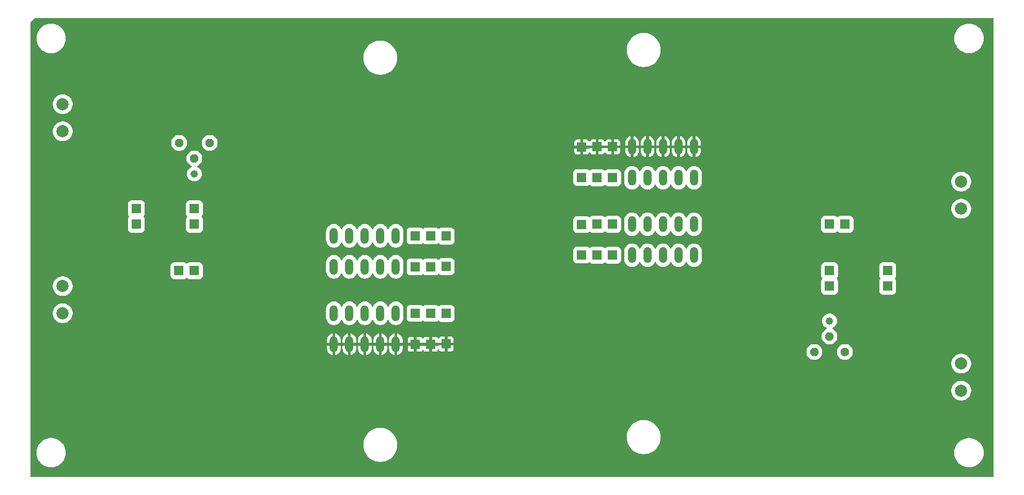
<source format=gbr>
%TF.GenerationSoftware,KiCad,Pcbnew,9.0.3*%
%TF.CreationDate,2025-07-30T15:06:46-04:00*%
%TF.ProjectId,blackboxvDualv4,626c6163-6b62-46f7-9876-4475616c7634,rev?*%
%TF.SameCoordinates,Original*%
%TF.FileFunction,Copper,L2,Bot*%
%TF.FilePolarity,Positive*%
%FSLAX46Y46*%
G04 Gerber Fmt 4.6, Leading zero omitted, Abs format (unit mm)*
G04 Created by KiCad (PCBNEW 9.0.3) date 2025-07-30 15:06:46*
%MOMM*%
%LPD*%
G01*
G04 APERTURE LIST*
G04 Aperture macros list*
%AMOutline5P*
0 Free polygon, 5 corners , with rotation*
0 The origin of the aperture is its center*
0 number of corners: always 5*
0 $1 to $10 corner X, Y*
0 $11 Rotation angle, in degrees counterclockwise*
0 create outline with 5 corners*
4,1,5,$1,$2,$3,$4,$5,$6,$7,$8,$9,$10,$1,$2,$11*%
%AMOutline6P*
0 Free polygon, 6 corners , with rotation*
0 The origin of the aperture is its center*
0 number of corners: always 6*
0 $1 to $12 corner X, Y*
0 $13 Rotation angle, in degrees counterclockwise*
0 create outline with 6 corners*
4,1,6,$1,$2,$3,$4,$5,$6,$7,$8,$9,$10,$11,$12,$1,$2,$13*%
%AMOutline7P*
0 Free polygon, 7 corners , with rotation*
0 The origin of the aperture is its center*
0 number of corners: always 7*
0 $1 to $14 corner X, Y*
0 $15 Rotation angle, in degrees counterclockwise*
0 create outline with 7 corners*
4,1,7,$1,$2,$3,$4,$5,$6,$7,$8,$9,$10,$11,$12,$13,$14,$1,$2,$15*%
%AMOutline8P*
0 Free polygon, 8 corners , with rotation*
0 The origin of the aperture is its center*
0 number of corners: always 8*
0 $1 to $16 corner X, Y*
0 $17 Rotation angle, in degrees counterclockwise*
0 create outline with 8 corners*
4,1,8,$1,$2,$3,$4,$5,$6,$7,$8,$9,$10,$11,$12,$13,$14,$15,$16,$1,$2,$17*%
G04 Aperture macros list end*
%TA.AperFunction,ComponentPad*%
%ADD10R,1.524000X1.524000*%
%TD*%
%TA.AperFunction,ComponentPad*%
%ADD11O,1.320800X2.641600*%
%TD*%
%TA.AperFunction,ComponentPad*%
%ADD12Outline8P,-0.660400X0.273547X-0.273547X0.660400X0.273547X0.660400X0.660400X0.273547X0.660400X-0.273547X0.273547X-0.660400X-0.273547X-0.660400X-0.660400X-0.273547X180.000000*%
%TD*%
%TA.AperFunction,ComponentPad*%
%ADD13Outline8P,-0.660400X0.273547X-0.273547X0.660400X0.273547X0.660400X0.660400X0.273547X0.660400X-0.273547X0.273547X-0.660400X-0.273547X-0.660400X-0.660400X-0.273547X0.000000*%
%TD*%
%TA.AperFunction,ViaPad*%
%ADD14C,2.006600*%
%TD*%
%TA.AperFunction,ViaPad*%
%ADD15C,1.168400*%
%TD*%
%TA.AperFunction,ViaPad*%
%ADD16C,1.219200*%
%TD*%
G04 APERTURE END LIST*
D10*
%TO.P,JP9,1*%
%TO.N,VX2*%
X162445600Y-101188600D03*
%TO.P,JP9,2*%
X164985600Y-101188600D03*
%TD*%
D11*
%TO.P,SW1,1*%
%TO.N,VOUT*%
X129425600Y-103093600D03*
%TO.P,SW1,2*%
X126885600Y-103093600D03*
%TO.P,SW1,3*%
X124345600Y-103093600D03*
%TO.P,SW1,4*%
X121805600Y-103093600D03*
%TO.P,SW1,5*%
X119265600Y-103093600D03*
%TO.P,SW1,6*%
%TO.N,N$6*%
X119265600Y-108173600D03*
%TO.P,SW1,7*%
X121805600Y-108173600D03*
%TO.P,SW1,8*%
X124345600Y-108173600D03*
%TO.P,SW1,9*%
X126885600Y-108173600D03*
%TO.P,SW1,10*%
X129425600Y-108173600D03*
%TD*%
%TO.P,SW3,1*%
%TO.N,VOUT2*%
X168160600Y-106268600D03*
%TO.P,SW3,2*%
X170700600Y-106268600D03*
%TO.P,SW3,3*%
X173240600Y-106268600D03*
%TO.P,SW3,4*%
X175780600Y-106268600D03*
%TO.P,SW3,5*%
X178320600Y-106268600D03*
%TO.P,SW3,6*%
%TO.N,VX2*%
X178320600Y-101188600D03*
%TO.P,SW3,7*%
X175780600Y-101188600D03*
%TO.P,SW3,8*%
X173240600Y-101188600D03*
%TO.P,SW3,9*%
X170700600Y-101188600D03*
%TO.P,SW3,10*%
X168160600Y-101188600D03*
%TD*%
D10*
%TO.P,JP11,1*%
%TO.N,N$6*%
X132600600Y-115793600D03*
%TO.P,JP11,2*%
X135140600Y-115793600D03*
%TD*%
D12*
%TO.P,R4,A*%
%TO.N,N/C*%
X198031000Y-122143600D03*
%TO.P,R4,E*%
%TO.N,VIN2*%
X203060200Y-122143600D03*
%TO.P,R4,S*%
%TO.N,VP2*%
X200545600Y-119603600D03*
%TD*%
D10*
%TO.P,L4,1*%
%TO.N,VOUT2*%
X159905600Y-106228600D03*
%TO.P,L4,2*%
%TO.N,VX2*%
X159905600Y-101228600D03*
%TD*%
D11*
%TO.P,SW2,1*%
%TO.N,GND*%
X119265600Y-120873600D03*
%TO.P,SW2,2*%
X121805600Y-120873600D03*
%TO.P,SW2,3*%
X124345600Y-120873600D03*
%TO.P,SW2,4*%
X126885600Y-120873600D03*
%TO.P,SW2,5*%
X129425600Y-120873600D03*
%TO.P,SW2,6*%
%TO.N,N$6*%
X129425600Y-115793600D03*
%TO.P,SW2,7*%
X126885600Y-115793600D03*
%TO.P,SW2,8*%
X124345600Y-115793600D03*
%TO.P,SW2,9*%
X121805600Y-115793600D03*
%TO.P,SW2,10*%
X119265600Y-115793600D03*
%TD*%
D10*
%TO.P,JP2,1*%
%TO.N,VIN*%
X86880600Y-101188600D03*
%TO.P,JP2,2*%
X86880600Y-98648600D03*
%TD*%
%TO.P,JP8,1*%
%TO.N,N$6*%
X132600600Y-108173600D03*
%TO.P,JP8,2*%
X135140600Y-108173600D03*
%TD*%
%TO.P,JP6,1*%
%TO.N,VP2*%
X200545600Y-111348600D03*
%TO.P,JP6,2*%
X200545600Y-108808600D03*
%TD*%
%TO.P,JP1,1*%
%TO.N,VP2*%
X200545600Y-101188600D03*
%TO.P,JP1,2*%
%TO.N,VOUT2*%
X203085600Y-101188600D03*
%TD*%
%TO.P,JP4,1*%
%TO.N,N$2*%
X96405600Y-98648600D03*
%TO.P,JP4,2*%
X96405600Y-101188600D03*
%TD*%
%TO.P,L2,1*%
%TO.N,VOUT*%
X137680600Y-103133600D03*
%TO.P,L2,2*%
%TO.N,N$6*%
X137680600Y-108133600D03*
%TD*%
D13*
%TO.P,R3,A*%
%TO.N,N/C*%
X98920200Y-87853600D03*
%TO.P,R3,E*%
%TO.N,VIN*%
X93891000Y-87853600D03*
%TO.P,R3,S*%
%TO.N,N$2*%
X96405600Y-90393600D03*
%TD*%
D10*
%TO.P,JP10,1*%
%TO.N,VOUT2*%
X162445600Y-106268600D03*
%TO.P,JP10,2*%
X164985600Y-106268600D03*
%TD*%
%TO.P,JP13,1*%
%TO.N,VX2*%
X162445600Y-93568600D03*
%TO.P,JP13,2*%
X164985600Y-93568600D03*
%TD*%
%TO.P,JP3,1*%
%TO.N,N$2*%
X96405600Y-108808600D03*
%TO.P,JP3,2*%
%TO.N,VOUT*%
X93865600Y-108808600D03*
%TD*%
%TO.P,JP12,1*%
%TO.N,GND*%
X132600600Y-120873600D03*
%TO.P,JP12,2*%
X135140600Y-120873600D03*
%TD*%
%TO.P,L1,1*%
%TO.N,N$6*%
X137680600Y-115833600D03*
%TO.P,L1,2*%
%TO.N,GND*%
X137680600Y-120833600D03*
%TD*%
%TO.P,JP5,1*%
%TO.N,VIN2*%
X210070600Y-108808600D03*
%TO.P,JP5,2*%
X210070600Y-111348600D03*
%TD*%
%TO.P,L3,1*%
%TO.N,VX2*%
X159905600Y-93528600D03*
%TO.P,L3,2*%
%TO.N,GND*%
X159905600Y-88528600D03*
%TD*%
%TO.P,JP7,1*%
%TO.N,VOUT*%
X132600600Y-103093600D03*
%TO.P,JP7,2*%
X135140600Y-103093600D03*
%TD*%
%TO.P,JP14,1*%
%TO.N,GND*%
X162445600Y-88488600D03*
%TO.P,JP14,2*%
X164985600Y-88488600D03*
%TD*%
D11*
%TO.P,SW4,1*%
%TO.N,GND*%
X178320600Y-88488600D03*
%TO.P,SW4,2*%
X175780600Y-88488600D03*
%TO.P,SW4,3*%
X173240600Y-88488600D03*
%TO.P,SW4,4*%
X170700600Y-88488600D03*
%TO.P,SW4,5*%
X168160600Y-88488600D03*
%TO.P,SW4,6*%
%TO.N,VX2*%
X168160600Y-93568600D03*
%TO.P,SW4,7*%
X170700600Y-93568600D03*
%TO.P,SW4,8*%
X173240600Y-93568600D03*
%TO.P,SW4,9*%
X175780600Y-93568600D03*
%TO.P,SW4,10*%
X178320600Y-93568600D03*
%TD*%
D14*
%TO.N,VIN*%
X74815600Y-81503600D03*
X74815600Y-85948600D03*
D15*
%TO.N,GND*%
X202704600Y-105125600D03*
X105041600Y-109189600D03*
D14*
X74815600Y-123413600D03*
X222135600Y-111983600D03*
D15*
X182003600Y-108427600D03*
D14*
X199275600Y-70708600D03*
X74815600Y-93568600D03*
X91960600Y-139288600D03*
X74815600Y-104998600D03*
D15*
X194449600Y-100807600D03*
X181368600Y-95727600D03*
D14*
X74815600Y-98013600D03*
D16*
X96405600Y-87853600D03*
D14*
X97675600Y-139288600D03*
D15*
X140728600Y-113380600D03*
D16*
X93865600Y-90393600D03*
D15*
X184543600Y-102077600D03*
D14*
X222135600Y-116428600D03*
D15*
X156857600Y-98648600D03*
X102501600Y-113507600D03*
D14*
X222135600Y-86583600D03*
D15*
X105041600Y-113507600D03*
X191909600Y-96489600D03*
X116217600Y-110332600D03*
D16*
X96405600Y-82773600D03*
D14*
X204990600Y-70708600D03*
D15*
X98564600Y-104871600D03*
X116217600Y-113634600D03*
X194449600Y-96489600D03*
D16*
X200545600Y-127223600D03*
X203085600Y-119603600D03*
D15*
X102501600Y-109189600D03*
X115582600Y-100934600D03*
D16*
X200545600Y-122143600D03*
D14*
X74815600Y-127858600D03*
X222135600Y-82138600D03*
D15*
X113042600Y-107284600D03*
X191909600Y-100807600D03*
X140728600Y-110713600D03*
X181368600Y-99029600D03*
X198386600Y-105125600D03*
D14*
X222135600Y-104998600D03*
D15*
X156857600Y-95981600D03*
X94246600Y-104871600D03*
D14*
%TO.N,VOUT*%
X74815600Y-115793600D03*
X74815600Y-111348600D03*
D16*
%TO.N,N$2*%
X96405600Y-92933600D03*
%TO.N,VP2*%
X200545600Y-117063600D03*
D14*
%TO.N,VIN2*%
X222135600Y-128493600D03*
X222135600Y-124048600D03*
%TO.N,VOUT2*%
X222135600Y-94203600D03*
X222135600Y-98648600D03*
%TD*%
%TA.AperFunction,Conductor*%
%TO.N,GND*%
G36*
X133909736Y-120645400D02*
G01*
X134715093Y-120645400D01*
X134690889Y-120687323D01*
X134658000Y-120810065D01*
X134658000Y-120937135D01*
X134690889Y-121059877D01*
X134715093Y-121101800D01*
X133903394Y-121101800D01*
X133886337Y-121110491D01*
X133831464Y-121101800D01*
X133026107Y-121101800D01*
X133050311Y-121059877D01*
X133083200Y-120937135D01*
X133083200Y-120810065D01*
X133050311Y-120687323D01*
X133026107Y-120645400D01*
X133837806Y-120645400D01*
X133854863Y-120636709D01*
X133909736Y-120645400D01*
G37*
%TD.AperFunction*%
%TA.AperFunction,Conductor*%
G36*
X137261267Y-120659906D02*
G01*
X137230600Y-120774356D01*
X137230600Y-120892844D01*
X137261267Y-121007294D01*
X137292736Y-121061800D01*
X136465600Y-121061800D01*
X136455065Y-121072335D01*
X136399667Y-121100561D01*
X136383930Y-121101800D01*
X135566107Y-121101800D01*
X135590311Y-121059877D01*
X135623200Y-120937135D01*
X135623200Y-120810065D01*
X135590311Y-120687323D01*
X135566107Y-120645400D01*
X136355600Y-120645400D01*
X136366135Y-120634865D01*
X136421533Y-120606639D01*
X136437270Y-120605400D01*
X137292736Y-120605400D01*
X137261267Y-120659906D01*
G37*
%TD.AperFunction*%
%TA.AperFunction,Conductor*%
G36*
X161995889Y-88302323D02*
G01*
X161963000Y-88425065D01*
X161963000Y-88552135D01*
X161995889Y-88674877D01*
X162020093Y-88716800D01*
X161230600Y-88716800D01*
X161220065Y-88727335D01*
X161164667Y-88755561D01*
X161148930Y-88756800D01*
X160293464Y-88756800D01*
X160324933Y-88702294D01*
X160355600Y-88587844D01*
X160355600Y-88469356D01*
X160324933Y-88354906D01*
X160293464Y-88300400D01*
X161120600Y-88300400D01*
X161131135Y-88289865D01*
X161186533Y-88261639D01*
X161202270Y-88260400D01*
X162020093Y-88260400D01*
X161995889Y-88302323D01*
G37*
%TD.AperFunction*%
%TA.AperFunction,Conductor*%
G36*
X163754736Y-88260400D02*
G01*
X164560093Y-88260400D01*
X164535889Y-88302323D01*
X164503000Y-88425065D01*
X164503000Y-88552135D01*
X164535889Y-88674877D01*
X164560093Y-88716800D01*
X163748394Y-88716800D01*
X163731337Y-88725491D01*
X163676464Y-88716800D01*
X162871107Y-88716800D01*
X162895311Y-88674877D01*
X162928200Y-88552135D01*
X162928200Y-88425065D01*
X162895311Y-88302323D01*
X162871107Y-88260400D01*
X163682806Y-88260400D01*
X163699863Y-88251709D01*
X163754736Y-88260400D01*
G37*
%TD.AperFunction*%
%TA.AperFunction,Conductor*%
G36*
X227377331Y-67349613D02*
G01*
X227413876Y-67399913D01*
X227418800Y-67431000D01*
X227418800Y-142566200D01*
X227399587Y-142625331D01*
X227349287Y-142661876D01*
X227318200Y-142666800D01*
X69633000Y-142666800D01*
X69573869Y-142647587D01*
X69537324Y-142597287D01*
X69532400Y-142566200D01*
X69532400Y-138518284D01*
X70501100Y-138518284D01*
X70501100Y-138788915D01*
X70531398Y-139057833D01*
X70531401Y-139057847D01*
X70591620Y-139321685D01*
X70681005Y-139577131D01*
X70681011Y-139577144D01*
X70798420Y-139820947D01*
X70942408Y-140050105D01*
X70942411Y-140050109D01*
X71013306Y-140139008D01*
X71111144Y-140261692D01*
X71302508Y-140453056D01*
X71514094Y-140621791D01*
X71743243Y-140765774D01*
X71743247Y-140765776D01*
X71743252Y-140765779D01*
X71912240Y-140847159D01*
X71987071Y-140883196D01*
X72242514Y-140972579D01*
X72506358Y-141032800D01*
X72506365Y-141032800D01*
X72506366Y-141032801D01*
X72775285Y-141063100D01*
X73045914Y-141063100D01*
X73045915Y-141063100D01*
X73314842Y-141032800D01*
X73578686Y-140972579D01*
X73834129Y-140883196D01*
X74077957Y-140765774D01*
X74307106Y-140621791D01*
X74518692Y-140453056D01*
X74710056Y-140261692D01*
X74878791Y-140050106D01*
X75022774Y-139820957D01*
X75140196Y-139577129D01*
X75229579Y-139321686D01*
X75289800Y-139057842D01*
X75320100Y-138788915D01*
X75320100Y-138518285D01*
X75312762Y-138453161D01*
X75289801Y-138249366D01*
X75289800Y-138249365D01*
X75289800Y-138249358D01*
X75229579Y-137985514D01*
X75140196Y-137730071D01*
X75048812Y-137540311D01*
X75022779Y-137486252D01*
X75022776Y-137486247D01*
X75022774Y-137486243D01*
X74878791Y-137257094D01*
X74854703Y-137226889D01*
X124095100Y-137226889D01*
X124095100Y-137540310D01*
X124130191Y-137851756D01*
X124130193Y-137851768D01*
X124199934Y-138157326D01*
X124232136Y-138249352D01*
X124295446Y-138430282D01*
X124303453Y-138453163D01*
X124303459Y-138453176D01*
X124439435Y-138735534D01*
X124439440Y-138735542D01*
X124439441Y-138735544D01*
X124606191Y-139000927D01*
X124801607Y-139245970D01*
X125023230Y-139467593D01*
X125268273Y-139663009D01*
X125533656Y-139829759D01*
X125533660Y-139829761D01*
X125533665Y-139829764D01*
X125729375Y-139924012D01*
X125816039Y-139965748D01*
X126111873Y-140069265D01*
X126417437Y-140139008D01*
X126728889Y-140174100D01*
X127042311Y-140174100D01*
X127353763Y-140139008D01*
X127659327Y-140069265D01*
X127955161Y-139965748D01*
X128237544Y-139829759D01*
X128502927Y-139663009D01*
X128747970Y-139467593D01*
X128969593Y-139245970D01*
X129165009Y-139000927D01*
X129331759Y-138735544D01*
X129467748Y-138453161D01*
X129571265Y-138157327D01*
X129641008Y-137851763D01*
X129676100Y-137540311D01*
X129676100Y-137226889D01*
X129641008Y-136915437D01*
X129571265Y-136609873D01*
X129467748Y-136314039D01*
X129426012Y-136227375D01*
X129331764Y-136031665D01*
X129331761Y-136031660D01*
X129331760Y-136031659D01*
X129331759Y-136031656D01*
X129284780Y-135956889D01*
X167275100Y-135956889D01*
X167275100Y-136270311D01*
X167275561Y-136274400D01*
X167310191Y-136581756D01*
X167310193Y-136581768D01*
X167379934Y-136887326D01*
X167483453Y-137183163D01*
X167483459Y-137183176D01*
X167619435Y-137465534D01*
X167619440Y-137465542D01*
X167619441Y-137465544D01*
X167786191Y-137730927D01*
X167981607Y-137975970D01*
X168203230Y-138197593D01*
X168448273Y-138393009D01*
X168713656Y-138559759D01*
X168713660Y-138559761D01*
X168713665Y-138559764D01*
X168909375Y-138654012D01*
X168996039Y-138695748D01*
X169291873Y-138799265D01*
X169597437Y-138869008D01*
X169908889Y-138904100D01*
X170222311Y-138904100D01*
X170533763Y-138869008D01*
X170839327Y-138799265D01*
X171135161Y-138695748D01*
X171417544Y-138559759D01*
X171483552Y-138518284D01*
X220996100Y-138518284D01*
X220996100Y-138788915D01*
X221026398Y-139057833D01*
X221026401Y-139057847D01*
X221086620Y-139321685D01*
X221176005Y-139577131D01*
X221176011Y-139577144D01*
X221293420Y-139820947D01*
X221437408Y-140050105D01*
X221437411Y-140050109D01*
X221508306Y-140139008D01*
X221606144Y-140261692D01*
X221797508Y-140453056D01*
X222009094Y-140621791D01*
X222238243Y-140765774D01*
X222238247Y-140765776D01*
X222238252Y-140765779D01*
X222407240Y-140847159D01*
X222482071Y-140883196D01*
X222737514Y-140972579D01*
X223001358Y-141032800D01*
X223001365Y-141032800D01*
X223001366Y-141032801D01*
X223270285Y-141063100D01*
X223540914Y-141063100D01*
X223540915Y-141063100D01*
X223809842Y-141032800D01*
X224073686Y-140972579D01*
X224329129Y-140883196D01*
X224572957Y-140765774D01*
X224802106Y-140621791D01*
X225013692Y-140453056D01*
X225205056Y-140261692D01*
X225373791Y-140050106D01*
X225517774Y-139820957D01*
X225635196Y-139577129D01*
X225724579Y-139321686D01*
X225784800Y-139057842D01*
X225815100Y-138788915D01*
X225815100Y-138518285D01*
X225807762Y-138453161D01*
X225784801Y-138249366D01*
X225784800Y-138249365D01*
X225784800Y-138249358D01*
X225724579Y-137985514D01*
X225635196Y-137730071D01*
X225543812Y-137540311D01*
X225517779Y-137486252D01*
X225517776Y-137486247D01*
X225517774Y-137486243D01*
X225373791Y-137257094D01*
X225205056Y-137045508D01*
X225013692Y-136854144D01*
X224802106Y-136685409D01*
X224802105Y-136685408D01*
X224572947Y-136541420D01*
X224329144Y-136424011D01*
X224329131Y-136424005D01*
X224329129Y-136424004D01*
X224248439Y-136395769D01*
X224073685Y-136334620D01*
X223809847Y-136274401D01*
X223809833Y-136274398D01*
X223540916Y-136244100D01*
X223540915Y-136244100D01*
X223270285Y-136244100D01*
X223270284Y-136244100D01*
X223001366Y-136274398D01*
X223001352Y-136274401D01*
X222737514Y-136334620D01*
X222482068Y-136424005D01*
X222482055Y-136424011D01*
X222238252Y-136541420D01*
X222009094Y-136685408D01*
X222009090Y-136685411D01*
X221797512Y-136854140D01*
X221797504Y-136854147D01*
X221606147Y-137045504D01*
X221606140Y-137045512D01*
X221437411Y-137257090D01*
X221437408Y-137257094D01*
X221293420Y-137486252D01*
X221176011Y-137730055D01*
X221176005Y-137730068D01*
X221086620Y-137985514D01*
X221026401Y-138249352D01*
X221026398Y-138249366D01*
X220996100Y-138518284D01*
X171483552Y-138518284D01*
X171682927Y-138393009D01*
X171927970Y-138197593D01*
X172149593Y-137975970D01*
X172345009Y-137730927D01*
X172511759Y-137465544D01*
X172647748Y-137183161D01*
X172751265Y-136887327D01*
X172821008Y-136581763D01*
X172856100Y-136270311D01*
X172856100Y-135956889D01*
X172821008Y-135645437D01*
X172751265Y-135339873D01*
X172647748Y-135044039D01*
X172596410Y-134937435D01*
X172511764Y-134761665D01*
X172511761Y-134761660D01*
X172511759Y-134761656D01*
X172345009Y-134496273D01*
X172149593Y-134251230D01*
X171927970Y-134029607D01*
X171682927Y-133834191D01*
X171682926Y-133834190D01*
X171417534Y-133667435D01*
X171135176Y-133531459D01*
X171135163Y-133531453D01*
X171135161Y-133531452D01*
X171041713Y-133498753D01*
X170839326Y-133427934D01*
X170533768Y-133358193D01*
X170533765Y-133358192D01*
X170533763Y-133358192D01*
X170533759Y-133358191D01*
X170533756Y-133358191D01*
X170222311Y-133323100D01*
X169908889Y-133323100D01*
X169597443Y-133358191D01*
X169597431Y-133358193D01*
X169291873Y-133427934D01*
X168996036Y-133531453D01*
X168996023Y-133531459D01*
X168713665Y-133667435D01*
X168448273Y-133834190D01*
X168448269Y-133834193D01*
X168203234Y-134029603D01*
X168203226Y-134029610D01*
X167981610Y-134251226D01*
X167981603Y-134251234D01*
X167786193Y-134496269D01*
X167786190Y-134496273D01*
X167619435Y-134761665D01*
X167483459Y-135044023D01*
X167483453Y-135044036D01*
X167379934Y-135339873D01*
X167310193Y-135645431D01*
X167310191Y-135645443D01*
X167296577Y-135766273D01*
X167275100Y-135956889D01*
X129284780Y-135956889D01*
X129165009Y-135766273D01*
X128969593Y-135521230D01*
X128747970Y-135299607D01*
X128502927Y-135104191D01*
X128502926Y-135104190D01*
X128237534Y-134937435D01*
X127955176Y-134801459D01*
X127955163Y-134801453D01*
X127955161Y-134801452D01*
X127841431Y-134761656D01*
X127659326Y-134697934D01*
X127353768Y-134628193D01*
X127353765Y-134628192D01*
X127353763Y-134628192D01*
X127353759Y-134628191D01*
X127353756Y-134628191D01*
X127042311Y-134593100D01*
X126728889Y-134593100D01*
X126417443Y-134628191D01*
X126417431Y-134628193D01*
X126111873Y-134697934D01*
X125816036Y-134801453D01*
X125816023Y-134801459D01*
X125533665Y-134937435D01*
X125268273Y-135104190D01*
X125268269Y-135104193D01*
X125023234Y-135299603D01*
X125023226Y-135299610D01*
X124801610Y-135521226D01*
X124801603Y-135521234D01*
X124606193Y-135766269D01*
X124606190Y-135766273D01*
X124439435Y-136031665D01*
X124303459Y-136314023D01*
X124303453Y-136314036D01*
X124199934Y-136609873D01*
X124130193Y-136915431D01*
X124130191Y-136915443D01*
X124095100Y-137226889D01*
X74854703Y-137226889D01*
X74710056Y-137045508D01*
X74518692Y-136854144D01*
X74307106Y-136685409D01*
X74307105Y-136685408D01*
X74077947Y-136541420D01*
X73834144Y-136424011D01*
X73834131Y-136424005D01*
X73834129Y-136424004D01*
X73753439Y-136395769D01*
X73578685Y-136334620D01*
X73314847Y-136274401D01*
X73314833Y-136274398D01*
X73045916Y-136244100D01*
X73045915Y-136244100D01*
X72775285Y-136244100D01*
X72775284Y-136244100D01*
X72506366Y-136274398D01*
X72506352Y-136274401D01*
X72242514Y-136334620D01*
X71987068Y-136424005D01*
X71987055Y-136424011D01*
X71743252Y-136541420D01*
X71514094Y-136685408D01*
X71514090Y-136685411D01*
X71302512Y-136854140D01*
X71302504Y-136854147D01*
X71111147Y-137045504D01*
X71111140Y-137045512D01*
X70942411Y-137257090D01*
X70942408Y-137257094D01*
X70798420Y-137486252D01*
X70681011Y-137730055D01*
X70681005Y-137730068D01*
X70591620Y-137985514D01*
X70531401Y-138249352D01*
X70531398Y-138249366D01*
X70501100Y-138518284D01*
X69532400Y-138518284D01*
X69532400Y-128366616D01*
X220522200Y-128366616D01*
X220522200Y-128620583D01*
X220561925Y-128871398D01*
X220561929Y-128871414D01*
X220640403Y-129112931D01*
X220755697Y-129339207D01*
X220755698Y-129339208D01*
X220904965Y-129544658D01*
X221084541Y-129724234D01*
X221289991Y-129873501D01*
X221289992Y-129873502D01*
X221516268Y-129988796D01*
X221757785Y-130067270D01*
X221757788Y-130067270D01*
X221757795Y-130067273D01*
X221757800Y-130067273D01*
X221757801Y-130067274D01*
X222008616Y-130106999D01*
X222008621Y-130107000D01*
X222008623Y-130107000D01*
X222262579Y-130107000D01*
X222262583Y-130106999D01*
X222513405Y-130067273D01*
X222754931Y-129988796D01*
X222981206Y-129873503D01*
X223186660Y-129724233D01*
X223366233Y-129544660D01*
X223515503Y-129339206D01*
X223630796Y-129112931D01*
X223709273Y-128871405D01*
X223749000Y-128620577D01*
X223749000Y-128366623D01*
X223709273Y-128115795D01*
X223630796Y-127874269D01*
X223630796Y-127874268D01*
X223515502Y-127647992D01*
X223515501Y-127647991D01*
X223366234Y-127442541D01*
X223186658Y-127262965D01*
X222981208Y-127113698D01*
X222981207Y-127113697D01*
X222754931Y-126998403D01*
X222513414Y-126919929D01*
X222513398Y-126919925D01*
X222262583Y-126880200D01*
X222262577Y-126880200D01*
X222008623Y-126880200D01*
X222008616Y-126880200D01*
X221757801Y-126919925D01*
X221757785Y-126919929D01*
X221516268Y-126998403D01*
X221289992Y-127113697D01*
X221289991Y-127113698D01*
X221084541Y-127262965D01*
X220904965Y-127442541D01*
X220755698Y-127647991D01*
X220755697Y-127647992D01*
X220640403Y-127874268D01*
X220561929Y-128115785D01*
X220561925Y-128115801D01*
X220522200Y-128366616D01*
X69532400Y-128366616D01*
X69532400Y-123921616D01*
X220522200Y-123921616D01*
X220522200Y-124175583D01*
X220561925Y-124426398D01*
X220561929Y-124426414D01*
X220640403Y-124667931D01*
X220755697Y-124894207D01*
X220755698Y-124894208D01*
X220904965Y-125099658D01*
X221084541Y-125279234D01*
X221289991Y-125428501D01*
X221289992Y-125428502D01*
X221516268Y-125543796D01*
X221757785Y-125622270D01*
X221757788Y-125622270D01*
X221757795Y-125622273D01*
X221757800Y-125622273D01*
X221757801Y-125622274D01*
X222008616Y-125661999D01*
X222008621Y-125662000D01*
X222008623Y-125662000D01*
X222262579Y-125662000D01*
X222262583Y-125661999D01*
X222513405Y-125622273D01*
X222754931Y-125543796D01*
X222981206Y-125428503D01*
X223186660Y-125279233D01*
X223366233Y-125099660D01*
X223515503Y-124894206D01*
X223630796Y-124667931D01*
X223709273Y-124426405D01*
X223749000Y-124175577D01*
X223749000Y-123921623D01*
X223709273Y-123670795D01*
X223630796Y-123429269D01*
X223630796Y-123429268D01*
X223515502Y-123202992D01*
X223515501Y-123202991D01*
X223366234Y-122997541D01*
X223186658Y-122817965D01*
X222981208Y-122668698D01*
X222981207Y-122668697D01*
X222754931Y-122553403D01*
X222513414Y-122474929D01*
X222513398Y-122474925D01*
X222262583Y-122435200D01*
X222262577Y-122435200D01*
X222008623Y-122435200D01*
X222008616Y-122435200D01*
X221757801Y-122474925D01*
X221757785Y-122474929D01*
X221516268Y-122553403D01*
X221289992Y-122668697D01*
X221289991Y-122668698D01*
X221084541Y-122817965D01*
X220904965Y-122997541D01*
X220755698Y-123202991D01*
X220755697Y-123202992D01*
X220640403Y-123429268D01*
X220561929Y-123670785D01*
X220561925Y-123670801D01*
X220522200Y-123921616D01*
X69532400Y-123921616D01*
X69532400Y-120125301D01*
X118148800Y-120125301D01*
X118148800Y-120645400D01*
X118928081Y-120645400D01*
X118886895Y-120716735D01*
X118859200Y-120820096D01*
X118859200Y-120927104D01*
X118886895Y-121030465D01*
X118928081Y-121101800D01*
X118148800Y-121101800D01*
X118148800Y-121621898D01*
X118176299Y-121795513D01*
X118176302Y-121795527D01*
X118230620Y-121962701D01*
X118230621Y-121962703D01*
X118310424Y-122119327D01*
X118310427Y-122119331D01*
X118413751Y-122261544D01*
X118538055Y-122385848D01*
X118680268Y-122489172D01*
X118680272Y-122489175D01*
X118836896Y-122568978D01*
X118836898Y-122568979D01*
X119004072Y-122623297D01*
X119004075Y-122623298D01*
X119037400Y-122628576D01*
X119037400Y-121211119D01*
X119108735Y-121252305D01*
X119212096Y-121280000D01*
X119319104Y-121280000D01*
X119422465Y-121252305D01*
X119493800Y-121211119D01*
X119493800Y-122628575D01*
X119527124Y-122623298D01*
X119527127Y-122623297D01*
X119694301Y-122568979D01*
X119694303Y-122568978D01*
X119850927Y-122489175D01*
X119850931Y-122489172D01*
X119993144Y-122385848D01*
X120117448Y-122261544D01*
X120220772Y-122119331D01*
X120220775Y-122119327D01*
X120300578Y-121962703D01*
X120300579Y-121962701D01*
X120354897Y-121795527D01*
X120354900Y-121795513D01*
X120382399Y-121621898D01*
X120382400Y-121621897D01*
X120382400Y-121101800D01*
X119603119Y-121101800D01*
X119644305Y-121030465D01*
X119672000Y-120927104D01*
X119672000Y-120820096D01*
X119644305Y-120716735D01*
X119603119Y-120645400D01*
X120382400Y-120645400D01*
X120382400Y-120125302D01*
X120382399Y-120125301D01*
X120688800Y-120125301D01*
X120688800Y-120645400D01*
X121468081Y-120645400D01*
X121426895Y-120716735D01*
X121399200Y-120820096D01*
X121399200Y-120927104D01*
X121426895Y-121030465D01*
X121468081Y-121101800D01*
X120688800Y-121101800D01*
X120688800Y-121621898D01*
X120716299Y-121795513D01*
X120716302Y-121795527D01*
X120770620Y-121962701D01*
X120770621Y-121962703D01*
X120850424Y-122119327D01*
X120850427Y-122119331D01*
X120953751Y-122261544D01*
X121078055Y-122385848D01*
X121220268Y-122489172D01*
X121220272Y-122489175D01*
X121376896Y-122568978D01*
X121376898Y-122568979D01*
X121544072Y-122623297D01*
X121544075Y-122623298D01*
X121577400Y-122628576D01*
X121577400Y-121211119D01*
X121648735Y-121252305D01*
X121752096Y-121280000D01*
X121859104Y-121280000D01*
X121962465Y-121252305D01*
X122033800Y-121211119D01*
X122033800Y-122628575D01*
X122067124Y-122623298D01*
X122067127Y-122623297D01*
X122234301Y-122568979D01*
X122234303Y-122568978D01*
X122390927Y-122489175D01*
X122390931Y-122489172D01*
X122533144Y-122385848D01*
X122657448Y-122261544D01*
X122760772Y-122119331D01*
X122760775Y-122119327D01*
X122840578Y-121962703D01*
X122840579Y-121962701D01*
X122894897Y-121795527D01*
X122894900Y-121795513D01*
X122922399Y-121621898D01*
X122922400Y-121621897D01*
X122922400Y-121101800D01*
X122143119Y-121101800D01*
X122184305Y-121030465D01*
X122212000Y-120927104D01*
X122212000Y-120820096D01*
X122184305Y-120716735D01*
X122143119Y-120645400D01*
X122922400Y-120645400D01*
X122922400Y-120125302D01*
X122922399Y-120125301D01*
X123228800Y-120125301D01*
X123228800Y-120645400D01*
X124008081Y-120645400D01*
X123966895Y-120716735D01*
X123939200Y-120820096D01*
X123939200Y-120927104D01*
X123966895Y-121030465D01*
X124008081Y-121101800D01*
X123228800Y-121101800D01*
X123228800Y-121621898D01*
X123256299Y-121795513D01*
X123256302Y-121795527D01*
X123310620Y-121962701D01*
X123310621Y-121962703D01*
X123390424Y-122119327D01*
X123390427Y-122119331D01*
X123493751Y-122261544D01*
X123618055Y-122385848D01*
X123760268Y-122489172D01*
X123760272Y-122489175D01*
X123916896Y-122568978D01*
X123916898Y-122568979D01*
X124084072Y-122623297D01*
X124084075Y-122623298D01*
X124117400Y-122628576D01*
X124117400Y-121211119D01*
X124188735Y-121252305D01*
X124292096Y-121280000D01*
X124399104Y-121280000D01*
X124502465Y-121252305D01*
X124573800Y-121211119D01*
X124573800Y-122628575D01*
X124607124Y-122623298D01*
X124607127Y-122623297D01*
X124774301Y-122568979D01*
X124774303Y-122568978D01*
X124930927Y-122489175D01*
X124930931Y-122489172D01*
X125073144Y-122385848D01*
X125197448Y-122261544D01*
X125300772Y-122119331D01*
X125300775Y-122119327D01*
X125380578Y-121962703D01*
X125380579Y-121962701D01*
X125434897Y-121795527D01*
X125434900Y-121795513D01*
X125462399Y-121621898D01*
X125462400Y-121621897D01*
X125462400Y-121101800D01*
X124683119Y-121101800D01*
X124724305Y-121030465D01*
X124752000Y-120927104D01*
X124752000Y-120820096D01*
X124724305Y-120716735D01*
X124683119Y-120645400D01*
X125462400Y-120645400D01*
X125462400Y-120125302D01*
X125462399Y-120125301D01*
X125768800Y-120125301D01*
X125768800Y-120645400D01*
X126548081Y-120645400D01*
X126506895Y-120716735D01*
X126479200Y-120820096D01*
X126479200Y-120927104D01*
X126506895Y-121030465D01*
X126548081Y-121101800D01*
X125768800Y-121101800D01*
X125768800Y-121621898D01*
X125796299Y-121795513D01*
X125796302Y-121795527D01*
X125850620Y-121962701D01*
X125850621Y-121962703D01*
X125930424Y-122119327D01*
X125930427Y-122119331D01*
X126033751Y-122261544D01*
X126158055Y-122385848D01*
X126300268Y-122489172D01*
X126300272Y-122489175D01*
X126456896Y-122568978D01*
X126456898Y-122568979D01*
X126624072Y-122623297D01*
X126624075Y-122623298D01*
X126657400Y-122628576D01*
X126657400Y-121211119D01*
X126728735Y-121252305D01*
X126832096Y-121280000D01*
X126939104Y-121280000D01*
X127042465Y-121252305D01*
X127113800Y-121211119D01*
X127113800Y-122628575D01*
X127147124Y-122623298D01*
X127147127Y-122623297D01*
X127314301Y-122568979D01*
X127314303Y-122568978D01*
X127470927Y-122489175D01*
X127470931Y-122489172D01*
X127613144Y-122385848D01*
X127737448Y-122261544D01*
X127840772Y-122119331D01*
X127840775Y-122119327D01*
X127920578Y-121962703D01*
X127920579Y-121962701D01*
X127974897Y-121795527D01*
X127974900Y-121795513D01*
X128002399Y-121621898D01*
X128002400Y-121621897D01*
X128002400Y-121101800D01*
X127223119Y-121101800D01*
X127264305Y-121030465D01*
X127292000Y-120927104D01*
X127292000Y-120820096D01*
X127264305Y-120716735D01*
X127223119Y-120645400D01*
X128002400Y-120645400D01*
X128002400Y-120125302D01*
X128002399Y-120125301D01*
X128308800Y-120125301D01*
X128308800Y-120645400D01*
X129088081Y-120645400D01*
X129046895Y-120716735D01*
X129019200Y-120820096D01*
X129019200Y-120927104D01*
X129046895Y-121030465D01*
X129088081Y-121101800D01*
X128308800Y-121101800D01*
X128308800Y-121621898D01*
X128336299Y-121795513D01*
X128336302Y-121795527D01*
X128390620Y-121962701D01*
X128390621Y-121962703D01*
X128470424Y-122119327D01*
X128470427Y-122119331D01*
X128573751Y-122261544D01*
X128698055Y-122385848D01*
X128840268Y-122489172D01*
X128840272Y-122489175D01*
X128996896Y-122568978D01*
X128996898Y-122568979D01*
X129164072Y-122623297D01*
X129164075Y-122623298D01*
X129197400Y-122628576D01*
X129197400Y-121211119D01*
X129268735Y-121252305D01*
X129372096Y-121280000D01*
X129479104Y-121280000D01*
X129582465Y-121252305D01*
X129653800Y-121211119D01*
X129653800Y-122628575D01*
X129687124Y-122623298D01*
X129687127Y-122623297D01*
X129854301Y-122568979D01*
X129854303Y-122568978D01*
X130010927Y-122489175D01*
X130010931Y-122489172D01*
X130153144Y-122385848D01*
X130277448Y-122261544D01*
X130380772Y-122119331D01*
X130380775Y-122119327D01*
X130460578Y-121962703D01*
X130460579Y-121962701D01*
X130514897Y-121795527D01*
X130514900Y-121795513D01*
X130542399Y-121621898D01*
X130542400Y-121621897D01*
X130542400Y-121101800D01*
X129763119Y-121101800D01*
X129804305Y-121030465D01*
X129832000Y-120927104D01*
X129832000Y-120820096D01*
X129804305Y-120716735D01*
X129763119Y-120645400D01*
X130542400Y-120645400D01*
X130542400Y-120125302D01*
X130542399Y-120125301D01*
X130533643Y-120070016D01*
X130531524Y-120056636D01*
X131382200Y-120056636D01*
X131382200Y-120645400D01*
X132175093Y-120645400D01*
X132150889Y-120687323D01*
X132118000Y-120810065D01*
X132118000Y-120937135D01*
X132150889Y-121059877D01*
X132175093Y-121101800D01*
X131382200Y-121101800D01*
X131382200Y-121690563D01*
X131385092Y-121721408D01*
X131430531Y-121851269D01*
X131512231Y-121961968D01*
X131622930Y-122043668D01*
X131752792Y-122089107D01*
X131752791Y-122089107D01*
X131783637Y-122092000D01*
X132372400Y-122092000D01*
X132372400Y-121299106D01*
X132414323Y-121323311D01*
X132537065Y-121356200D01*
X132664135Y-121356200D01*
X132786877Y-121323311D01*
X132828800Y-121299106D01*
X132828800Y-122092000D01*
X133417563Y-122092000D01*
X133448408Y-122089107D01*
X133578269Y-122043668D01*
X133688968Y-121961968D01*
X133770668Y-121851268D01*
X133775645Y-121837047D01*
X133813308Y-121787579D01*
X133872855Y-121769696D01*
X133931541Y-121790230D01*
X133965555Y-121837047D01*
X133970531Y-121851268D01*
X134052231Y-121961968D01*
X134162930Y-122043668D01*
X134292792Y-122089107D01*
X134292791Y-122089107D01*
X134323637Y-122092000D01*
X134912400Y-122092000D01*
X134912400Y-121299106D01*
X134954323Y-121323311D01*
X135077065Y-121356200D01*
X135204135Y-121356200D01*
X135326877Y-121323311D01*
X135368800Y-121299106D01*
X135368800Y-122092000D01*
X135957563Y-122092000D01*
X135988408Y-122089107D01*
X136118269Y-122043668D01*
X136228968Y-121961968D01*
X136310668Y-121851268D01*
X136322643Y-121817047D01*
X136360306Y-121767579D01*
X136419853Y-121749696D01*
X136478539Y-121770230D01*
X136504480Y-121805941D01*
X136507009Y-121804605D01*
X136510530Y-121811268D01*
X136592231Y-121921968D01*
X136702930Y-122003668D01*
X136832792Y-122049107D01*
X136832791Y-122049107D01*
X136863637Y-122052000D01*
X137452400Y-122052000D01*
X137452400Y-121221463D01*
X137506906Y-121252933D01*
X137621356Y-121283600D01*
X137739844Y-121283600D01*
X137854294Y-121252933D01*
X137908800Y-121221463D01*
X137908800Y-122052000D01*
X138497563Y-122052000D01*
X138528408Y-122049107D01*
X138658269Y-122003668D01*
X138768968Y-121921968D01*
X138850668Y-121811269D01*
X138854062Y-121801569D01*
X196760500Y-121801569D01*
X196760500Y-122485641D01*
X196761784Y-122503792D01*
X196761786Y-122503800D01*
X196802459Y-122652473D01*
X196802459Y-122652474D01*
X196802460Y-122652476D01*
X196802461Y-122652478D01*
X196878834Y-122786375D01*
X196890764Y-122800123D01*
X197374473Y-123283832D01*
X197374478Y-123283836D01*
X197388225Y-123295765D01*
X197388231Y-123295769D01*
X197522116Y-123372136D01*
X197522118Y-123372137D01*
X197522122Y-123372139D01*
X197670806Y-123412814D01*
X197688969Y-123414100D01*
X197688978Y-123414100D01*
X198373024Y-123414100D01*
X198373037Y-123414100D01*
X198391194Y-123412815D01*
X198539878Y-123372139D01*
X198673775Y-123295766D01*
X198687523Y-123283836D01*
X199171232Y-122800127D01*
X199183165Y-122786375D01*
X199259539Y-122652478D01*
X199300214Y-122503794D01*
X199301500Y-122485631D01*
X199301500Y-121801569D01*
X201789700Y-121801569D01*
X201789700Y-122485641D01*
X201790984Y-122503792D01*
X201790986Y-122503800D01*
X201831659Y-122652473D01*
X201831659Y-122652474D01*
X201831660Y-122652476D01*
X201831661Y-122652478D01*
X201908034Y-122786375D01*
X201919964Y-122800123D01*
X202403673Y-123283832D01*
X202403678Y-123283836D01*
X202417425Y-123295765D01*
X202417431Y-123295769D01*
X202551316Y-123372136D01*
X202551318Y-123372137D01*
X202551322Y-123372139D01*
X202700006Y-123412814D01*
X202718169Y-123414100D01*
X202718178Y-123414100D01*
X203402224Y-123414100D01*
X203402237Y-123414100D01*
X203420394Y-123412815D01*
X203569078Y-123372139D01*
X203702975Y-123295766D01*
X203716723Y-123283836D01*
X204200432Y-122800127D01*
X204212365Y-122786375D01*
X204288739Y-122652478D01*
X204329414Y-122503794D01*
X204330700Y-122485631D01*
X204330700Y-121801563D01*
X204329415Y-121783406D01*
X204288739Y-121634722D01*
X204212366Y-121500825D01*
X204200436Y-121487077D01*
X203716727Y-121003368D01*
X203702975Y-120991435D01*
X203702974Y-120991434D01*
X203702968Y-120991430D01*
X203569083Y-120915063D01*
X203569076Y-120915060D01*
X203420396Y-120874386D01*
X203408285Y-120873528D01*
X203402231Y-120873100D01*
X202718163Y-120873100D01*
X202718158Y-120873100D01*
X202700007Y-120874384D01*
X202699999Y-120874386D01*
X202551326Y-120915059D01*
X202551325Y-120915059D01*
X202417425Y-120991434D01*
X202403674Y-121003366D01*
X202403673Y-121003367D01*
X201919965Y-121487076D01*
X201908034Y-121500825D01*
X201908030Y-121500831D01*
X201831663Y-121634716D01*
X201831660Y-121634723D01*
X201790986Y-121783403D01*
X201789700Y-121801569D01*
X199301500Y-121801569D01*
X199301500Y-121801563D01*
X199300215Y-121783406D01*
X199259539Y-121634722D01*
X199183166Y-121500825D01*
X199171236Y-121487077D01*
X198687527Y-121003368D01*
X198673775Y-120991435D01*
X198673774Y-120991434D01*
X198673768Y-120991430D01*
X198539883Y-120915063D01*
X198539876Y-120915060D01*
X198391196Y-120874386D01*
X198379085Y-120873528D01*
X198373031Y-120873100D01*
X197688963Y-120873100D01*
X197688958Y-120873100D01*
X197670807Y-120874384D01*
X197670799Y-120874386D01*
X197522126Y-120915059D01*
X197522125Y-120915059D01*
X197388225Y-120991434D01*
X197374474Y-121003366D01*
X197374473Y-121003367D01*
X196890765Y-121487076D01*
X196878834Y-121500825D01*
X196878830Y-121500831D01*
X196802463Y-121634716D01*
X196802460Y-121634723D01*
X196761786Y-121783403D01*
X196760500Y-121801569D01*
X138854062Y-121801569D01*
X138866310Y-121766566D01*
X138866310Y-121766565D01*
X138896107Y-121681406D01*
X138899000Y-121650563D01*
X138899000Y-121061800D01*
X138068464Y-121061800D01*
X138099933Y-121007294D01*
X138130600Y-120892844D01*
X138130600Y-120774356D01*
X138099933Y-120659906D01*
X138068464Y-120605400D01*
X138899000Y-120605400D01*
X138899000Y-120016636D01*
X138896107Y-119985791D01*
X138850668Y-119855930D01*
X138768968Y-119745231D01*
X138658269Y-119663531D01*
X138528407Y-119618092D01*
X138528408Y-119618092D01*
X138497563Y-119615200D01*
X137908800Y-119615200D01*
X137908800Y-120445736D01*
X137854294Y-120414267D01*
X137739844Y-120383600D01*
X137621356Y-120383600D01*
X137506906Y-120414267D01*
X137452400Y-120445736D01*
X137452400Y-119615200D01*
X136863637Y-119615200D01*
X136832791Y-119618092D01*
X136702930Y-119663531D01*
X136592231Y-119745231D01*
X136510530Y-119855931D01*
X136498555Y-119890155D01*
X136460890Y-119939622D01*
X136401343Y-119957503D01*
X136342658Y-119936967D01*
X136316727Y-119901254D01*
X136314191Y-119902595D01*
X136310669Y-119895931D01*
X136228968Y-119785231D01*
X136118269Y-119703531D01*
X135988407Y-119658092D01*
X135988408Y-119658092D01*
X135957563Y-119655200D01*
X135368800Y-119655200D01*
X135368800Y-120448093D01*
X135326877Y-120423889D01*
X135204135Y-120391000D01*
X135077065Y-120391000D01*
X134954323Y-120423889D01*
X134912400Y-120448093D01*
X134912400Y-119655200D01*
X134323637Y-119655200D01*
X134292791Y-119658092D01*
X134162930Y-119703531D01*
X134052231Y-119785231D01*
X133970531Y-119895930D01*
X133965555Y-119910153D01*
X133927891Y-119959621D01*
X133868344Y-119977503D01*
X133809658Y-119956968D01*
X133775645Y-119910153D01*
X133770668Y-119895930D01*
X133688968Y-119785231D01*
X133578269Y-119703531D01*
X133448407Y-119658092D01*
X133448408Y-119658092D01*
X133417563Y-119655200D01*
X132828800Y-119655200D01*
X132828800Y-120448093D01*
X132786877Y-120423889D01*
X132664135Y-120391000D01*
X132537065Y-120391000D01*
X132414323Y-120423889D01*
X132372400Y-120448093D01*
X132372400Y-119655200D01*
X131783637Y-119655200D01*
X131752791Y-119658092D01*
X131622930Y-119703531D01*
X131512231Y-119785231D01*
X131430531Y-119895930D01*
X131385092Y-120025791D01*
X131382200Y-120056636D01*
X130531524Y-120056636D01*
X130514900Y-119951686D01*
X130514897Y-119951672D01*
X130460579Y-119784498D01*
X130460578Y-119784496D01*
X130380775Y-119627872D01*
X130380772Y-119627868D01*
X130277448Y-119485655D01*
X130153144Y-119361351D01*
X130125378Y-119341178D01*
X130015807Y-119261569D01*
X199275100Y-119261569D01*
X199275100Y-119945641D01*
X199276384Y-119963792D01*
X199276386Y-119963800D01*
X199317059Y-120112473D01*
X199317059Y-120112474D01*
X199317060Y-120112476D01*
X199317061Y-120112478D01*
X199393434Y-120246375D01*
X199405364Y-120260123D01*
X199889073Y-120743832D01*
X199889078Y-120743836D01*
X199902825Y-120755765D01*
X199902831Y-120755769D01*
X200036716Y-120832136D01*
X200036718Y-120832137D01*
X200036722Y-120832139D01*
X200185406Y-120872814D01*
X200203569Y-120874100D01*
X200203578Y-120874100D01*
X200887624Y-120874100D01*
X200887637Y-120874100D01*
X200905794Y-120872815D01*
X201054478Y-120832139D01*
X201188375Y-120755766D01*
X201202123Y-120743836D01*
X201685832Y-120260127D01*
X201697765Y-120246375D01*
X201774139Y-120112478D01*
X201814814Y-119963794D01*
X201816100Y-119945631D01*
X201816100Y-119261563D01*
X201814815Y-119243406D01*
X201774139Y-119094722D01*
X201697766Y-118960825D01*
X201685836Y-118947077D01*
X201202127Y-118463368D01*
X201188375Y-118451435D01*
X201188374Y-118451434D01*
X201188368Y-118451430D01*
X201054483Y-118375063D01*
X201054479Y-118375061D01*
X201054478Y-118375061D01*
X201053265Y-118374729D01*
X201047538Y-118373162D01*
X200995574Y-118339025D01*
X200973599Y-118280863D01*
X200990008Y-118220893D01*
X201028417Y-118186494D01*
X201184849Y-118106788D01*
X201184851Y-118106786D01*
X201184862Y-118106781D01*
X201340182Y-117993935D01*
X201475935Y-117858182D01*
X201588781Y-117702862D01*
X201675941Y-117531802D01*
X201735267Y-117349214D01*
X201765300Y-117159593D01*
X201765300Y-116967607D01*
X201745061Y-116839826D01*
X201735268Y-116777992D01*
X201735267Y-116777991D01*
X201735267Y-116777986D01*
X201735264Y-116777976D01*
X201675941Y-116595397D01*
X201588785Y-116424346D01*
X201588781Y-116424338D01*
X201475935Y-116269018D01*
X201340182Y-116133265D01*
X201340180Y-116133263D01*
X201262522Y-116076842D01*
X201184862Y-116020419D01*
X201184856Y-116020416D01*
X201184853Y-116020414D01*
X201013802Y-115933258D01*
X200831223Y-115873935D01*
X200831207Y-115873931D01*
X200641599Y-115843900D01*
X200641593Y-115843900D01*
X200449607Y-115843900D01*
X200449600Y-115843900D01*
X200259992Y-115873931D01*
X200259976Y-115873935D01*
X200077397Y-115933258D01*
X199906346Y-116020414D01*
X199906335Y-116020421D01*
X199751019Y-116133263D01*
X199615263Y-116269019D01*
X199502421Y-116424335D01*
X199502414Y-116424346D01*
X199415258Y-116595397D01*
X199355935Y-116777976D01*
X199355931Y-116777992D01*
X199325900Y-116967600D01*
X199325900Y-117159599D01*
X199355931Y-117349207D01*
X199355935Y-117349223D01*
X199415258Y-117531802D01*
X199502414Y-117702853D01*
X199502419Y-117702862D01*
X199518140Y-117724500D01*
X199615263Y-117858180D01*
X199615265Y-117858182D01*
X199751018Y-117993935D01*
X199906338Y-118106781D01*
X199906346Y-118106785D01*
X200062782Y-118186494D01*
X200106745Y-118230458D01*
X200116471Y-118291867D01*
X200088245Y-118347264D01*
X200043662Y-118373162D01*
X200036725Y-118375060D01*
X200036724Y-118375060D01*
X200036722Y-118375061D01*
X199902832Y-118451430D01*
X199902825Y-118451434D01*
X199889074Y-118463366D01*
X199889073Y-118463367D01*
X199405365Y-118947076D01*
X199393434Y-118960825D01*
X199393430Y-118960831D01*
X199317063Y-119094716D01*
X199317060Y-119094723D01*
X199276386Y-119243403D01*
X199275100Y-119261569D01*
X130015807Y-119261569D01*
X130010931Y-119258026D01*
X130010927Y-119258024D01*
X129854303Y-119178221D01*
X129854301Y-119178220D01*
X129687118Y-119123899D01*
X129687120Y-119123899D01*
X129653800Y-119118621D01*
X129653800Y-120536080D01*
X129582465Y-120494895D01*
X129479104Y-120467200D01*
X129372096Y-120467200D01*
X129268735Y-120494895D01*
X129197400Y-120536080D01*
X129197400Y-119118622D01*
X129197399Y-119118621D01*
X129164080Y-119123899D01*
X128996898Y-119178220D01*
X128996896Y-119178221D01*
X128840272Y-119258024D01*
X128840268Y-119258027D01*
X128698055Y-119361351D01*
X128573751Y-119485655D01*
X128470427Y-119627868D01*
X128470424Y-119627872D01*
X128390621Y-119784496D01*
X128390620Y-119784498D01*
X128336302Y-119951672D01*
X128336299Y-119951686D01*
X128308800Y-120125301D01*
X128002399Y-120125301D01*
X127974900Y-119951686D01*
X127974897Y-119951672D01*
X127920579Y-119784498D01*
X127920578Y-119784496D01*
X127840775Y-119627872D01*
X127840772Y-119627868D01*
X127737448Y-119485655D01*
X127613144Y-119361351D01*
X127470931Y-119258027D01*
X127470927Y-119258024D01*
X127314303Y-119178221D01*
X127314301Y-119178220D01*
X127147118Y-119123899D01*
X127147120Y-119123899D01*
X127113800Y-119118621D01*
X127113800Y-120536080D01*
X127042465Y-120494895D01*
X126939104Y-120467200D01*
X126832096Y-120467200D01*
X126728735Y-120494895D01*
X126657400Y-120536080D01*
X126657400Y-119118622D01*
X126657399Y-119118621D01*
X126624080Y-119123899D01*
X126456898Y-119178220D01*
X126456896Y-119178221D01*
X126300272Y-119258024D01*
X126300268Y-119258027D01*
X126158055Y-119361351D01*
X126033751Y-119485655D01*
X125930427Y-119627868D01*
X125930424Y-119627872D01*
X125850621Y-119784496D01*
X125850620Y-119784498D01*
X125796302Y-119951672D01*
X125796299Y-119951686D01*
X125768800Y-120125301D01*
X125462399Y-120125301D01*
X125434900Y-119951686D01*
X125434897Y-119951672D01*
X125380579Y-119784498D01*
X125380578Y-119784496D01*
X125300775Y-119627872D01*
X125300772Y-119627868D01*
X125197448Y-119485655D01*
X125073144Y-119361351D01*
X124930931Y-119258027D01*
X124930927Y-119258024D01*
X124774303Y-119178221D01*
X124774301Y-119178220D01*
X124607118Y-119123899D01*
X124607120Y-119123899D01*
X124573800Y-119118621D01*
X124573800Y-120536080D01*
X124502465Y-120494895D01*
X124399104Y-120467200D01*
X124292096Y-120467200D01*
X124188735Y-120494895D01*
X124117400Y-120536080D01*
X124117400Y-119118622D01*
X124117399Y-119118621D01*
X124084080Y-119123899D01*
X123916898Y-119178220D01*
X123916896Y-119178221D01*
X123760272Y-119258024D01*
X123760268Y-119258027D01*
X123618055Y-119361351D01*
X123493751Y-119485655D01*
X123390427Y-119627868D01*
X123390424Y-119627872D01*
X123310621Y-119784496D01*
X123310620Y-119784498D01*
X123256302Y-119951672D01*
X123256299Y-119951686D01*
X123228800Y-120125301D01*
X122922399Y-120125301D01*
X122894900Y-119951686D01*
X122894897Y-119951672D01*
X122840579Y-119784498D01*
X122840578Y-119784496D01*
X122760775Y-119627872D01*
X122760772Y-119627868D01*
X122657448Y-119485655D01*
X122533144Y-119361351D01*
X122390931Y-119258027D01*
X122390927Y-119258024D01*
X122234303Y-119178221D01*
X122234301Y-119178220D01*
X122067118Y-119123899D01*
X122067120Y-119123899D01*
X122033800Y-119118621D01*
X122033800Y-120536080D01*
X121962465Y-120494895D01*
X121859104Y-120467200D01*
X121752096Y-120467200D01*
X121648735Y-120494895D01*
X121577400Y-120536080D01*
X121577400Y-119118622D01*
X121577399Y-119118621D01*
X121544080Y-119123899D01*
X121376898Y-119178220D01*
X121376896Y-119178221D01*
X121220272Y-119258024D01*
X121220268Y-119258027D01*
X121078055Y-119361351D01*
X120953751Y-119485655D01*
X120850427Y-119627868D01*
X120850424Y-119627872D01*
X120770621Y-119784496D01*
X120770620Y-119784498D01*
X120716302Y-119951672D01*
X120716299Y-119951686D01*
X120688800Y-120125301D01*
X120382399Y-120125301D01*
X120354900Y-119951686D01*
X120354897Y-119951672D01*
X120300579Y-119784498D01*
X120300578Y-119784496D01*
X120220775Y-119627872D01*
X120220772Y-119627868D01*
X120117448Y-119485655D01*
X119993144Y-119361351D01*
X119850931Y-119258027D01*
X119850927Y-119258024D01*
X119694303Y-119178221D01*
X119694301Y-119178220D01*
X119527118Y-119123899D01*
X119527120Y-119123899D01*
X119493800Y-119118621D01*
X119493800Y-120536080D01*
X119422465Y-120494895D01*
X119319104Y-120467200D01*
X119212096Y-120467200D01*
X119108735Y-120494895D01*
X119037400Y-120536080D01*
X119037400Y-119118622D01*
X119037399Y-119118621D01*
X119004080Y-119123899D01*
X118836898Y-119178220D01*
X118836896Y-119178221D01*
X118680272Y-119258024D01*
X118680268Y-119258027D01*
X118538055Y-119361351D01*
X118413751Y-119485655D01*
X118310427Y-119627868D01*
X118310424Y-119627872D01*
X118230621Y-119784496D01*
X118230620Y-119784498D01*
X118176302Y-119951672D01*
X118176299Y-119951686D01*
X118148800Y-120125301D01*
X69532400Y-120125301D01*
X69532400Y-115666616D01*
X73202200Y-115666616D01*
X73202200Y-115920583D01*
X73241925Y-116171398D01*
X73241929Y-116171414D01*
X73320403Y-116412931D01*
X73435697Y-116639207D01*
X73435698Y-116639208D01*
X73584965Y-116844658D01*
X73764541Y-117024234D01*
X73969991Y-117173501D01*
X73969992Y-117173502D01*
X74196268Y-117288796D01*
X74437785Y-117367270D01*
X74437788Y-117367270D01*
X74437795Y-117367273D01*
X74437800Y-117367273D01*
X74437801Y-117367274D01*
X74688616Y-117406999D01*
X74688621Y-117407000D01*
X74688623Y-117407000D01*
X74942579Y-117407000D01*
X74942583Y-117406999D01*
X75193405Y-117367273D01*
X75434931Y-117288796D01*
X75661206Y-117173503D01*
X75866660Y-117024233D01*
X76046233Y-116844660D01*
X76195503Y-116639206D01*
X76310796Y-116412931D01*
X76389273Y-116171405D01*
X76429000Y-115920577D01*
X76429000Y-115666623D01*
X76389273Y-115415795D01*
X76310796Y-115174269D01*
X76310796Y-115174268D01*
X76260179Y-115074928D01*
X76260178Y-115074926D01*
X76238919Y-115033202D01*
X117995100Y-115033202D01*
X117995100Y-116553997D01*
X118026382Y-116751503D01*
X118026386Y-116751519D01*
X118088180Y-116941703D01*
X118178971Y-117119887D01*
X118296515Y-117281673D01*
X118437926Y-117423084D01*
X118599712Y-117540628D01*
X118599711Y-117540628D01*
X118777896Y-117631419D01*
X118968080Y-117693213D01*
X118968083Y-117693213D01*
X118968090Y-117693216D01*
X118968095Y-117693216D01*
X118968096Y-117693217D01*
X119165602Y-117724499D01*
X119165607Y-117724500D01*
X119165609Y-117724500D01*
X119365593Y-117724500D01*
X119365597Y-117724499D01*
X119563110Y-117693216D01*
X119753303Y-117631419D01*
X119931487Y-117540629D01*
X120093275Y-117423083D01*
X120234683Y-117281675D01*
X120352229Y-117119887D01*
X120426909Y-116973320D01*
X120444814Y-116938181D01*
X120445930Y-116938749D01*
X120483023Y-116895306D01*
X120543477Y-116880782D01*
X120600922Y-116904566D01*
X120625626Y-116938568D01*
X120626386Y-116938181D01*
X120718971Y-117119887D01*
X120836515Y-117281673D01*
X120977926Y-117423084D01*
X121139712Y-117540628D01*
X121139711Y-117540628D01*
X121317896Y-117631419D01*
X121508080Y-117693213D01*
X121508083Y-117693213D01*
X121508090Y-117693216D01*
X121508095Y-117693216D01*
X121508096Y-117693217D01*
X121705602Y-117724499D01*
X121705607Y-117724500D01*
X121705609Y-117724500D01*
X121905593Y-117724500D01*
X121905597Y-117724499D01*
X122103110Y-117693216D01*
X122293303Y-117631419D01*
X122471487Y-117540629D01*
X122633275Y-117423083D01*
X122774683Y-117281675D01*
X122892229Y-117119887D01*
X122966909Y-116973320D01*
X122984814Y-116938181D01*
X122985930Y-116938749D01*
X123023023Y-116895306D01*
X123083477Y-116880782D01*
X123140922Y-116904566D01*
X123165626Y-116938568D01*
X123166386Y-116938181D01*
X123258971Y-117119887D01*
X123376515Y-117281673D01*
X123517926Y-117423084D01*
X123679712Y-117540628D01*
X123679711Y-117540628D01*
X123857896Y-117631419D01*
X124048080Y-117693213D01*
X124048083Y-117693213D01*
X124048090Y-117693216D01*
X124048095Y-117693216D01*
X124048096Y-117693217D01*
X124245602Y-117724499D01*
X124245607Y-117724500D01*
X124245609Y-117724500D01*
X124445593Y-117724500D01*
X124445597Y-117724499D01*
X124643110Y-117693216D01*
X124833303Y-117631419D01*
X125011487Y-117540629D01*
X125173275Y-117423083D01*
X125314683Y-117281675D01*
X125432229Y-117119887D01*
X125506909Y-116973320D01*
X125524814Y-116938181D01*
X125525930Y-116938749D01*
X125563023Y-116895306D01*
X125623477Y-116880782D01*
X125680922Y-116904566D01*
X125705626Y-116938568D01*
X125706386Y-116938181D01*
X125798971Y-117119887D01*
X125916515Y-117281673D01*
X126057926Y-117423084D01*
X126219712Y-117540628D01*
X126219711Y-117540628D01*
X126397896Y-117631419D01*
X126588080Y-117693213D01*
X126588083Y-117693213D01*
X126588090Y-117693216D01*
X126588095Y-117693216D01*
X126588096Y-117693217D01*
X126785602Y-117724499D01*
X126785607Y-117724500D01*
X126785609Y-117724500D01*
X126985593Y-117724500D01*
X126985597Y-117724499D01*
X127183110Y-117693216D01*
X127373303Y-117631419D01*
X127551487Y-117540629D01*
X127713275Y-117423083D01*
X127854683Y-117281675D01*
X127972229Y-117119887D01*
X128046909Y-116973320D01*
X128064814Y-116938181D01*
X128065930Y-116938749D01*
X128103023Y-116895306D01*
X128163477Y-116880782D01*
X128220922Y-116904566D01*
X128245626Y-116938568D01*
X128246386Y-116938181D01*
X128338971Y-117119887D01*
X128456515Y-117281673D01*
X128597926Y-117423084D01*
X128759712Y-117540628D01*
X128759711Y-117540628D01*
X128937896Y-117631419D01*
X129128080Y-117693213D01*
X129128083Y-117693213D01*
X129128090Y-117693216D01*
X129128095Y-117693216D01*
X129128096Y-117693217D01*
X129325602Y-117724499D01*
X129325607Y-117724500D01*
X129325609Y-117724500D01*
X129525593Y-117724500D01*
X129525597Y-117724499D01*
X129723110Y-117693216D01*
X129913303Y-117631419D01*
X130091487Y-117540629D01*
X130253275Y-117423083D01*
X130394683Y-117281675D01*
X130512229Y-117119887D01*
X130603019Y-116941703D01*
X130664816Y-116751510D01*
X130696100Y-116553991D01*
X130696100Y-115033209D01*
X130686085Y-114969974D01*
X131228500Y-114969974D01*
X131228500Y-116617213D01*
X131231221Y-116651795D01*
X131231223Y-116651807D01*
X131274226Y-116799823D01*
X131274227Y-116799824D01*
X131274228Y-116799826D01*
X131352695Y-116932507D01*
X131461693Y-117041505D01*
X131594374Y-117119972D01*
X131594375Y-117119972D01*
X131594376Y-117119973D01*
X131742398Y-117162978D01*
X131742397Y-117162978D01*
X131751804Y-117163718D01*
X131776987Y-117165700D01*
X133424212Y-117165699D01*
X133424213Y-117165699D01*
X133431129Y-117165154D01*
X133458799Y-117162978D01*
X133458804Y-117162976D01*
X133458807Y-117162976D01*
X133606823Y-117119973D01*
X133606823Y-117119972D01*
X133606826Y-117119972D01*
X133739507Y-117041505D01*
X133799467Y-116981544D01*
X133854863Y-116953320D01*
X133916271Y-116963046D01*
X133941731Y-116981543D01*
X134001693Y-117041505D01*
X134134374Y-117119972D01*
X134134375Y-117119972D01*
X134134376Y-117119973D01*
X134282398Y-117162978D01*
X134282397Y-117162978D01*
X134291804Y-117163718D01*
X134316987Y-117165700D01*
X135964212Y-117165699D01*
X135964213Y-117165699D01*
X135971129Y-117165154D01*
X135998799Y-117162978D01*
X135998804Y-117162976D01*
X135998807Y-117162976D01*
X136146823Y-117119973D01*
X136146823Y-117119972D01*
X136146826Y-117119972D01*
X136279507Y-117041505D01*
X136319467Y-117001544D01*
X136374863Y-116973320D01*
X136436271Y-116983046D01*
X136461731Y-117001543D01*
X136541693Y-117081505D01*
X136674374Y-117159972D01*
X136674375Y-117159972D01*
X136674376Y-117159973D01*
X136822398Y-117202978D01*
X136822397Y-117202978D01*
X136831804Y-117203718D01*
X136856987Y-117205700D01*
X138504212Y-117205699D01*
X138504213Y-117205699D01*
X138511129Y-117205154D01*
X138538799Y-117202978D01*
X138538804Y-117202976D01*
X138538807Y-117202976D01*
X138686823Y-117159973D01*
X138686823Y-117159972D01*
X138686826Y-117159972D01*
X138819507Y-117081505D01*
X138928505Y-116972507D01*
X139006972Y-116839826D01*
X139024937Y-116777992D01*
X139049978Y-116691801D01*
X139052699Y-116657225D01*
X139052700Y-116657213D01*
X139052699Y-115009988D01*
X139049978Y-114975401D01*
X139049976Y-114975396D01*
X139049976Y-114975392D01*
X139006973Y-114827376D01*
X139006972Y-114827375D01*
X139006972Y-114827374D01*
X138928505Y-114694693D01*
X138819507Y-114585695D01*
X138686826Y-114507228D01*
X138686825Y-114507227D01*
X138686824Y-114507227D01*
X138686823Y-114507226D01*
X138538801Y-114464221D01*
X138538802Y-114464221D01*
X138504214Y-114461500D01*
X136856986Y-114461500D01*
X136822404Y-114464221D01*
X136822392Y-114464223D01*
X136674376Y-114507226D01*
X136674375Y-114507227D01*
X136541693Y-114585695D01*
X136501734Y-114625654D01*
X136446336Y-114653880D01*
X136384928Y-114644153D01*
X136359465Y-114625653D01*
X136319507Y-114585695D01*
X136279507Y-114545695D01*
X136146826Y-114467228D01*
X136146825Y-114467227D01*
X136146824Y-114467227D01*
X136146823Y-114467226D01*
X135998801Y-114424221D01*
X135998802Y-114424221D01*
X135964214Y-114421500D01*
X134316986Y-114421500D01*
X134282404Y-114424221D01*
X134282392Y-114424223D01*
X134134376Y-114467226D01*
X134134375Y-114467227D01*
X134001692Y-114545695D01*
X133941734Y-114605653D01*
X133886337Y-114633880D01*
X133824928Y-114624153D01*
X133799466Y-114605653D01*
X133739509Y-114545697D01*
X133739507Y-114545695D01*
X133606826Y-114467228D01*
X133606825Y-114467227D01*
X133606824Y-114467227D01*
X133606823Y-114467226D01*
X133458801Y-114424221D01*
X133458802Y-114424221D01*
X133424214Y-114421500D01*
X131776986Y-114421500D01*
X131742404Y-114424221D01*
X131742392Y-114424223D01*
X131594376Y-114467226D01*
X131594375Y-114467227D01*
X131461693Y-114545695D01*
X131352695Y-114654693D01*
X131274227Y-114787375D01*
X131274226Y-114787376D01*
X131231221Y-114935398D01*
X131228500Y-114969974D01*
X130686085Y-114969974D01*
X130664816Y-114835690D01*
X130662115Y-114827376D01*
X130603019Y-114645496D01*
X130512228Y-114467312D01*
X130512166Y-114467227D01*
X130394683Y-114305525D01*
X130253275Y-114164117D01*
X130253273Y-114164115D01*
X130091487Y-114046571D01*
X130091488Y-114046571D01*
X129913303Y-113955780D01*
X129723119Y-113893986D01*
X129723103Y-113893982D01*
X129525597Y-113862700D01*
X129525591Y-113862700D01*
X129325609Y-113862700D01*
X129325602Y-113862700D01*
X129128096Y-113893982D01*
X129128080Y-113893986D01*
X128937896Y-113955780D01*
X128759712Y-114046571D01*
X128597926Y-114164115D01*
X128456515Y-114305526D01*
X128338971Y-114467312D01*
X128246386Y-114649019D01*
X128245271Y-114648451D01*
X128208166Y-114691900D01*
X128147710Y-114706416D01*
X128090268Y-114682625D01*
X128065571Y-114648632D01*
X128064814Y-114649019D01*
X127972228Y-114467312D01*
X127972166Y-114467227D01*
X127854683Y-114305525D01*
X127713275Y-114164117D01*
X127713273Y-114164115D01*
X127551487Y-114046571D01*
X127551488Y-114046571D01*
X127373303Y-113955780D01*
X127183119Y-113893986D01*
X127183103Y-113893982D01*
X126985597Y-113862700D01*
X126985591Y-113862700D01*
X126785609Y-113862700D01*
X126785602Y-113862700D01*
X126588096Y-113893982D01*
X126588080Y-113893986D01*
X126397896Y-113955780D01*
X126219712Y-114046571D01*
X126057926Y-114164115D01*
X125916515Y-114305526D01*
X125798971Y-114467312D01*
X125706386Y-114649019D01*
X125705271Y-114648451D01*
X125668166Y-114691900D01*
X125607710Y-114706416D01*
X125550268Y-114682625D01*
X125525571Y-114648632D01*
X125524814Y-114649019D01*
X125432228Y-114467312D01*
X125432166Y-114467227D01*
X125314683Y-114305525D01*
X125173275Y-114164117D01*
X125173273Y-114164115D01*
X125011487Y-114046571D01*
X125011488Y-114046571D01*
X124833303Y-113955780D01*
X124643119Y-113893986D01*
X124643103Y-113893982D01*
X124445597Y-113862700D01*
X124445591Y-113862700D01*
X124245609Y-113862700D01*
X124245602Y-113862700D01*
X124048096Y-113893982D01*
X124048080Y-113893986D01*
X123857896Y-113955780D01*
X123679712Y-114046571D01*
X123517926Y-114164115D01*
X123376515Y-114305526D01*
X123258971Y-114467312D01*
X123166386Y-114649019D01*
X123165271Y-114648451D01*
X123128166Y-114691900D01*
X123067710Y-114706416D01*
X123010268Y-114682625D01*
X122985571Y-114648632D01*
X122984814Y-114649019D01*
X122892228Y-114467312D01*
X122892166Y-114467227D01*
X122774683Y-114305525D01*
X122633275Y-114164117D01*
X122633273Y-114164115D01*
X122471487Y-114046571D01*
X122471488Y-114046571D01*
X122293303Y-113955780D01*
X122103119Y-113893986D01*
X122103103Y-113893982D01*
X121905597Y-113862700D01*
X121905591Y-113862700D01*
X121705609Y-113862700D01*
X121705602Y-113862700D01*
X121508096Y-113893982D01*
X121508080Y-113893986D01*
X121317896Y-113955780D01*
X121139712Y-114046571D01*
X120977926Y-114164115D01*
X120836515Y-114305526D01*
X120718971Y-114467312D01*
X120626386Y-114649019D01*
X120625271Y-114648451D01*
X120588166Y-114691900D01*
X120527710Y-114706416D01*
X120470268Y-114682625D01*
X120445571Y-114648632D01*
X120444814Y-114649019D01*
X120352228Y-114467312D01*
X120352166Y-114467227D01*
X120234683Y-114305525D01*
X120093275Y-114164117D01*
X120093273Y-114164115D01*
X119931487Y-114046571D01*
X119931488Y-114046571D01*
X119753303Y-113955780D01*
X119563119Y-113893986D01*
X119563103Y-113893982D01*
X119365597Y-113862700D01*
X119365591Y-113862700D01*
X119165609Y-113862700D01*
X119165602Y-113862700D01*
X118968096Y-113893982D01*
X118968080Y-113893986D01*
X118777896Y-113955780D01*
X118599712Y-114046571D01*
X118437926Y-114164115D01*
X118296515Y-114305526D01*
X118178971Y-114467312D01*
X118088180Y-114645496D01*
X118026386Y-114835680D01*
X118026382Y-114835696D01*
X117995100Y-115033202D01*
X76238919Y-115033202D01*
X76195505Y-114947997D01*
X76195501Y-114947991D01*
X76046234Y-114742541D01*
X75866658Y-114562965D01*
X75661208Y-114413698D01*
X75661207Y-114413697D01*
X75434931Y-114298403D01*
X75193414Y-114219929D01*
X75193398Y-114219925D01*
X74942583Y-114180200D01*
X74942577Y-114180200D01*
X74688623Y-114180200D01*
X74688616Y-114180200D01*
X74437801Y-114219925D01*
X74437785Y-114219929D01*
X74196268Y-114298403D01*
X73969992Y-114413697D01*
X73969991Y-114413698D01*
X73764541Y-114562965D01*
X73584965Y-114742541D01*
X73435698Y-114947991D01*
X73435697Y-114947992D01*
X73320403Y-115174268D01*
X73241929Y-115415785D01*
X73241925Y-115415801D01*
X73202200Y-115666616D01*
X69532400Y-115666616D01*
X69532400Y-111221616D01*
X73202200Y-111221616D01*
X73202200Y-111475583D01*
X73241925Y-111726398D01*
X73241929Y-111726414D01*
X73320403Y-111967931D01*
X73435697Y-112194207D01*
X73435698Y-112194208D01*
X73584965Y-112399658D01*
X73764541Y-112579234D01*
X73969991Y-112728501D01*
X73969992Y-112728502D01*
X74196268Y-112843796D01*
X74437785Y-112922270D01*
X74437788Y-112922270D01*
X74437795Y-112922273D01*
X74437800Y-112922273D01*
X74437801Y-112922274D01*
X74688616Y-112961999D01*
X74688621Y-112962000D01*
X74688623Y-112962000D01*
X74942579Y-112962000D01*
X74942583Y-112961999D01*
X75193405Y-112922273D01*
X75434931Y-112843796D01*
X75661206Y-112728503D01*
X75866660Y-112579233D01*
X76046233Y-112399660D01*
X76195503Y-112194206D01*
X76310796Y-111967931D01*
X76389273Y-111726405D01*
X76429000Y-111475577D01*
X76429000Y-111221623D01*
X76389273Y-110970795D01*
X76310796Y-110729269D01*
X76310796Y-110729268D01*
X76195502Y-110502992D01*
X76195501Y-110502991D01*
X76046234Y-110297541D01*
X75866658Y-110117965D01*
X75661208Y-109968698D01*
X75661207Y-109968697D01*
X75434931Y-109853403D01*
X75193414Y-109774929D01*
X75193398Y-109774925D01*
X74942583Y-109735200D01*
X74942577Y-109735200D01*
X74688623Y-109735200D01*
X74688616Y-109735200D01*
X74437801Y-109774925D01*
X74437785Y-109774929D01*
X74196268Y-109853403D01*
X73969992Y-109968697D01*
X73969991Y-109968698D01*
X73764541Y-110117965D01*
X73584965Y-110297541D01*
X73435698Y-110502991D01*
X73435697Y-110502992D01*
X73320403Y-110729268D01*
X73241929Y-110970785D01*
X73241925Y-110970801D01*
X73202200Y-111221616D01*
X69532400Y-111221616D01*
X69532400Y-107984974D01*
X92493500Y-107984974D01*
X92493500Y-109632213D01*
X92496221Y-109666795D01*
X92496223Y-109666807D01*
X92539226Y-109814823D01*
X92539227Y-109814824D01*
X92539228Y-109814826D01*
X92617695Y-109947507D01*
X92726693Y-110056505D01*
X92859374Y-110134972D01*
X92859375Y-110134972D01*
X92859376Y-110134973D01*
X93007398Y-110177978D01*
X93007397Y-110177978D01*
X93016804Y-110178718D01*
X93041987Y-110180700D01*
X94689212Y-110180699D01*
X94689213Y-110180699D01*
X94696129Y-110180154D01*
X94723799Y-110177978D01*
X94723804Y-110177976D01*
X94723807Y-110177976D01*
X94871823Y-110134973D01*
X94871823Y-110134972D01*
X94871826Y-110134972D01*
X95004507Y-110056505D01*
X95064467Y-109996544D01*
X95119863Y-109968320D01*
X95181271Y-109978046D01*
X95206731Y-109996543D01*
X95266693Y-110056505D01*
X95399374Y-110134972D01*
X95399375Y-110134972D01*
X95399376Y-110134973D01*
X95547398Y-110177978D01*
X95547397Y-110177978D01*
X95556804Y-110178718D01*
X95581987Y-110180700D01*
X97229212Y-110180699D01*
X97229213Y-110180699D01*
X97236129Y-110180154D01*
X97263799Y-110177978D01*
X97263804Y-110177976D01*
X97263807Y-110177976D01*
X97411823Y-110134973D01*
X97411823Y-110134972D01*
X97411826Y-110134972D01*
X97544507Y-110056505D01*
X97653505Y-109947507D01*
X97731972Y-109814826D01*
X97731973Y-109814823D01*
X97774978Y-109666801D01*
X97777699Y-109632225D01*
X97777700Y-109632213D01*
X97777699Y-107984988D01*
X97774978Y-107950401D01*
X97774976Y-107950396D01*
X97774976Y-107950392D01*
X97731973Y-107802376D01*
X97731972Y-107802375D01*
X97731972Y-107802374D01*
X97653505Y-107669693D01*
X97544507Y-107560695D01*
X97434853Y-107495846D01*
X97434852Y-107495844D01*
X97411830Y-107482229D01*
X97411823Y-107482226D01*
X97263801Y-107439221D01*
X97263802Y-107439221D01*
X97229214Y-107436500D01*
X95581986Y-107436500D01*
X95547404Y-107439221D01*
X95547392Y-107439223D01*
X95399376Y-107482226D01*
X95399375Y-107482227D01*
X95266692Y-107560695D01*
X95206734Y-107620653D01*
X95151337Y-107648880D01*
X95089928Y-107639153D01*
X95064466Y-107620653D01*
X95004509Y-107560697D01*
X95004507Y-107560695D01*
X94929784Y-107516504D01*
X94871826Y-107482228D01*
X94871825Y-107482227D01*
X94871824Y-107482227D01*
X94871823Y-107482226D01*
X94723801Y-107439221D01*
X94723802Y-107439221D01*
X94689214Y-107436500D01*
X93041986Y-107436500D01*
X93007404Y-107439221D01*
X93007392Y-107439223D01*
X92859376Y-107482226D01*
X92859375Y-107482227D01*
X92726693Y-107560695D01*
X92617695Y-107669693D01*
X92539227Y-107802375D01*
X92539226Y-107802376D01*
X92496221Y-107950398D01*
X92493500Y-107984974D01*
X69532400Y-107984974D01*
X69532400Y-107413202D01*
X117995100Y-107413202D01*
X117995100Y-108933997D01*
X118026382Y-109131503D01*
X118026386Y-109131519D01*
X118088180Y-109321703D01*
X118178971Y-109499887D01*
X118296515Y-109661673D01*
X118437926Y-109803084D01*
X118454085Y-109814824D01*
X118585284Y-109910146D01*
X118599712Y-109920628D01*
X118599711Y-109920628D01*
X118777896Y-110011419D01*
X118968080Y-110073213D01*
X118968083Y-110073213D01*
X118968090Y-110073216D01*
X118968095Y-110073216D01*
X118968096Y-110073217D01*
X119165602Y-110104499D01*
X119165607Y-110104500D01*
X119165609Y-110104500D01*
X119365593Y-110104500D01*
X119365597Y-110104499D01*
X119563110Y-110073216D01*
X119753303Y-110011419D01*
X119931487Y-109920629D01*
X120093275Y-109803083D01*
X120234683Y-109661675D01*
X120352229Y-109499887D01*
X120432144Y-109343046D01*
X120444814Y-109318181D01*
X120445930Y-109318749D01*
X120483023Y-109275306D01*
X120543477Y-109260782D01*
X120600922Y-109284566D01*
X120625626Y-109318568D01*
X120626386Y-109318181D01*
X120718971Y-109499887D01*
X120836515Y-109661673D01*
X120977926Y-109803084D01*
X120994085Y-109814824D01*
X121125284Y-109910146D01*
X121139712Y-109920628D01*
X121139711Y-109920628D01*
X121317896Y-110011419D01*
X121508080Y-110073213D01*
X121508083Y-110073213D01*
X121508090Y-110073216D01*
X121508095Y-110073216D01*
X121508096Y-110073217D01*
X121705602Y-110104499D01*
X121705607Y-110104500D01*
X121705609Y-110104500D01*
X121905593Y-110104500D01*
X121905597Y-110104499D01*
X122103110Y-110073216D01*
X122293303Y-110011419D01*
X122471487Y-109920629D01*
X122633275Y-109803083D01*
X122774683Y-109661675D01*
X122892229Y-109499887D01*
X122972144Y-109343046D01*
X122984814Y-109318181D01*
X122985930Y-109318749D01*
X123023023Y-109275306D01*
X123083477Y-109260782D01*
X123140922Y-109284566D01*
X123165626Y-109318568D01*
X123166386Y-109318181D01*
X123258971Y-109499887D01*
X123376515Y-109661673D01*
X123517926Y-109803084D01*
X123534085Y-109814824D01*
X123665284Y-109910146D01*
X123679712Y-109920628D01*
X123679711Y-109920628D01*
X123857896Y-110011419D01*
X124048080Y-110073213D01*
X124048083Y-110073213D01*
X124048090Y-110073216D01*
X124048095Y-110073216D01*
X124048096Y-110073217D01*
X124245602Y-110104499D01*
X124245607Y-110104500D01*
X124245609Y-110104500D01*
X124445593Y-110104500D01*
X124445597Y-110104499D01*
X124643110Y-110073216D01*
X124833303Y-110011419D01*
X125011487Y-109920629D01*
X125173275Y-109803083D01*
X125314683Y-109661675D01*
X125432229Y-109499887D01*
X125512144Y-109343046D01*
X125524814Y-109318181D01*
X125525930Y-109318749D01*
X125563023Y-109275306D01*
X125623477Y-109260782D01*
X125680922Y-109284566D01*
X125705626Y-109318568D01*
X125706386Y-109318181D01*
X125798971Y-109499887D01*
X125916515Y-109661673D01*
X126057926Y-109803084D01*
X126074085Y-109814824D01*
X126205284Y-109910146D01*
X126219712Y-109920628D01*
X126219711Y-109920628D01*
X126397896Y-110011419D01*
X126588080Y-110073213D01*
X126588083Y-110073213D01*
X126588090Y-110073216D01*
X126588095Y-110073216D01*
X126588096Y-110073217D01*
X126785602Y-110104499D01*
X126785607Y-110104500D01*
X126785609Y-110104500D01*
X126985593Y-110104500D01*
X126985597Y-110104499D01*
X127183110Y-110073216D01*
X127373303Y-110011419D01*
X127551487Y-109920629D01*
X127713275Y-109803083D01*
X127854683Y-109661675D01*
X127972229Y-109499887D01*
X128052144Y-109343046D01*
X128064814Y-109318181D01*
X128065930Y-109318749D01*
X128103023Y-109275306D01*
X128163477Y-109260782D01*
X128220922Y-109284566D01*
X128245626Y-109318568D01*
X128246386Y-109318181D01*
X128338971Y-109499887D01*
X128456515Y-109661673D01*
X128597926Y-109803084D01*
X128614085Y-109814824D01*
X128745284Y-109910146D01*
X128759712Y-109920628D01*
X128759711Y-109920628D01*
X128937896Y-110011419D01*
X129128080Y-110073213D01*
X129128083Y-110073213D01*
X129128090Y-110073216D01*
X129128095Y-110073216D01*
X129128096Y-110073217D01*
X129325602Y-110104499D01*
X129325607Y-110104500D01*
X129325609Y-110104500D01*
X129525593Y-110104500D01*
X129525597Y-110104499D01*
X129723110Y-110073216D01*
X129913303Y-110011419D01*
X130091487Y-109920629D01*
X130253275Y-109803083D01*
X130394683Y-109661675D01*
X130512229Y-109499887D01*
X130603019Y-109321703D01*
X130664816Y-109131510D01*
X130696100Y-108933991D01*
X130696100Y-107413209D01*
X130687004Y-107355782D01*
X130686084Y-107349974D01*
X131228500Y-107349974D01*
X131228500Y-108997213D01*
X131231221Y-109031795D01*
X131231223Y-109031807D01*
X131274226Y-109179823D01*
X131274227Y-109179824D01*
X131274228Y-109179826D01*
X131352695Y-109312507D01*
X131461693Y-109421505D01*
X131594374Y-109499972D01*
X131594375Y-109499972D01*
X131594376Y-109499973D01*
X131742398Y-109542978D01*
X131742397Y-109542978D01*
X131751804Y-109543718D01*
X131776987Y-109545700D01*
X133424212Y-109545699D01*
X133424213Y-109545699D01*
X133431129Y-109545154D01*
X133458799Y-109542978D01*
X133458804Y-109542976D01*
X133458807Y-109542976D01*
X133606823Y-109499973D01*
X133606823Y-109499972D01*
X133606826Y-109499972D01*
X133739507Y-109421505D01*
X133799467Y-109361544D01*
X133854863Y-109333320D01*
X133916271Y-109343046D01*
X133941731Y-109361543D01*
X134001693Y-109421505D01*
X134134374Y-109499972D01*
X134134375Y-109499972D01*
X134134376Y-109499973D01*
X134282398Y-109542978D01*
X134282397Y-109542978D01*
X134291804Y-109543718D01*
X134316987Y-109545700D01*
X135964212Y-109545699D01*
X135964213Y-109545699D01*
X135971129Y-109545154D01*
X135998799Y-109542978D01*
X135998804Y-109542976D01*
X135998807Y-109542976D01*
X136146823Y-109499973D01*
X136146823Y-109499972D01*
X136146826Y-109499972D01*
X136279507Y-109421505D01*
X136359467Y-109341544D01*
X136414863Y-109313320D01*
X136476271Y-109323046D01*
X136501731Y-109341543D01*
X136541693Y-109381505D01*
X136674374Y-109459972D01*
X136674375Y-109459972D01*
X136674376Y-109459973D01*
X136822398Y-109502978D01*
X136822397Y-109502978D01*
X136831804Y-109503718D01*
X136856987Y-109505700D01*
X138504212Y-109505699D01*
X138504213Y-109505699D01*
X138511129Y-109505154D01*
X138538799Y-109502978D01*
X138538804Y-109502976D01*
X138538807Y-109502976D01*
X138686823Y-109459973D01*
X138686823Y-109459972D01*
X138686826Y-109459972D01*
X138819507Y-109381505D01*
X138928505Y-109272507D01*
X139006972Y-109139826D01*
X139006973Y-109139823D01*
X139049978Y-108991801D01*
X139052699Y-108957225D01*
X139052700Y-108957213D01*
X139052699Y-107309988D01*
X139049978Y-107275401D01*
X139049976Y-107275396D01*
X139049976Y-107275392D01*
X139006973Y-107127376D01*
X139006972Y-107127375D01*
X139006972Y-107127374D01*
X138928505Y-106994693D01*
X138819507Y-106885695D01*
X138686826Y-106807228D01*
X138686825Y-106807227D01*
X138686824Y-106807227D01*
X138686823Y-106807226D01*
X138538801Y-106764221D01*
X138538802Y-106764221D01*
X138504214Y-106761500D01*
X136856986Y-106761500D01*
X136822404Y-106764221D01*
X136822392Y-106764223D01*
X136674376Y-106807226D01*
X136674375Y-106807227D01*
X136541693Y-106885695D01*
X136461733Y-106965654D01*
X136406335Y-106993880D01*
X136344926Y-106984153D01*
X136319467Y-106965655D01*
X136279507Y-106925695D01*
X136146826Y-106847228D01*
X136146825Y-106847227D01*
X136146824Y-106847227D01*
X136146823Y-106847226D01*
X135998801Y-106804221D01*
X135998802Y-106804221D01*
X135964214Y-106801500D01*
X134316986Y-106801500D01*
X134282404Y-106804221D01*
X134282392Y-106804223D01*
X134134376Y-106847226D01*
X134134375Y-106847227D01*
X134001692Y-106925695D01*
X133941734Y-106985653D01*
X133886337Y-107013880D01*
X133824928Y-107004153D01*
X133799466Y-106985653D01*
X133739509Y-106925697D01*
X133739507Y-106925695D01*
X133671870Y-106885695D01*
X133606826Y-106847228D01*
X133606825Y-106847227D01*
X133606824Y-106847227D01*
X133606823Y-106847226D01*
X133458801Y-106804221D01*
X133458802Y-106804221D01*
X133424214Y-106801500D01*
X131776986Y-106801500D01*
X131742404Y-106804221D01*
X131742392Y-106804223D01*
X131594376Y-106847226D01*
X131594375Y-106847227D01*
X131461693Y-106925695D01*
X131352695Y-107034693D01*
X131274227Y-107167375D01*
X131274226Y-107167376D01*
X131231221Y-107315398D01*
X131228500Y-107349974D01*
X130686084Y-107349974D01*
X130674182Y-107274823D01*
X130664816Y-107215690D01*
X130649118Y-107167375D01*
X130603019Y-107025496D01*
X130552167Y-106925695D01*
X130512229Y-106847313D01*
X130394683Y-106685525D01*
X130253275Y-106544117D01*
X130253273Y-106544115D01*
X130091487Y-106426571D01*
X130091488Y-106426571D01*
X129913303Y-106335780D01*
X129723119Y-106273986D01*
X129723103Y-106273982D01*
X129525597Y-106242700D01*
X129525591Y-106242700D01*
X129325609Y-106242700D01*
X129325602Y-106242700D01*
X129128096Y-106273982D01*
X129128080Y-106273986D01*
X128937896Y-106335780D01*
X128759712Y-106426571D01*
X128597926Y-106544115D01*
X128456515Y-106685526D01*
X128338971Y-106847312D01*
X128246386Y-107029019D01*
X128245271Y-107028451D01*
X128208166Y-107071900D01*
X128147710Y-107086416D01*
X128090268Y-107062625D01*
X128065571Y-107028632D01*
X128064814Y-107029019D01*
X128012167Y-106925695D01*
X127972229Y-106847313D01*
X127854683Y-106685525D01*
X127713275Y-106544117D01*
X127713273Y-106544115D01*
X127551487Y-106426571D01*
X127551488Y-106426571D01*
X127373303Y-106335780D01*
X127183119Y-106273986D01*
X127183103Y-106273982D01*
X126985597Y-106242700D01*
X126985591Y-106242700D01*
X126785609Y-106242700D01*
X126785602Y-106242700D01*
X126588096Y-106273982D01*
X126588080Y-106273986D01*
X126397896Y-106335780D01*
X126219712Y-106426571D01*
X126057926Y-106544115D01*
X125916515Y-106685526D01*
X125798971Y-106847312D01*
X125706386Y-107029019D01*
X125705271Y-107028451D01*
X125668166Y-107071900D01*
X125607710Y-107086416D01*
X125550268Y-107062625D01*
X125525571Y-107028632D01*
X125524814Y-107029019D01*
X125472167Y-106925695D01*
X125432229Y-106847313D01*
X125314683Y-106685525D01*
X125173275Y-106544117D01*
X125173273Y-106544115D01*
X125011487Y-106426571D01*
X125011488Y-106426571D01*
X124833303Y-106335780D01*
X124643119Y-106273986D01*
X124643103Y-106273982D01*
X124445597Y-106242700D01*
X124445591Y-106242700D01*
X124245609Y-106242700D01*
X124245602Y-106242700D01*
X124048096Y-106273982D01*
X124048080Y-106273986D01*
X123857896Y-106335780D01*
X123679712Y-106426571D01*
X123517926Y-106544115D01*
X123376515Y-106685526D01*
X123258971Y-106847312D01*
X123166386Y-107029019D01*
X123165271Y-107028451D01*
X123128166Y-107071900D01*
X123067710Y-107086416D01*
X123010268Y-107062625D01*
X122985571Y-107028632D01*
X122984814Y-107029019D01*
X122932167Y-106925695D01*
X122892229Y-106847313D01*
X122774683Y-106685525D01*
X122633275Y-106544117D01*
X122633273Y-106544115D01*
X122471487Y-106426571D01*
X122471488Y-106426571D01*
X122293303Y-106335780D01*
X122103119Y-106273986D01*
X122103103Y-106273982D01*
X121905597Y-106242700D01*
X121905591Y-106242700D01*
X121705609Y-106242700D01*
X121705602Y-106242700D01*
X121508096Y-106273982D01*
X121508080Y-106273986D01*
X121317896Y-106335780D01*
X121139712Y-106426571D01*
X120977926Y-106544115D01*
X120836515Y-106685526D01*
X120718971Y-106847312D01*
X120626386Y-107029019D01*
X120625271Y-107028451D01*
X120588166Y-107071900D01*
X120527710Y-107086416D01*
X120470268Y-107062625D01*
X120445571Y-107028632D01*
X120444814Y-107029019D01*
X120392167Y-106925695D01*
X120352229Y-106847313D01*
X120234683Y-106685525D01*
X120093275Y-106544117D01*
X120093273Y-106544115D01*
X119931487Y-106426571D01*
X119931488Y-106426571D01*
X119753303Y-106335780D01*
X119563119Y-106273986D01*
X119563103Y-106273982D01*
X119365597Y-106242700D01*
X119365591Y-106242700D01*
X119165609Y-106242700D01*
X119165602Y-106242700D01*
X118968096Y-106273982D01*
X118968080Y-106273986D01*
X118777896Y-106335780D01*
X118599712Y-106426571D01*
X118437926Y-106544115D01*
X118296515Y-106685526D01*
X118178971Y-106847312D01*
X118088180Y-107025496D01*
X118026386Y-107215680D01*
X118026382Y-107215696D01*
X117995100Y-107413202D01*
X69532400Y-107413202D01*
X69532400Y-105404974D01*
X158533500Y-105404974D01*
X158533500Y-107052213D01*
X158536221Y-107086795D01*
X158536223Y-107086807D01*
X158579226Y-107234823D01*
X158579227Y-107234824D01*
X158579228Y-107234826D01*
X158657695Y-107367507D01*
X158766693Y-107476505D01*
X158899374Y-107554972D01*
X158899375Y-107554972D01*
X158899376Y-107554973D01*
X159047398Y-107597978D01*
X159047397Y-107597978D01*
X159056804Y-107598718D01*
X159081987Y-107600700D01*
X160729212Y-107600699D01*
X160729213Y-107600699D01*
X160736129Y-107600154D01*
X160763799Y-107597978D01*
X160763804Y-107597976D01*
X160763807Y-107597976D01*
X160911823Y-107554973D01*
X160911823Y-107554972D01*
X160911826Y-107554972D01*
X161044507Y-107476505D01*
X161084467Y-107436544D01*
X161139863Y-107408320D01*
X161201271Y-107418046D01*
X161226731Y-107436543D01*
X161306693Y-107516505D01*
X161439374Y-107594972D01*
X161439375Y-107594972D01*
X161439376Y-107594973D01*
X161587398Y-107637978D01*
X161587397Y-107637978D01*
X161596804Y-107638718D01*
X161621987Y-107640700D01*
X163269212Y-107640699D01*
X163269213Y-107640699D01*
X163276129Y-107640154D01*
X163303799Y-107637978D01*
X163303804Y-107637976D01*
X163303807Y-107637976D01*
X163451823Y-107594973D01*
X163451823Y-107594972D01*
X163451826Y-107594972D01*
X163584507Y-107516505D01*
X163644467Y-107456544D01*
X163699863Y-107428320D01*
X163761271Y-107438046D01*
X163786731Y-107456543D01*
X163846693Y-107516505D01*
X163979374Y-107594972D01*
X163979375Y-107594972D01*
X163979376Y-107594973D01*
X164127398Y-107637978D01*
X164127397Y-107637978D01*
X164136804Y-107638718D01*
X164161987Y-107640700D01*
X165809212Y-107640699D01*
X165809213Y-107640699D01*
X165816129Y-107640154D01*
X165843799Y-107637978D01*
X165843804Y-107637976D01*
X165843807Y-107637976D01*
X165991823Y-107594973D01*
X165991823Y-107594972D01*
X165991826Y-107594972D01*
X166124507Y-107516505D01*
X166233505Y-107407507D01*
X166311972Y-107274826D01*
X166329156Y-107215680D01*
X166354978Y-107126801D01*
X166357699Y-107092225D01*
X166357700Y-107092213D01*
X166357699Y-105508202D01*
X166890100Y-105508202D01*
X166890100Y-107028997D01*
X166921382Y-107226503D01*
X166921386Y-107226519D01*
X166983180Y-107416703D01*
X167073971Y-107594887D01*
X167191515Y-107756673D01*
X167332926Y-107898084D01*
X167337800Y-107901625D01*
X167452539Y-107984988D01*
X167494712Y-108015628D01*
X167494711Y-108015628D01*
X167672896Y-108106419D01*
X167863080Y-108168213D01*
X167863083Y-108168213D01*
X167863090Y-108168216D01*
X167863095Y-108168216D01*
X167863096Y-108168217D01*
X168060602Y-108199499D01*
X168060607Y-108199500D01*
X168060609Y-108199500D01*
X168260593Y-108199500D01*
X168260597Y-108199499D01*
X168458110Y-108168216D01*
X168648303Y-108106419D01*
X168826487Y-108015629D01*
X168988275Y-107898083D01*
X169129683Y-107756675D01*
X169247229Y-107594887D01*
X169317718Y-107456546D01*
X169339814Y-107413181D01*
X169340930Y-107413749D01*
X169378023Y-107370306D01*
X169438477Y-107355782D01*
X169495922Y-107379566D01*
X169520626Y-107413568D01*
X169521386Y-107413181D01*
X169613971Y-107594887D01*
X169731515Y-107756673D01*
X169872926Y-107898084D01*
X169877800Y-107901625D01*
X169992539Y-107984988D01*
X170034712Y-108015628D01*
X170034711Y-108015628D01*
X170212896Y-108106419D01*
X170403080Y-108168213D01*
X170403083Y-108168213D01*
X170403090Y-108168216D01*
X170403095Y-108168216D01*
X170403096Y-108168217D01*
X170600602Y-108199499D01*
X170600607Y-108199500D01*
X170600609Y-108199500D01*
X170800593Y-108199500D01*
X170800597Y-108199499D01*
X170998110Y-108168216D01*
X171188303Y-108106419D01*
X171366487Y-108015629D01*
X171528275Y-107898083D01*
X171669683Y-107756675D01*
X171787229Y-107594887D01*
X171857718Y-107456546D01*
X171879814Y-107413181D01*
X171880930Y-107413749D01*
X171918023Y-107370306D01*
X171978477Y-107355782D01*
X172035922Y-107379566D01*
X172060626Y-107413568D01*
X172061386Y-107413181D01*
X172153971Y-107594887D01*
X172271515Y-107756673D01*
X172412926Y-107898084D01*
X172417800Y-107901625D01*
X172532539Y-107984988D01*
X172574712Y-108015628D01*
X172574711Y-108015628D01*
X172752896Y-108106419D01*
X172943080Y-108168213D01*
X172943083Y-108168213D01*
X172943090Y-108168216D01*
X172943095Y-108168216D01*
X172943096Y-108168217D01*
X173140602Y-108199499D01*
X173140607Y-108199500D01*
X173140609Y-108199500D01*
X173340593Y-108199500D01*
X173340597Y-108199499D01*
X173538110Y-108168216D01*
X173728303Y-108106419D01*
X173906487Y-108015629D01*
X174068275Y-107898083D01*
X174209683Y-107756675D01*
X174327229Y-107594887D01*
X174397718Y-107456546D01*
X174419814Y-107413181D01*
X174420930Y-107413749D01*
X174458023Y-107370306D01*
X174518477Y-107355782D01*
X174575922Y-107379566D01*
X174600626Y-107413568D01*
X174601386Y-107413181D01*
X174693971Y-107594887D01*
X174811515Y-107756673D01*
X174952926Y-107898084D01*
X174957800Y-107901625D01*
X175072539Y-107984988D01*
X175114712Y-108015628D01*
X175114711Y-108015628D01*
X175292896Y-108106419D01*
X175483080Y-108168213D01*
X175483083Y-108168213D01*
X175483090Y-108168216D01*
X175483095Y-108168216D01*
X175483096Y-108168217D01*
X175680602Y-108199499D01*
X175680607Y-108199500D01*
X175680609Y-108199500D01*
X175880593Y-108199500D01*
X175880597Y-108199499D01*
X176078110Y-108168216D01*
X176268303Y-108106419D01*
X176446487Y-108015629D01*
X176608275Y-107898083D01*
X176749683Y-107756675D01*
X176867229Y-107594887D01*
X176937718Y-107456546D01*
X176959814Y-107413181D01*
X176960930Y-107413749D01*
X176998023Y-107370306D01*
X177058477Y-107355782D01*
X177115922Y-107379566D01*
X177140626Y-107413568D01*
X177141386Y-107413181D01*
X177233971Y-107594887D01*
X177351515Y-107756673D01*
X177492926Y-107898084D01*
X177497800Y-107901625D01*
X177612539Y-107984988D01*
X177654712Y-108015628D01*
X177654711Y-108015628D01*
X177832896Y-108106419D01*
X178023080Y-108168213D01*
X178023083Y-108168213D01*
X178023090Y-108168216D01*
X178023095Y-108168216D01*
X178023096Y-108168217D01*
X178220602Y-108199499D01*
X178220607Y-108199500D01*
X178220609Y-108199500D01*
X178420593Y-108199500D01*
X178420597Y-108199499D01*
X178618110Y-108168216D01*
X178808303Y-108106419D01*
X178986487Y-108015629D01*
X179028680Y-107984974D01*
X199173500Y-107984974D01*
X199173500Y-109632213D01*
X199176221Y-109666795D01*
X199176223Y-109666807D01*
X199219226Y-109814823D01*
X199219227Y-109814824D01*
X199297695Y-109947507D01*
X199297697Y-109947509D01*
X199357653Y-110007466D01*
X199385880Y-110062863D01*
X199376153Y-110124272D01*
X199357653Y-110149734D01*
X199297695Y-110209692D01*
X199219227Y-110342375D01*
X199219226Y-110342376D01*
X199176221Y-110490398D01*
X199173500Y-110524974D01*
X199173500Y-112172213D01*
X199176221Y-112206795D01*
X199176223Y-112206807D01*
X199219226Y-112354823D01*
X199219227Y-112354824D01*
X199219228Y-112354826D01*
X199297695Y-112487507D01*
X199406693Y-112596505D01*
X199539374Y-112674972D01*
X199539375Y-112674972D01*
X199539376Y-112674973D01*
X199687398Y-112717978D01*
X199687397Y-112717978D01*
X199696804Y-112718718D01*
X199721987Y-112720700D01*
X201369212Y-112720699D01*
X201369213Y-112720699D01*
X201376129Y-112720154D01*
X201403799Y-112717978D01*
X201403804Y-112717976D01*
X201403807Y-112717976D01*
X201551823Y-112674973D01*
X201551823Y-112674972D01*
X201551826Y-112674972D01*
X201684507Y-112596505D01*
X201793505Y-112487507D01*
X201871972Y-112354826D01*
X201914976Y-112206807D01*
X201914978Y-112206801D01*
X201917699Y-112172225D01*
X201917700Y-112172213D01*
X201917699Y-110524988D01*
X201914978Y-110490401D01*
X201914976Y-110490396D01*
X201914976Y-110490392D01*
X201871973Y-110342376D01*
X201871972Y-110342375D01*
X201871972Y-110342374D01*
X201793505Y-110209693D01*
X201733544Y-110149732D01*
X201705320Y-110094337D01*
X201715046Y-110032929D01*
X201733543Y-110007468D01*
X201793505Y-109947507D01*
X201871972Y-109814826D01*
X201871973Y-109814823D01*
X201914978Y-109666801D01*
X201917699Y-109632225D01*
X201917700Y-109632213D01*
X201917699Y-107984988D01*
X201917698Y-107984974D01*
X208698500Y-107984974D01*
X208698500Y-109632213D01*
X208701221Y-109666795D01*
X208701223Y-109666807D01*
X208744226Y-109814823D01*
X208744227Y-109814824D01*
X208822695Y-109947507D01*
X208822697Y-109947509D01*
X208882653Y-110007466D01*
X208910880Y-110062863D01*
X208901153Y-110124272D01*
X208882653Y-110149734D01*
X208822695Y-110209692D01*
X208744227Y-110342375D01*
X208744226Y-110342376D01*
X208701221Y-110490398D01*
X208698500Y-110524974D01*
X208698500Y-112172213D01*
X208701221Y-112206795D01*
X208701223Y-112206807D01*
X208744226Y-112354823D01*
X208744227Y-112354824D01*
X208744228Y-112354826D01*
X208822695Y-112487507D01*
X208931693Y-112596505D01*
X209064374Y-112674972D01*
X209064375Y-112674972D01*
X209064376Y-112674973D01*
X209212398Y-112717978D01*
X209212397Y-112717978D01*
X209221804Y-112718718D01*
X209246987Y-112720700D01*
X210894212Y-112720699D01*
X210894213Y-112720699D01*
X210901129Y-112720154D01*
X210928799Y-112717978D01*
X210928804Y-112717976D01*
X210928807Y-112717976D01*
X211076823Y-112674973D01*
X211076823Y-112674972D01*
X211076826Y-112674972D01*
X211209507Y-112596505D01*
X211318505Y-112487507D01*
X211396972Y-112354826D01*
X211439976Y-112206807D01*
X211439978Y-112206801D01*
X211442699Y-112172225D01*
X211442700Y-112172213D01*
X211442699Y-110524988D01*
X211439978Y-110490401D01*
X211439976Y-110490396D01*
X211439976Y-110490392D01*
X211396973Y-110342376D01*
X211396972Y-110342375D01*
X211396972Y-110342374D01*
X211318505Y-110209693D01*
X211258544Y-110149732D01*
X211230320Y-110094337D01*
X211240046Y-110032929D01*
X211258543Y-110007468D01*
X211318505Y-109947507D01*
X211396972Y-109814826D01*
X211396973Y-109814823D01*
X211439978Y-109666801D01*
X211442699Y-109632225D01*
X211442700Y-109632213D01*
X211442699Y-107984988D01*
X211439978Y-107950401D01*
X211439976Y-107950396D01*
X211439976Y-107950392D01*
X211396973Y-107802376D01*
X211396972Y-107802375D01*
X211396972Y-107802374D01*
X211318505Y-107669693D01*
X211209507Y-107560695D01*
X211076826Y-107482228D01*
X211076825Y-107482227D01*
X211076824Y-107482227D01*
X211076823Y-107482226D01*
X210928801Y-107439221D01*
X210928802Y-107439221D01*
X210894214Y-107436500D01*
X209246986Y-107436500D01*
X209212404Y-107439221D01*
X209212392Y-107439223D01*
X209064376Y-107482226D01*
X209064375Y-107482227D01*
X208931693Y-107560695D01*
X208822695Y-107669693D01*
X208744227Y-107802375D01*
X208744226Y-107802376D01*
X208701221Y-107950398D01*
X208698500Y-107984974D01*
X201917698Y-107984974D01*
X201914978Y-107950401D01*
X201914976Y-107950396D01*
X201914976Y-107950392D01*
X201871973Y-107802376D01*
X201871972Y-107802375D01*
X201871972Y-107802374D01*
X201793505Y-107669693D01*
X201684507Y-107560695D01*
X201551826Y-107482228D01*
X201551825Y-107482227D01*
X201551824Y-107482227D01*
X201551823Y-107482226D01*
X201403801Y-107439221D01*
X201403802Y-107439221D01*
X201369214Y-107436500D01*
X199721986Y-107436500D01*
X199687404Y-107439221D01*
X199687392Y-107439223D01*
X199539376Y-107482226D01*
X199539375Y-107482227D01*
X199406693Y-107560695D01*
X199297695Y-107669693D01*
X199219227Y-107802375D01*
X199219226Y-107802376D01*
X199176221Y-107950398D01*
X199173500Y-107984974D01*
X179028680Y-107984974D01*
X179148275Y-107898083D01*
X179289683Y-107756675D01*
X179407229Y-107594887D01*
X179498019Y-107416703D01*
X179559816Y-107226510D01*
X179591100Y-107028991D01*
X179591100Y-105508209D01*
X179581086Y-105444986D01*
X179559817Y-105310696D01*
X179559816Y-105310695D01*
X179559816Y-105310690D01*
X179544118Y-105262375D01*
X179498019Y-105120496D01*
X179433166Y-104993217D01*
X179407229Y-104942313D01*
X179333351Y-104840629D01*
X179289684Y-104780526D01*
X179148273Y-104639115D01*
X178986487Y-104521571D01*
X178986488Y-104521571D01*
X178808303Y-104430780D01*
X178618119Y-104368986D01*
X178618103Y-104368982D01*
X178420597Y-104337700D01*
X178420591Y-104337700D01*
X178220609Y-104337700D01*
X178220602Y-104337700D01*
X178023096Y-104368982D01*
X178023080Y-104368986D01*
X177832896Y-104430780D01*
X177654712Y-104521571D01*
X177492926Y-104639115D01*
X177351515Y-104780526D01*
X177233971Y-104942312D01*
X177141386Y-105124019D01*
X177140271Y-105123451D01*
X177103166Y-105166900D01*
X177042710Y-105181416D01*
X176985268Y-105157625D01*
X176960571Y-105123632D01*
X176959814Y-105124019D01*
X176893166Y-104993217D01*
X176867229Y-104942313D01*
X176793351Y-104840629D01*
X176749684Y-104780526D01*
X176608273Y-104639115D01*
X176446487Y-104521571D01*
X176446488Y-104521571D01*
X176268303Y-104430780D01*
X176078119Y-104368986D01*
X176078103Y-104368982D01*
X175880597Y-104337700D01*
X175880591Y-104337700D01*
X175680609Y-104337700D01*
X175680602Y-104337700D01*
X175483096Y-104368982D01*
X175483080Y-104368986D01*
X175292896Y-104430780D01*
X175114712Y-104521571D01*
X174952926Y-104639115D01*
X174811515Y-104780526D01*
X174693971Y-104942312D01*
X174601386Y-105124019D01*
X174600271Y-105123451D01*
X174563166Y-105166900D01*
X174502710Y-105181416D01*
X174445268Y-105157625D01*
X174420571Y-105123632D01*
X174419814Y-105124019D01*
X174353166Y-104993217D01*
X174327229Y-104942313D01*
X174253351Y-104840629D01*
X174209684Y-104780526D01*
X174068273Y-104639115D01*
X173906487Y-104521571D01*
X173906488Y-104521571D01*
X173728303Y-104430780D01*
X173538119Y-104368986D01*
X173538103Y-104368982D01*
X173340597Y-104337700D01*
X173340591Y-104337700D01*
X173140609Y-104337700D01*
X173140602Y-104337700D01*
X172943096Y-104368982D01*
X172943080Y-104368986D01*
X172752896Y-104430780D01*
X172574712Y-104521571D01*
X172412926Y-104639115D01*
X172271515Y-104780526D01*
X172153971Y-104942312D01*
X172061386Y-105124019D01*
X172060271Y-105123451D01*
X172023166Y-105166900D01*
X171962710Y-105181416D01*
X171905268Y-105157625D01*
X171880571Y-105123632D01*
X171879814Y-105124019D01*
X171813166Y-104993217D01*
X171787229Y-104942313D01*
X171713351Y-104840629D01*
X171669684Y-104780526D01*
X171528273Y-104639115D01*
X171366487Y-104521571D01*
X171366488Y-104521571D01*
X171188303Y-104430780D01*
X170998119Y-104368986D01*
X170998103Y-104368982D01*
X170800597Y-104337700D01*
X170800591Y-104337700D01*
X170600609Y-104337700D01*
X170600602Y-104337700D01*
X170403096Y-104368982D01*
X170403080Y-104368986D01*
X170212896Y-104430780D01*
X170034712Y-104521571D01*
X169872926Y-104639115D01*
X169731515Y-104780526D01*
X169613971Y-104942312D01*
X169521386Y-105124019D01*
X169520271Y-105123451D01*
X169483166Y-105166900D01*
X169422710Y-105181416D01*
X169365268Y-105157625D01*
X169340571Y-105123632D01*
X169339814Y-105124019D01*
X169273166Y-104993217D01*
X169247229Y-104942313D01*
X169173351Y-104840629D01*
X169129684Y-104780526D01*
X168988273Y-104639115D01*
X168826487Y-104521571D01*
X168826488Y-104521571D01*
X168648303Y-104430780D01*
X168458119Y-104368986D01*
X168458103Y-104368982D01*
X168260597Y-104337700D01*
X168260591Y-104337700D01*
X168060609Y-104337700D01*
X168060602Y-104337700D01*
X167863096Y-104368982D01*
X167863080Y-104368986D01*
X167672896Y-104430780D01*
X167494712Y-104521571D01*
X167332926Y-104639115D01*
X167191515Y-104780526D01*
X167073971Y-104942312D01*
X166983180Y-105120496D01*
X166921386Y-105310680D01*
X166921382Y-105310696D01*
X166890100Y-105508202D01*
X166357699Y-105508202D01*
X166357699Y-105444988D01*
X166354978Y-105410401D01*
X166354976Y-105410396D01*
X166354976Y-105410392D01*
X166311973Y-105262376D01*
X166311972Y-105262375D01*
X166311972Y-105262374D01*
X166233505Y-105129693D01*
X166124507Y-105020695D01*
X165991826Y-104942228D01*
X165991825Y-104942227D01*
X165991824Y-104942227D01*
X165991823Y-104942226D01*
X165843801Y-104899221D01*
X165843802Y-104899221D01*
X165809214Y-104896500D01*
X164161986Y-104896500D01*
X164127404Y-104899221D01*
X164127392Y-104899223D01*
X163979376Y-104942226D01*
X163979375Y-104942227D01*
X163846692Y-105020695D01*
X163786734Y-105080653D01*
X163731337Y-105108880D01*
X163669928Y-105099153D01*
X163644466Y-105080653D01*
X163584509Y-105020697D01*
X163584507Y-105020695D01*
X163516870Y-104980695D01*
X163451826Y-104942228D01*
X163451825Y-104942227D01*
X163451824Y-104942227D01*
X163451823Y-104942226D01*
X163303801Y-104899221D01*
X163303802Y-104899221D01*
X163269214Y-104896500D01*
X161621986Y-104896500D01*
X161587404Y-104899221D01*
X161587392Y-104899223D01*
X161439376Y-104942226D01*
X161439375Y-104942227D01*
X161306693Y-105020695D01*
X161266734Y-105060654D01*
X161211336Y-105088880D01*
X161149928Y-105079153D01*
X161124465Y-105060653D01*
X161084507Y-105020695D01*
X161044507Y-104980695D01*
X160911826Y-104902228D01*
X160911825Y-104902227D01*
X160911824Y-104902227D01*
X160911823Y-104902226D01*
X160763801Y-104859221D01*
X160763802Y-104859221D01*
X160729214Y-104856500D01*
X159081986Y-104856500D01*
X159047404Y-104859221D01*
X159047392Y-104859223D01*
X158899376Y-104902226D01*
X158899375Y-104902227D01*
X158766693Y-104980695D01*
X158657695Y-105089693D01*
X158579227Y-105222375D01*
X158579226Y-105222376D01*
X158536221Y-105370398D01*
X158533500Y-105404974D01*
X69532400Y-105404974D01*
X69532400Y-97824974D01*
X85508500Y-97824974D01*
X85508500Y-99472213D01*
X85511221Y-99506795D01*
X85511223Y-99506807D01*
X85554226Y-99654823D01*
X85554227Y-99654824D01*
X85554228Y-99654826D01*
X85580743Y-99699660D01*
X85632695Y-99787507D01*
X85632697Y-99787509D01*
X85692653Y-99847466D01*
X85720880Y-99902863D01*
X85711153Y-99964272D01*
X85692653Y-99989734D01*
X85632695Y-100049692D01*
X85554227Y-100182375D01*
X85554226Y-100182376D01*
X85511221Y-100330398D01*
X85508500Y-100364974D01*
X85508500Y-102012213D01*
X85511221Y-102046795D01*
X85511223Y-102046807D01*
X85554226Y-102194823D01*
X85554227Y-102194824D01*
X85554228Y-102194826D01*
X85632695Y-102327507D01*
X85741693Y-102436505D01*
X85874374Y-102514972D01*
X85874375Y-102514972D01*
X85874376Y-102514973D01*
X86022398Y-102557978D01*
X86022397Y-102557978D01*
X86031804Y-102558718D01*
X86056987Y-102560700D01*
X87704212Y-102560699D01*
X87704213Y-102560699D01*
X87711129Y-102560154D01*
X87738799Y-102557978D01*
X87738804Y-102557976D01*
X87738807Y-102557976D01*
X87886823Y-102514973D01*
X87886823Y-102514972D01*
X87886826Y-102514972D01*
X88019507Y-102436505D01*
X88128505Y-102327507D01*
X88206972Y-102194826D01*
X88226568Y-102127376D01*
X88249978Y-102046801D01*
X88252699Y-102012225D01*
X88252700Y-102012213D01*
X88252699Y-100364988D01*
X88249978Y-100330401D01*
X88249976Y-100330396D01*
X88249976Y-100330392D01*
X88206973Y-100182376D01*
X88206972Y-100182375D01*
X88206972Y-100182374D01*
X88128505Y-100049693D01*
X88068544Y-99989732D01*
X88040320Y-99934337D01*
X88050046Y-99872929D01*
X88068543Y-99847468D01*
X88128505Y-99787507D01*
X88206972Y-99654826D01*
X88206973Y-99654823D01*
X88249978Y-99506801D01*
X88252699Y-99472225D01*
X88252700Y-99472213D01*
X88252699Y-97824988D01*
X88252698Y-97824974D01*
X95033500Y-97824974D01*
X95033500Y-99472213D01*
X95036221Y-99506795D01*
X95036223Y-99506807D01*
X95079226Y-99654823D01*
X95079227Y-99654824D01*
X95079228Y-99654826D01*
X95105743Y-99699660D01*
X95157695Y-99787507D01*
X95157697Y-99787509D01*
X95217653Y-99847466D01*
X95245880Y-99902863D01*
X95236153Y-99964272D01*
X95217653Y-99989734D01*
X95157695Y-100049692D01*
X95079227Y-100182375D01*
X95079226Y-100182376D01*
X95036221Y-100330398D01*
X95033500Y-100364974D01*
X95033500Y-102012213D01*
X95036221Y-102046795D01*
X95036223Y-102046807D01*
X95079226Y-102194823D01*
X95079227Y-102194824D01*
X95079228Y-102194826D01*
X95157695Y-102327507D01*
X95266693Y-102436505D01*
X95399374Y-102514972D01*
X95399375Y-102514972D01*
X95399376Y-102514973D01*
X95547398Y-102557978D01*
X95547397Y-102557978D01*
X95556804Y-102558718D01*
X95581987Y-102560700D01*
X97229212Y-102560699D01*
X97229213Y-102560699D01*
X97236129Y-102560154D01*
X97263799Y-102557978D01*
X97263804Y-102557976D01*
X97263807Y-102557976D01*
X97411823Y-102514973D01*
X97411823Y-102514972D01*
X97411826Y-102514972D01*
X97544507Y-102436505D01*
X97647810Y-102333202D01*
X117995100Y-102333202D01*
X117995100Y-103853997D01*
X118026382Y-104051503D01*
X118026386Y-104051519D01*
X118088180Y-104241703D01*
X118178971Y-104419887D01*
X118296515Y-104581673D01*
X118437926Y-104723084D01*
X118599712Y-104840628D01*
X118599711Y-104840628D01*
X118777896Y-104931419D01*
X118968080Y-104993213D01*
X118968083Y-104993213D01*
X118968090Y-104993216D01*
X118968095Y-104993216D01*
X118968096Y-104993217D01*
X119165602Y-105024499D01*
X119165607Y-105024500D01*
X119165609Y-105024500D01*
X119365593Y-105024500D01*
X119365597Y-105024499D01*
X119389602Y-105020697D01*
X119563110Y-104993216D01*
X119753303Y-104931419D01*
X119931487Y-104840629D01*
X120093275Y-104723083D01*
X120234683Y-104581675D01*
X120352229Y-104419887D01*
X120426909Y-104273320D01*
X120444814Y-104238181D01*
X120445930Y-104238749D01*
X120483023Y-104195306D01*
X120543477Y-104180782D01*
X120600922Y-104204566D01*
X120625626Y-104238568D01*
X120626386Y-104238181D01*
X120718971Y-104419887D01*
X120836515Y-104581673D01*
X120977926Y-104723084D01*
X121139712Y-104840628D01*
X121139711Y-104840628D01*
X121317896Y-104931419D01*
X121508080Y-104993213D01*
X121508083Y-104993213D01*
X121508090Y-104993216D01*
X121508095Y-104993216D01*
X121508096Y-104993217D01*
X121705602Y-105024499D01*
X121705607Y-105024500D01*
X121705609Y-105024500D01*
X121905593Y-105024500D01*
X121905597Y-105024499D01*
X121929602Y-105020697D01*
X122103110Y-104993216D01*
X122293303Y-104931419D01*
X122471487Y-104840629D01*
X122633275Y-104723083D01*
X122774683Y-104581675D01*
X122892229Y-104419887D01*
X122966909Y-104273320D01*
X122984814Y-104238181D01*
X122985930Y-104238749D01*
X123023023Y-104195306D01*
X123083477Y-104180782D01*
X123140922Y-104204566D01*
X123165626Y-104238568D01*
X123166386Y-104238181D01*
X123258971Y-104419887D01*
X123376515Y-104581673D01*
X123517926Y-104723084D01*
X123679712Y-104840628D01*
X123679711Y-104840628D01*
X123857896Y-104931419D01*
X124048080Y-104993213D01*
X124048083Y-104993213D01*
X124048090Y-104993216D01*
X124048095Y-104993216D01*
X124048096Y-104993217D01*
X124245602Y-105024499D01*
X124245607Y-105024500D01*
X124245609Y-105024500D01*
X124445593Y-105024500D01*
X124445597Y-105024499D01*
X124469602Y-105020697D01*
X124643110Y-104993216D01*
X124833303Y-104931419D01*
X125011487Y-104840629D01*
X125173275Y-104723083D01*
X125314683Y-104581675D01*
X125432229Y-104419887D01*
X125506909Y-104273320D01*
X125524814Y-104238181D01*
X125525930Y-104238749D01*
X125563023Y-104195306D01*
X125623477Y-104180782D01*
X125680922Y-104204566D01*
X125705626Y-104238568D01*
X125706386Y-104238181D01*
X125798971Y-104419887D01*
X125916515Y-104581673D01*
X126057926Y-104723084D01*
X126219712Y-104840628D01*
X126219711Y-104840628D01*
X126397896Y-104931419D01*
X126588080Y-104993213D01*
X126588083Y-104993213D01*
X126588090Y-104993216D01*
X126588095Y-104993216D01*
X126588096Y-104993217D01*
X126785602Y-105024499D01*
X126785607Y-105024500D01*
X126785609Y-105024500D01*
X126985593Y-105024500D01*
X126985597Y-105024499D01*
X127009602Y-105020697D01*
X127183110Y-104993216D01*
X127373303Y-104931419D01*
X127551487Y-104840629D01*
X127713275Y-104723083D01*
X127854683Y-104581675D01*
X127972229Y-104419887D01*
X128046909Y-104273320D01*
X128064814Y-104238181D01*
X128065930Y-104238749D01*
X128103023Y-104195306D01*
X128163477Y-104180782D01*
X128220922Y-104204566D01*
X128245626Y-104238568D01*
X128246386Y-104238181D01*
X128338971Y-104419887D01*
X128456515Y-104581673D01*
X128597926Y-104723084D01*
X128759712Y-104840628D01*
X128759711Y-104840628D01*
X128937896Y-104931419D01*
X129128080Y-104993213D01*
X129128083Y-104993213D01*
X129128090Y-104993216D01*
X129128095Y-104993216D01*
X129128096Y-104993217D01*
X129325602Y-105024499D01*
X129325607Y-105024500D01*
X129325609Y-105024500D01*
X129525593Y-105024500D01*
X129525597Y-105024499D01*
X129549602Y-105020697D01*
X129723110Y-104993216D01*
X129913303Y-104931419D01*
X130091487Y-104840629D01*
X130253275Y-104723083D01*
X130394683Y-104581675D01*
X130512229Y-104419887D01*
X130603019Y-104241703D01*
X130664816Y-104051510D01*
X130696100Y-103853991D01*
X130696100Y-102333209D01*
X130687004Y-102275782D01*
X130686084Y-102269974D01*
X131228500Y-102269974D01*
X131228500Y-103917213D01*
X131231221Y-103951795D01*
X131231223Y-103951807D01*
X131274226Y-104099823D01*
X131274227Y-104099824D01*
X131274228Y-104099826D01*
X131352695Y-104232507D01*
X131461693Y-104341505D01*
X131594374Y-104419972D01*
X131594375Y-104419972D01*
X131594376Y-104419973D01*
X131742398Y-104462978D01*
X131742397Y-104462978D01*
X131751804Y-104463718D01*
X131776987Y-104465700D01*
X133424212Y-104465699D01*
X133424213Y-104465699D01*
X133431129Y-104465154D01*
X133458799Y-104462978D01*
X133458804Y-104462976D01*
X133458807Y-104462976D01*
X133606823Y-104419973D01*
X133606823Y-104419972D01*
X133606826Y-104419972D01*
X133739507Y-104341505D01*
X133799467Y-104281544D01*
X133854863Y-104253320D01*
X133916271Y-104263046D01*
X133941731Y-104281543D01*
X134001693Y-104341505D01*
X134134374Y-104419972D01*
X134134375Y-104419972D01*
X134134376Y-104419973D01*
X134282398Y-104462978D01*
X134282397Y-104462978D01*
X134291804Y-104463718D01*
X134316987Y-104465700D01*
X135964212Y-104465699D01*
X135964213Y-104465699D01*
X135971129Y-104465154D01*
X135998799Y-104462978D01*
X135998804Y-104462976D01*
X135998807Y-104462976D01*
X136146823Y-104419973D01*
X136146823Y-104419972D01*
X136146826Y-104419972D01*
X136279507Y-104341505D01*
X136319467Y-104301544D01*
X136374863Y-104273320D01*
X136436271Y-104283046D01*
X136461731Y-104301543D01*
X136541693Y-104381505D01*
X136674374Y-104459972D01*
X136674375Y-104459972D01*
X136674376Y-104459973D01*
X136822398Y-104502978D01*
X136822397Y-104502978D01*
X136831804Y-104503718D01*
X136856987Y-104505700D01*
X138504212Y-104505699D01*
X138504213Y-104505699D01*
X138511129Y-104505154D01*
X138538799Y-104502978D01*
X138538804Y-104502976D01*
X138538807Y-104502976D01*
X138686823Y-104459973D01*
X138686823Y-104459972D01*
X138686826Y-104459972D01*
X138819507Y-104381505D01*
X138928505Y-104272507D01*
X139006972Y-104139826D01*
X139032628Y-104051519D01*
X139049978Y-103991801D01*
X139052699Y-103957225D01*
X139052700Y-103957213D01*
X139052699Y-102309988D01*
X139049978Y-102275401D01*
X139049976Y-102275396D01*
X139049976Y-102275392D01*
X139006973Y-102127376D01*
X139006972Y-102127375D01*
X139006972Y-102127374D01*
X138928505Y-101994693D01*
X138819507Y-101885695D01*
X138686826Y-101807228D01*
X138686825Y-101807227D01*
X138686824Y-101807227D01*
X138686823Y-101807226D01*
X138538801Y-101764221D01*
X138538802Y-101764221D01*
X138504214Y-101761500D01*
X136856986Y-101761500D01*
X136822404Y-101764221D01*
X136822392Y-101764223D01*
X136674376Y-101807226D01*
X136674375Y-101807227D01*
X136541693Y-101885695D01*
X136501734Y-101925654D01*
X136446336Y-101953880D01*
X136384928Y-101944153D01*
X136359465Y-101925653D01*
X136319507Y-101885695D01*
X136279507Y-101845695D01*
X136146826Y-101767228D01*
X136146825Y-101767227D01*
X136146824Y-101767227D01*
X136146823Y-101767226D01*
X135998801Y-101724221D01*
X135998802Y-101724221D01*
X135964214Y-101721500D01*
X134316986Y-101721500D01*
X134282404Y-101724221D01*
X134282392Y-101724223D01*
X134134376Y-101767226D01*
X134134375Y-101767227D01*
X134001692Y-101845695D01*
X133941734Y-101905653D01*
X133886337Y-101933880D01*
X133824928Y-101924153D01*
X133799466Y-101905653D01*
X133739509Y-101845697D01*
X133739507Y-101845695D01*
X133606826Y-101767228D01*
X133606825Y-101767227D01*
X133606824Y-101767227D01*
X133606823Y-101767226D01*
X133458801Y-101724221D01*
X133458802Y-101724221D01*
X133424214Y-101721500D01*
X131776986Y-101721500D01*
X131742404Y-101724221D01*
X131742392Y-101724223D01*
X131594376Y-101767226D01*
X131594375Y-101767227D01*
X131461693Y-101845695D01*
X131352695Y-101954693D01*
X131274227Y-102087375D01*
X131274226Y-102087376D01*
X131231221Y-102235398D01*
X131228500Y-102269974D01*
X130686084Y-102269974D01*
X130680015Y-102231653D01*
X130664816Y-102135690D01*
X130662115Y-102127376D01*
X130603019Y-101945496D01*
X130512228Y-101767312D01*
X130512166Y-101767227D01*
X130394683Y-101605525D01*
X130253275Y-101464117D01*
X130253273Y-101464115D01*
X130091487Y-101346571D01*
X130091488Y-101346571D01*
X129913303Y-101255780D01*
X129723119Y-101193986D01*
X129723103Y-101193982D01*
X129525597Y-101162700D01*
X129525591Y-101162700D01*
X129325609Y-101162700D01*
X129325602Y-101162700D01*
X129128096Y-101193982D01*
X129128080Y-101193986D01*
X128937896Y-101255780D01*
X128759712Y-101346571D01*
X128597926Y-101464115D01*
X128456515Y-101605526D01*
X128338971Y-101767312D01*
X128246386Y-101949019D01*
X128245271Y-101948451D01*
X128208166Y-101991900D01*
X128147710Y-102006416D01*
X128090268Y-101982625D01*
X128065571Y-101948632D01*
X128064814Y-101949019D01*
X127972228Y-101767312D01*
X127972166Y-101767227D01*
X127854683Y-101605525D01*
X127713275Y-101464117D01*
X127713273Y-101464115D01*
X127551487Y-101346571D01*
X127551488Y-101346571D01*
X127373303Y-101255780D01*
X127183119Y-101193986D01*
X127183103Y-101193982D01*
X126985597Y-101162700D01*
X126985591Y-101162700D01*
X126785609Y-101162700D01*
X126785602Y-101162700D01*
X126588096Y-101193982D01*
X126588080Y-101193986D01*
X126397896Y-101255780D01*
X126219712Y-101346571D01*
X126057926Y-101464115D01*
X125916515Y-101605526D01*
X125798971Y-101767312D01*
X125706386Y-101949019D01*
X125705271Y-101948451D01*
X125668166Y-101991900D01*
X125607710Y-102006416D01*
X125550268Y-101982625D01*
X125525571Y-101948632D01*
X125524814Y-101949019D01*
X125432228Y-101767312D01*
X125432166Y-101767227D01*
X125314683Y-101605525D01*
X125173275Y-101464117D01*
X125173273Y-101464115D01*
X125011487Y-101346571D01*
X125011488Y-101346571D01*
X124833303Y-101255780D01*
X124643119Y-101193986D01*
X124643103Y-101193982D01*
X124445597Y-101162700D01*
X124445591Y-101162700D01*
X124245609Y-101162700D01*
X124245602Y-101162700D01*
X124048096Y-101193982D01*
X124048080Y-101193986D01*
X123857896Y-101255780D01*
X123679712Y-101346571D01*
X123517926Y-101464115D01*
X123376515Y-101605526D01*
X123258971Y-101767312D01*
X123166386Y-101949019D01*
X123165271Y-101948451D01*
X123128166Y-101991900D01*
X123067710Y-102006416D01*
X123010268Y-101982625D01*
X122985571Y-101948632D01*
X122984814Y-101949019D01*
X122892228Y-101767312D01*
X122892166Y-101767227D01*
X122774683Y-101605525D01*
X122633275Y-101464117D01*
X122633273Y-101464115D01*
X122471487Y-101346571D01*
X122471488Y-101346571D01*
X122293303Y-101255780D01*
X122103119Y-101193986D01*
X122103103Y-101193982D01*
X121905597Y-101162700D01*
X121905591Y-101162700D01*
X121705609Y-101162700D01*
X121705602Y-101162700D01*
X121508096Y-101193982D01*
X121508080Y-101193986D01*
X121317896Y-101255780D01*
X121139712Y-101346571D01*
X120977926Y-101464115D01*
X120836515Y-101605526D01*
X120718971Y-101767312D01*
X120626386Y-101949019D01*
X120625271Y-101948451D01*
X120588166Y-101991900D01*
X120527710Y-102006416D01*
X120470268Y-101982625D01*
X120445571Y-101948632D01*
X120444814Y-101949019D01*
X120352228Y-101767312D01*
X120352166Y-101767227D01*
X120234683Y-101605525D01*
X120093275Y-101464117D01*
X120093273Y-101464115D01*
X119931487Y-101346571D01*
X119931488Y-101346571D01*
X119753303Y-101255780D01*
X119563119Y-101193986D01*
X119563103Y-101193982D01*
X119365597Y-101162700D01*
X119365591Y-101162700D01*
X119165609Y-101162700D01*
X119165602Y-101162700D01*
X118968096Y-101193982D01*
X118968080Y-101193986D01*
X118777896Y-101255780D01*
X118599712Y-101346571D01*
X118437926Y-101464115D01*
X118296515Y-101605526D01*
X118178971Y-101767312D01*
X118088180Y-101945496D01*
X118026386Y-102135680D01*
X118026382Y-102135696D01*
X117995100Y-102333202D01*
X97647810Y-102333202D01*
X97653505Y-102327507D01*
X97664091Y-102309606D01*
X97682757Y-102278046D01*
X97731971Y-102194828D01*
X97731973Y-102194823D01*
X97774978Y-102046801D01*
X97777699Y-102012225D01*
X97777700Y-102012213D01*
X97777699Y-100404974D01*
X158533500Y-100404974D01*
X158533500Y-102052213D01*
X158536221Y-102086795D01*
X158536223Y-102086807D01*
X158579226Y-102234823D01*
X158579227Y-102234824D01*
X158579228Y-102234826D01*
X158657695Y-102367507D01*
X158766693Y-102476505D01*
X158899374Y-102554972D01*
X158899375Y-102554972D01*
X158899376Y-102554973D01*
X159047398Y-102597978D01*
X159047397Y-102597978D01*
X159056804Y-102598718D01*
X159081987Y-102600700D01*
X160729212Y-102600699D01*
X160729213Y-102600699D01*
X160736129Y-102600154D01*
X160763799Y-102597978D01*
X160763804Y-102597976D01*
X160763807Y-102597976D01*
X160911823Y-102554973D01*
X160911823Y-102554972D01*
X160911826Y-102554972D01*
X161044507Y-102476505D01*
X161124467Y-102396544D01*
X161179863Y-102368320D01*
X161241271Y-102378046D01*
X161266731Y-102396543D01*
X161306693Y-102436505D01*
X161439374Y-102514972D01*
X161439375Y-102514972D01*
X161439376Y-102514973D01*
X161587398Y-102557978D01*
X161587397Y-102557978D01*
X161596804Y-102558718D01*
X161621987Y-102560700D01*
X163269212Y-102560699D01*
X163269213Y-102560699D01*
X163276129Y-102560154D01*
X163303799Y-102557978D01*
X163303804Y-102557976D01*
X163303807Y-102557976D01*
X163451823Y-102514973D01*
X163451823Y-102514972D01*
X163451826Y-102514972D01*
X163584507Y-102436505D01*
X163644467Y-102376544D01*
X163699863Y-102348320D01*
X163761271Y-102358046D01*
X163786731Y-102376543D01*
X163846693Y-102436505D01*
X163979374Y-102514972D01*
X163979375Y-102514972D01*
X163979376Y-102514973D01*
X164127398Y-102557978D01*
X164127397Y-102557978D01*
X164136804Y-102558718D01*
X164161987Y-102560700D01*
X165809212Y-102560699D01*
X165809213Y-102560699D01*
X165816129Y-102560154D01*
X165843799Y-102557978D01*
X165843804Y-102557976D01*
X165843807Y-102557976D01*
X165991823Y-102514973D01*
X165991823Y-102514972D01*
X165991826Y-102514972D01*
X166124507Y-102436505D01*
X166233505Y-102327507D01*
X166311972Y-102194826D01*
X166331568Y-102127376D01*
X166354978Y-102046801D01*
X166357699Y-102012225D01*
X166357700Y-102012213D01*
X166357699Y-100428202D01*
X166890100Y-100428202D01*
X166890100Y-101948997D01*
X166921382Y-102146503D01*
X166921386Y-102146519D01*
X166983180Y-102336703D01*
X167073971Y-102514887D01*
X167191515Y-102676673D01*
X167332926Y-102818084D01*
X167494712Y-102935628D01*
X167494711Y-102935628D01*
X167672896Y-103026419D01*
X167863080Y-103088213D01*
X167863083Y-103088213D01*
X167863090Y-103088216D01*
X167863095Y-103088216D01*
X167863096Y-103088217D01*
X168060602Y-103119499D01*
X168060607Y-103119500D01*
X168060609Y-103119500D01*
X168260593Y-103119500D01*
X168260597Y-103119499D01*
X168458110Y-103088216D01*
X168648303Y-103026419D01*
X168826487Y-102935629D01*
X168988275Y-102818083D01*
X169129683Y-102676675D01*
X169247229Y-102514887D01*
X169321909Y-102368320D01*
X169339814Y-102333181D01*
X169340930Y-102333749D01*
X169378023Y-102290306D01*
X169438477Y-102275782D01*
X169495922Y-102299566D01*
X169520626Y-102333568D01*
X169521386Y-102333181D01*
X169613971Y-102514887D01*
X169731515Y-102676673D01*
X169872926Y-102818084D01*
X170034712Y-102935628D01*
X170034711Y-102935628D01*
X170212896Y-103026419D01*
X170403080Y-103088213D01*
X170403083Y-103088213D01*
X170403090Y-103088216D01*
X170403095Y-103088216D01*
X170403096Y-103088217D01*
X170600602Y-103119499D01*
X170600607Y-103119500D01*
X170600609Y-103119500D01*
X170800593Y-103119500D01*
X170800597Y-103119499D01*
X170998110Y-103088216D01*
X171188303Y-103026419D01*
X171366487Y-102935629D01*
X171528275Y-102818083D01*
X171669683Y-102676675D01*
X171787229Y-102514887D01*
X171861909Y-102368320D01*
X171879814Y-102333181D01*
X171880930Y-102333749D01*
X171918023Y-102290306D01*
X171978477Y-102275782D01*
X172035922Y-102299566D01*
X172060626Y-102333568D01*
X172061386Y-102333181D01*
X172153971Y-102514887D01*
X172271515Y-102676673D01*
X172412926Y-102818084D01*
X172574712Y-102935628D01*
X172574711Y-102935628D01*
X172752896Y-103026419D01*
X172943080Y-103088213D01*
X172943083Y-103088213D01*
X172943090Y-103088216D01*
X172943095Y-103088216D01*
X172943096Y-103088217D01*
X173140602Y-103119499D01*
X173140607Y-103119500D01*
X173140609Y-103119500D01*
X173340593Y-103119500D01*
X173340597Y-103119499D01*
X173538110Y-103088216D01*
X173728303Y-103026419D01*
X173906487Y-102935629D01*
X174068275Y-102818083D01*
X174209683Y-102676675D01*
X174327229Y-102514887D01*
X174401909Y-102368320D01*
X174419814Y-102333181D01*
X174420930Y-102333749D01*
X174458023Y-102290306D01*
X174518477Y-102275782D01*
X174575922Y-102299566D01*
X174600626Y-102333568D01*
X174601386Y-102333181D01*
X174693971Y-102514887D01*
X174811515Y-102676673D01*
X174952926Y-102818084D01*
X175114712Y-102935628D01*
X175114711Y-102935628D01*
X175292896Y-103026419D01*
X175483080Y-103088213D01*
X175483083Y-103088213D01*
X175483090Y-103088216D01*
X175483095Y-103088216D01*
X175483096Y-103088217D01*
X175680602Y-103119499D01*
X175680607Y-103119500D01*
X175680609Y-103119500D01*
X175880593Y-103119500D01*
X175880597Y-103119499D01*
X176078110Y-103088216D01*
X176268303Y-103026419D01*
X176446487Y-102935629D01*
X176608275Y-102818083D01*
X176749683Y-102676675D01*
X176867229Y-102514887D01*
X176941909Y-102368320D01*
X176959814Y-102333181D01*
X176960930Y-102333749D01*
X176998023Y-102290306D01*
X177058477Y-102275782D01*
X177115922Y-102299566D01*
X177140626Y-102333568D01*
X177141386Y-102333181D01*
X177233971Y-102514887D01*
X177351515Y-102676673D01*
X177492926Y-102818084D01*
X177654712Y-102935628D01*
X177654711Y-102935628D01*
X177832896Y-103026419D01*
X178023080Y-103088213D01*
X178023083Y-103088213D01*
X178023090Y-103088216D01*
X178023095Y-103088216D01*
X178023096Y-103088217D01*
X178220602Y-103119499D01*
X178220607Y-103119500D01*
X178220609Y-103119500D01*
X178420593Y-103119500D01*
X178420597Y-103119499D01*
X178618110Y-103088216D01*
X178808303Y-103026419D01*
X178986487Y-102935629D01*
X179148275Y-102818083D01*
X179289683Y-102676675D01*
X179407229Y-102514887D01*
X179498019Y-102336703D01*
X179559816Y-102146510D01*
X179591100Y-101948991D01*
X179591100Y-100428209D01*
X179581086Y-100364986D01*
X179581084Y-100364974D01*
X199173500Y-100364974D01*
X199173500Y-102012213D01*
X199176221Y-102046795D01*
X199176223Y-102046807D01*
X199219226Y-102194823D01*
X199219227Y-102194824D01*
X199219228Y-102194826D01*
X199297695Y-102327507D01*
X199406693Y-102436505D01*
X199539374Y-102514972D01*
X199539375Y-102514972D01*
X199539376Y-102514973D01*
X199687398Y-102557978D01*
X199687397Y-102557978D01*
X199696804Y-102558718D01*
X199721987Y-102560700D01*
X201369212Y-102560699D01*
X201369213Y-102560699D01*
X201376129Y-102560154D01*
X201403799Y-102557978D01*
X201403804Y-102557976D01*
X201403807Y-102557976D01*
X201551823Y-102514973D01*
X201551823Y-102514972D01*
X201551826Y-102514972D01*
X201684507Y-102436505D01*
X201744467Y-102376544D01*
X201799863Y-102348320D01*
X201861271Y-102358046D01*
X201886731Y-102376543D01*
X201946693Y-102436505D01*
X202079374Y-102514972D01*
X202079375Y-102514972D01*
X202079376Y-102514973D01*
X202227398Y-102557978D01*
X202227397Y-102557978D01*
X202236804Y-102558718D01*
X202261987Y-102560700D01*
X203909212Y-102560699D01*
X203909213Y-102560699D01*
X203916129Y-102560154D01*
X203943799Y-102557978D01*
X203943804Y-102557976D01*
X203943807Y-102557976D01*
X204091823Y-102514973D01*
X204091823Y-102514972D01*
X204091826Y-102514972D01*
X204224507Y-102436505D01*
X204333505Y-102327507D01*
X204411972Y-102194826D01*
X204431568Y-102127376D01*
X204454978Y-102046801D01*
X204457699Y-102012225D01*
X204457700Y-102012213D01*
X204457699Y-100364988D01*
X204454978Y-100330401D01*
X204454976Y-100330396D01*
X204454976Y-100330392D01*
X204411973Y-100182376D01*
X204411972Y-100182375D01*
X204411972Y-100182374D01*
X204333505Y-100049693D01*
X204224507Y-99940695D01*
X204091826Y-99862228D01*
X204091825Y-99862227D01*
X204091824Y-99862227D01*
X204091823Y-99862226D01*
X203943801Y-99819221D01*
X203943802Y-99819221D01*
X203909214Y-99816500D01*
X202261986Y-99816500D01*
X202227404Y-99819221D01*
X202227392Y-99819223D01*
X202079376Y-99862226D01*
X202079375Y-99862227D01*
X201946692Y-99940695D01*
X201886734Y-100000653D01*
X201831337Y-100028880D01*
X201769928Y-100019153D01*
X201744466Y-100000653D01*
X201684509Y-99940697D01*
X201684507Y-99940695D01*
X201620536Y-99902863D01*
X201551826Y-99862228D01*
X201551825Y-99862227D01*
X201551824Y-99862227D01*
X201551823Y-99862226D01*
X201403801Y-99819221D01*
X201403802Y-99819221D01*
X201369214Y-99816500D01*
X199721986Y-99816500D01*
X199687404Y-99819221D01*
X199687392Y-99819223D01*
X199539376Y-99862226D01*
X199539375Y-99862227D01*
X199406693Y-99940695D01*
X199297695Y-100049693D01*
X199219227Y-100182375D01*
X199219226Y-100182376D01*
X199176221Y-100330398D01*
X199173500Y-100364974D01*
X179581084Y-100364974D01*
X179564775Y-100262000D01*
X179559816Y-100230690D01*
X179557115Y-100222376D01*
X179498019Y-100040496D01*
X179424651Y-99896505D01*
X179407229Y-99862313D01*
X179289683Y-99700525D01*
X179148275Y-99559117D01*
X179148273Y-99559115D01*
X178986487Y-99441571D01*
X178986488Y-99441571D01*
X178808303Y-99350780D01*
X178618119Y-99288986D01*
X178618103Y-99288982D01*
X178420597Y-99257700D01*
X178420591Y-99257700D01*
X178220609Y-99257700D01*
X178220602Y-99257700D01*
X178023096Y-99288982D01*
X178023080Y-99288986D01*
X177832896Y-99350780D01*
X177654712Y-99441571D01*
X177492926Y-99559115D01*
X177351515Y-99700526D01*
X177233971Y-99862312D01*
X177141386Y-100044019D01*
X177140271Y-100043451D01*
X177103166Y-100086900D01*
X177042710Y-100101416D01*
X176985268Y-100077625D01*
X176960571Y-100043632D01*
X176959814Y-100044019D01*
X176884651Y-99896505D01*
X176867229Y-99862313D01*
X176749683Y-99700525D01*
X176608275Y-99559117D01*
X176608273Y-99559115D01*
X176446487Y-99441571D01*
X176446488Y-99441571D01*
X176268303Y-99350780D01*
X176078119Y-99288986D01*
X176078103Y-99288982D01*
X175880597Y-99257700D01*
X175880591Y-99257700D01*
X175680609Y-99257700D01*
X175680602Y-99257700D01*
X175483096Y-99288982D01*
X175483080Y-99288986D01*
X175292896Y-99350780D01*
X175114712Y-99441571D01*
X174952926Y-99559115D01*
X174811515Y-99700526D01*
X174693971Y-99862312D01*
X174601386Y-100044019D01*
X174600271Y-100043451D01*
X174563166Y-100086900D01*
X174502710Y-100101416D01*
X174445268Y-100077625D01*
X174420571Y-100043632D01*
X174419814Y-100044019D01*
X174344651Y-99896505D01*
X174327229Y-99862313D01*
X174209683Y-99700525D01*
X174068275Y-99559117D01*
X174068273Y-99559115D01*
X173906487Y-99441571D01*
X173906488Y-99441571D01*
X173728303Y-99350780D01*
X173538119Y-99288986D01*
X173538103Y-99288982D01*
X173340597Y-99257700D01*
X173340591Y-99257700D01*
X173140609Y-99257700D01*
X173140602Y-99257700D01*
X172943096Y-99288982D01*
X172943080Y-99288986D01*
X172752896Y-99350780D01*
X172574712Y-99441571D01*
X172412926Y-99559115D01*
X172271515Y-99700526D01*
X172153971Y-99862312D01*
X172061386Y-100044019D01*
X172060271Y-100043451D01*
X172023166Y-100086900D01*
X171962710Y-100101416D01*
X171905268Y-100077625D01*
X171880571Y-100043632D01*
X171879814Y-100044019D01*
X171804651Y-99896505D01*
X171787229Y-99862313D01*
X171669683Y-99700525D01*
X171528275Y-99559117D01*
X171528273Y-99559115D01*
X171366487Y-99441571D01*
X171366488Y-99441571D01*
X171188303Y-99350780D01*
X170998119Y-99288986D01*
X170998103Y-99288982D01*
X170800597Y-99257700D01*
X170800591Y-99257700D01*
X170600609Y-99257700D01*
X170600602Y-99257700D01*
X170403096Y-99288982D01*
X170403080Y-99288986D01*
X170212896Y-99350780D01*
X170034712Y-99441571D01*
X169872926Y-99559115D01*
X169731515Y-99700526D01*
X169613971Y-99862312D01*
X169521386Y-100044019D01*
X169520271Y-100043451D01*
X169483166Y-100086900D01*
X169422710Y-100101416D01*
X169365268Y-100077625D01*
X169340571Y-100043632D01*
X169339814Y-100044019D01*
X169264651Y-99896505D01*
X169247229Y-99862313D01*
X169129683Y-99700525D01*
X168988275Y-99559117D01*
X168988273Y-99559115D01*
X168826487Y-99441571D01*
X168826488Y-99441571D01*
X168648303Y-99350780D01*
X168458119Y-99288986D01*
X168458103Y-99288982D01*
X168260597Y-99257700D01*
X168260591Y-99257700D01*
X168060609Y-99257700D01*
X168060602Y-99257700D01*
X167863096Y-99288982D01*
X167863080Y-99288986D01*
X167672896Y-99350780D01*
X167494712Y-99441571D01*
X167332926Y-99559115D01*
X167191515Y-99700526D01*
X167073971Y-99862312D01*
X166983180Y-100040496D01*
X166921386Y-100230680D01*
X166921382Y-100230696D01*
X166890100Y-100428202D01*
X166357699Y-100428202D01*
X166357699Y-100364988D01*
X166354978Y-100330401D01*
X166354976Y-100330396D01*
X166354976Y-100330392D01*
X166311973Y-100182376D01*
X166311972Y-100182375D01*
X166311972Y-100182374D01*
X166233505Y-100049693D01*
X166124507Y-99940695D01*
X165991826Y-99862228D01*
X165991825Y-99862227D01*
X165991824Y-99862227D01*
X165991823Y-99862226D01*
X165843801Y-99819221D01*
X165843802Y-99819221D01*
X165809214Y-99816500D01*
X164161986Y-99816500D01*
X164127404Y-99819221D01*
X164127392Y-99819223D01*
X163979376Y-99862226D01*
X163979375Y-99862227D01*
X163846692Y-99940695D01*
X163786734Y-100000653D01*
X163731337Y-100028880D01*
X163669928Y-100019153D01*
X163644466Y-100000653D01*
X163584509Y-99940697D01*
X163584507Y-99940695D01*
X163520536Y-99902863D01*
X163451826Y-99862228D01*
X163451825Y-99862227D01*
X163451824Y-99862227D01*
X163451823Y-99862226D01*
X163303801Y-99819221D01*
X163303802Y-99819221D01*
X163269214Y-99816500D01*
X161621986Y-99816500D01*
X161587404Y-99819221D01*
X161587392Y-99819223D01*
X161439376Y-99862226D01*
X161439375Y-99862227D01*
X161306693Y-99940695D01*
X161226733Y-100020654D01*
X161171335Y-100048880D01*
X161109926Y-100039153D01*
X161084467Y-100020655D01*
X161044507Y-99980695D01*
X160911826Y-99902228D01*
X160911825Y-99902227D01*
X160911824Y-99902227D01*
X160911823Y-99902226D01*
X160763801Y-99859221D01*
X160763802Y-99859221D01*
X160729214Y-99856500D01*
X159081986Y-99856500D01*
X159047404Y-99859221D01*
X159047392Y-99859223D01*
X158899376Y-99902226D01*
X158899375Y-99902227D01*
X158766693Y-99980695D01*
X158657695Y-100089693D01*
X158579227Y-100222375D01*
X158579226Y-100222376D01*
X158536221Y-100370398D01*
X158533500Y-100404974D01*
X97777699Y-100404974D01*
X97777699Y-100364988D01*
X97774978Y-100330401D01*
X97774976Y-100330396D01*
X97774976Y-100330392D01*
X97731973Y-100182376D01*
X97731972Y-100182375D01*
X97731972Y-100182374D01*
X97653505Y-100049693D01*
X97593544Y-99989732D01*
X97565320Y-99934337D01*
X97575046Y-99872929D01*
X97593543Y-99847468D01*
X97653505Y-99787507D01*
X97731972Y-99654826D01*
X97731973Y-99654823D01*
X97774978Y-99506801D01*
X97777699Y-99472225D01*
X97777700Y-99472213D01*
X97777699Y-98521616D01*
X220522200Y-98521616D01*
X220522200Y-98775583D01*
X220561925Y-99026398D01*
X220561929Y-99026414D01*
X220640403Y-99267931D01*
X220755697Y-99494207D01*
X220755698Y-99494208D01*
X220904965Y-99699658D01*
X221084541Y-99879234D01*
X221289991Y-100028501D01*
X221289992Y-100028502D01*
X221516268Y-100143796D01*
X221757785Y-100222270D01*
X221757788Y-100222270D01*
X221757795Y-100222273D01*
X221757800Y-100222273D01*
X221757801Y-100222274D01*
X222008616Y-100261999D01*
X222008621Y-100262000D01*
X222008623Y-100262000D01*
X222262579Y-100262000D01*
X222262583Y-100261999D01*
X222513405Y-100222273D01*
X222754931Y-100143796D01*
X222981206Y-100028503D01*
X223186660Y-99879233D01*
X223366233Y-99699660D01*
X223515503Y-99494206D01*
X223630796Y-99267931D01*
X223709273Y-99026405D01*
X223749000Y-98775577D01*
X223749000Y-98521623D01*
X223709273Y-98270795D01*
X223630796Y-98029269D01*
X223630796Y-98029268D01*
X223515502Y-97802992D01*
X223515501Y-97802991D01*
X223366234Y-97597541D01*
X223186658Y-97417965D01*
X222981208Y-97268698D01*
X222981207Y-97268697D01*
X222754931Y-97153403D01*
X222513414Y-97074929D01*
X222513398Y-97074925D01*
X222262583Y-97035200D01*
X222262577Y-97035200D01*
X222008623Y-97035200D01*
X222008616Y-97035200D01*
X221757801Y-97074925D01*
X221757785Y-97074929D01*
X221516268Y-97153403D01*
X221289992Y-97268697D01*
X221289991Y-97268698D01*
X221084541Y-97417965D01*
X220904965Y-97597541D01*
X220755698Y-97802991D01*
X220755697Y-97802992D01*
X220640403Y-98029268D01*
X220561929Y-98270785D01*
X220561925Y-98270801D01*
X220522200Y-98521616D01*
X97777699Y-98521616D01*
X97777699Y-97824988D01*
X97774978Y-97790401D01*
X97774976Y-97790396D01*
X97774976Y-97790392D01*
X97731973Y-97642376D01*
X97731972Y-97642375D01*
X97731972Y-97642374D01*
X97653505Y-97509693D01*
X97544507Y-97400695D01*
X97411826Y-97322228D01*
X97411825Y-97322227D01*
X97411824Y-97322227D01*
X97411823Y-97322226D01*
X97263801Y-97279221D01*
X97263802Y-97279221D01*
X97229214Y-97276500D01*
X95581986Y-97276500D01*
X95547404Y-97279221D01*
X95547392Y-97279223D01*
X95399376Y-97322226D01*
X95399375Y-97322227D01*
X95266693Y-97400695D01*
X95157695Y-97509693D01*
X95079227Y-97642375D01*
X95079226Y-97642376D01*
X95036221Y-97790398D01*
X95033500Y-97824974D01*
X88252698Y-97824974D01*
X88249978Y-97790401D01*
X88249976Y-97790396D01*
X88249976Y-97790392D01*
X88206973Y-97642376D01*
X88206972Y-97642375D01*
X88206972Y-97642374D01*
X88128505Y-97509693D01*
X88019507Y-97400695D01*
X87886826Y-97322228D01*
X87886825Y-97322227D01*
X87886824Y-97322227D01*
X87886823Y-97322226D01*
X87738801Y-97279221D01*
X87738802Y-97279221D01*
X87704214Y-97276500D01*
X86056986Y-97276500D01*
X86022404Y-97279221D01*
X86022392Y-97279223D01*
X85874376Y-97322226D01*
X85874375Y-97322227D01*
X85741693Y-97400695D01*
X85632695Y-97509693D01*
X85554227Y-97642375D01*
X85554226Y-97642376D01*
X85511221Y-97790398D01*
X85508500Y-97824974D01*
X69532400Y-97824974D01*
X69532400Y-90051569D01*
X95135100Y-90051569D01*
X95135100Y-90735641D01*
X95136384Y-90753792D01*
X95136386Y-90753800D01*
X95177059Y-90902473D01*
X95177059Y-90902474D01*
X95177060Y-90902476D01*
X95177061Y-90902478D01*
X95253434Y-91036375D01*
X95265364Y-91050123D01*
X95749073Y-91533832D01*
X95749078Y-91533836D01*
X95762825Y-91545765D01*
X95762831Y-91545769D01*
X95896716Y-91622136D01*
X95896718Y-91622137D01*
X95896722Y-91622139D01*
X95903658Y-91624036D01*
X95955622Y-91658170D01*
X95977599Y-91716331D01*
X95961193Y-91776301D01*
X95922783Y-91810705D01*
X95766346Y-91890414D01*
X95766335Y-91890421D01*
X95611019Y-92003263D01*
X95475263Y-92139019D01*
X95362421Y-92294335D01*
X95362414Y-92294346D01*
X95275258Y-92465397D01*
X95215935Y-92647976D01*
X95215931Y-92647992D01*
X95185900Y-92837600D01*
X95185900Y-93029599D01*
X95215931Y-93219207D01*
X95215935Y-93219223D01*
X95275258Y-93401802D01*
X95362414Y-93572853D01*
X95362419Y-93572862D01*
X95370706Y-93584268D01*
X95475263Y-93728180D01*
X95475265Y-93728182D01*
X95611018Y-93863935D01*
X95766338Y-93976781D01*
X95766346Y-93976785D01*
X95937397Y-94063941D01*
X96119976Y-94123264D01*
X96119979Y-94123264D01*
X96119986Y-94123267D01*
X96119991Y-94123267D01*
X96119992Y-94123268D01*
X96309600Y-94153299D01*
X96309605Y-94153300D01*
X96309607Y-94153300D01*
X96501595Y-94153300D01*
X96501599Y-94153299D01*
X96691214Y-94123267D01*
X96873802Y-94063941D01*
X97044862Y-93976781D01*
X97200182Y-93863935D01*
X97335935Y-93728182D01*
X97448781Y-93572862D01*
X97535941Y-93401802D01*
X97595267Y-93219214D01*
X97625300Y-93029593D01*
X97625300Y-92837607D01*
X97604836Y-92708404D01*
X97604293Y-92704974D01*
X158533500Y-92704974D01*
X158533500Y-94352213D01*
X158536221Y-94386795D01*
X158536223Y-94386807D01*
X158579226Y-94534823D01*
X158579227Y-94534824D01*
X158579228Y-94534826D01*
X158657695Y-94667507D01*
X158766693Y-94776505D01*
X158899374Y-94854972D01*
X158899375Y-94854972D01*
X158899376Y-94854973D01*
X159047398Y-94897978D01*
X159047397Y-94897978D01*
X159056804Y-94898718D01*
X159081987Y-94900700D01*
X160729212Y-94900699D01*
X160729213Y-94900699D01*
X160736129Y-94900154D01*
X160763799Y-94897978D01*
X160763804Y-94897976D01*
X160763807Y-94897976D01*
X160911823Y-94854973D01*
X160911823Y-94854972D01*
X160911826Y-94854972D01*
X161044507Y-94776505D01*
X161084467Y-94736544D01*
X161139863Y-94708320D01*
X161201271Y-94718046D01*
X161226731Y-94736543D01*
X161306693Y-94816505D01*
X161439374Y-94894972D01*
X161439375Y-94894972D01*
X161439376Y-94894973D01*
X161587398Y-94937978D01*
X161587397Y-94937978D01*
X161596804Y-94938718D01*
X161621987Y-94940700D01*
X163269212Y-94940699D01*
X163269213Y-94940699D01*
X163276129Y-94940154D01*
X163303799Y-94937978D01*
X163303804Y-94937976D01*
X163303807Y-94937976D01*
X163451823Y-94894973D01*
X163451823Y-94894972D01*
X163451826Y-94894972D01*
X163584507Y-94816505D01*
X163644467Y-94756544D01*
X163699863Y-94728320D01*
X163761271Y-94738046D01*
X163786731Y-94756543D01*
X163846693Y-94816505D01*
X163979374Y-94894972D01*
X163979375Y-94894972D01*
X163979376Y-94894973D01*
X164127398Y-94937978D01*
X164127397Y-94937978D01*
X164136804Y-94938718D01*
X164161987Y-94940700D01*
X165809212Y-94940699D01*
X165809213Y-94940699D01*
X165816129Y-94940154D01*
X165843799Y-94937978D01*
X165843804Y-94937976D01*
X165843807Y-94937976D01*
X165991823Y-94894973D01*
X165991823Y-94894972D01*
X165991826Y-94894972D01*
X166124507Y-94816505D01*
X166233505Y-94707507D01*
X166311972Y-94574826D01*
X166326011Y-94526503D01*
X166354978Y-94426801D01*
X166357699Y-94392225D01*
X166357700Y-94392213D01*
X166357699Y-92808202D01*
X166890100Y-92808202D01*
X166890100Y-94328997D01*
X166921382Y-94526503D01*
X166921386Y-94526519D01*
X166983180Y-94716703D01*
X167073971Y-94894887D01*
X167191515Y-95056673D01*
X167332926Y-95198084D01*
X167494712Y-95315628D01*
X167494711Y-95315628D01*
X167672896Y-95406419D01*
X167863080Y-95468213D01*
X167863083Y-95468213D01*
X167863090Y-95468216D01*
X167863095Y-95468216D01*
X167863096Y-95468217D01*
X168060602Y-95499499D01*
X168060607Y-95499500D01*
X168060609Y-95499500D01*
X168260593Y-95499500D01*
X168260597Y-95499499D01*
X168458110Y-95468216D01*
X168648303Y-95406419D01*
X168826487Y-95315629D01*
X168988275Y-95198083D01*
X169129683Y-95056675D01*
X169247229Y-94894887D01*
X169327144Y-94738046D01*
X169339814Y-94713181D01*
X169340930Y-94713749D01*
X169378023Y-94670306D01*
X169438477Y-94655782D01*
X169495922Y-94679566D01*
X169520626Y-94713568D01*
X169521386Y-94713181D01*
X169613971Y-94894887D01*
X169731515Y-95056673D01*
X169872926Y-95198084D01*
X170034712Y-95315628D01*
X170034711Y-95315628D01*
X170212896Y-95406419D01*
X170403080Y-95468213D01*
X170403083Y-95468213D01*
X170403090Y-95468216D01*
X170403095Y-95468216D01*
X170403096Y-95468217D01*
X170600602Y-95499499D01*
X170600607Y-95499500D01*
X170600609Y-95499500D01*
X170800593Y-95499500D01*
X170800597Y-95499499D01*
X170998110Y-95468216D01*
X171188303Y-95406419D01*
X171366487Y-95315629D01*
X171528275Y-95198083D01*
X171669683Y-95056675D01*
X171787229Y-94894887D01*
X171867144Y-94738046D01*
X171879814Y-94713181D01*
X171880930Y-94713749D01*
X171918023Y-94670306D01*
X171978477Y-94655782D01*
X172035922Y-94679566D01*
X172060626Y-94713568D01*
X172061386Y-94713181D01*
X172153971Y-94894887D01*
X172271515Y-95056673D01*
X172412926Y-95198084D01*
X172574712Y-95315628D01*
X172574711Y-95315628D01*
X172752896Y-95406419D01*
X172943080Y-95468213D01*
X172943083Y-95468213D01*
X172943090Y-95468216D01*
X172943095Y-95468216D01*
X172943096Y-95468217D01*
X173140602Y-95499499D01*
X173140607Y-95499500D01*
X173140609Y-95499500D01*
X173340593Y-95499500D01*
X173340597Y-95499499D01*
X173538110Y-95468216D01*
X173728303Y-95406419D01*
X173906487Y-95315629D01*
X174068275Y-95198083D01*
X174209683Y-95056675D01*
X174327229Y-94894887D01*
X174407144Y-94738046D01*
X174419814Y-94713181D01*
X174420930Y-94713749D01*
X174458023Y-94670306D01*
X174518477Y-94655782D01*
X174575922Y-94679566D01*
X174600626Y-94713568D01*
X174601386Y-94713181D01*
X174693971Y-94894887D01*
X174811515Y-95056673D01*
X174952926Y-95198084D01*
X175114712Y-95315628D01*
X175114711Y-95315628D01*
X175292896Y-95406419D01*
X175483080Y-95468213D01*
X175483083Y-95468213D01*
X175483090Y-95468216D01*
X175483095Y-95468216D01*
X175483096Y-95468217D01*
X175680602Y-95499499D01*
X175680607Y-95499500D01*
X175680609Y-95499500D01*
X175880593Y-95499500D01*
X175880597Y-95499499D01*
X176078110Y-95468216D01*
X176268303Y-95406419D01*
X176446487Y-95315629D01*
X176608275Y-95198083D01*
X176749683Y-95056675D01*
X176867229Y-94894887D01*
X176947144Y-94738046D01*
X176959814Y-94713181D01*
X176960930Y-94713749D01*
X176998023Y-94670306D01*
X177058477Y-94655782D01*
X177115922Y-94679566D01*
X177140626Y-94713568D01*
X177141386Y-94713181D01*
X177233971Y-94894887D01*
X177351515Y-95056673D01*
X177492926Y-95198084D01*
X177654712Y-95315628D01*
X177654711Y-95315628D01*
X177832896Y-95406419D01*
X178023080Y-95468213D01*
X178023083Y-95468213D01*
X178023090Y-95468216D01*
X178023095Y-95468216D01*
X178023096Y-95468217D01*
X178220602Y-95499499D01*
X178220607Y-95499500D01*
X178220609Y-95499500D01*
X178420593Y-95499500D01*
X178420597Y-95499499D01*
X178618110Y-95468216D01*
X178808303Y-95406419D01*
X178986487Y-95315629D01*
X179148275Y-95198083D01*
X179289683Y-95056675D01*
X179407229Y-94894887D01*
X179498019Y-94716703D01*
X179559816Y-94526510D01*
X179591100Y-94328991D01*
X179591100Y-94076616D01*
X220522200Y-94076616D01*
X220522200Y-94330583D01*
X220561925Y-94581398D01*
X220561929Y-94581414D01*
X220640403Y-94822931D01*
X220755697Y-95049207D01*
X220755698Y-95049208D01*
X220904965Y-95254658D01*
X221084541Y-95434234D01*
X221289991Y-95583501D01*
X221289992Y-95583502D01*
X221516268Y-95698796D01*
X221757785Y-95777270D01*
X221757788Y-95777270D01*
X221757795Y-95777273D01*
X221757800Y-95777273D01*
X221757801Y-95777274D01*
X222008616Y-95816999D01*
X222008621Y-95817000D01*
X222008623Y-95817000D01*
X222262579Y-95817000D01*
X222262583Y-95816999D01*
X222513405Y-95777273D01*
X222754931Y-95698796D01*
X222981206Y-95583503D01*
X223186660Y-95434233D01*
X223366233Y-95254660D01*
X223515503Y-95049206D01*
X223630796Y-94822931D01*
X223709273Y-94581405D01*
X223749000Y-94330577D01*
X223749000Y-94076623D01*
X223709273Y-93825795D01*
X223709270Y-93825785D01*
X223630796Y-93584268D01*
X223515502Y-93357992D01*
X223515501Y-93357991D01*
X223366234Y-93152541D01*
X223186658Y-92972965D01*
X222981208Y-92823698D01*
X222981207Y-92823697D01*
X222754931Y-92708403D01*
X222513414Y-92629929D01*
X222513398Y-92629925D01*
X222262583Y-92590200D01*
X222262577Y-92590200D01*
X222008623Y-92590200D01*
X222008616Y-92590200D01*
X221757801Y-92629925D01*
X221757785Y-92629929D01*
X221516268Y-92708403D01*
X221289992Y-92823697D01*
X221289991Y-92823698D01*
X221084541Y-92972965D01*
X220904965Y-93152541D01*
X220755698Y-93357991D01*
X220755697Y-93357992D01*
X220640403Y-93584268D01*
X220561929Y-93825785D01*
X220561925Y-93825801D01*
X220522200Y-94076616D01*
X179591100Y-94076616D01*
X179591100Y-92808209D01*
X179581086Y-92744986D01*
X179559817Y-92610696D01*
X179559816Y-92610695D01*
X179559816Y-92610690D01*
X179559813Y-92610680D01*
X179498019Y-92420496D01*
X179433736Y-92294335D01*
X179407229Y-92242313D01*
X179344882Y-92156500D01*
X179289684Y-92080526D01*
X179148273Y-91939115D01*
X178986487Y-91821571D01*
X178986488Y-91821571D01*
X178808303Y-91730780D01*
X178618119Y-91668986D01*
X178618103Y-91668982D01*
X178420597Y-91637700D01*
X178420591Y-91637700D01*
X178220609Y-91637700D01*
X178220602Y-91637700D01*
X178023096Y-91668982D01*
X178023080Y-91668986D01*
X177832896Y-91730780D01*
X177654712Y-91821571D01*
X177492926Y-91939115D01*
X177351515Y-92080526D01*
X177233971Y-92242312D01*
X177141386Y-92424019D01*
X177140271Y-92423451D01*
X177103166Y-92466900D01*
X177042710Y-92481416D01*
X176985268Y-92457625D01*
X176960571Y-92423632D01*
X176959814Y-92424019D01*
X176893736Y-92294335D01*
X176867229Y-92242313D01*
X176804882Y-92156500D01*
X176749684Y-92080526D01*
X176608273Y-91939115D01*
X176446487Y-91821571D01*
X176446488Y-91821571D01*
X176268303Y-91730780D01*
X176078119Y-91668986D01*
X176078103Y-91668982D01*
X175880597Y-91637700D01*
X175880591Y-91637700D01*
X175680609Y-91637700D01*
X175680602Y-91637700D01*
X175483096Y-91668982D01*
X175483080Y-91668986D01*
X175292896Y-91730780D01*
X175114712Y-91821571D01*
X174952926Y-91939115D01*
X174811515Y-92080526D01*
X174693971Y-92242312D01*
X174601386Y-92424019D01*
X174600271Y-92423451D01*
X174563166Y-92466900D01*
X174502710Y-92481416D01*
X174445268Y-92457625D01*
X174420571Y-92423632D01*
X174419814Y-92424019D01*
X174353736Y-92294335D01*
X174327229Y-92242313D01*
X174264882Y-92156500D01*
X174209684Y-92080526D01*
X174068273Y-91939115D01*
X173906487Y-91821571D01*
X173906488Y-91821571D01*
X173728303Y-91730780D01*
X173538119Y-91668986D01*
X173538103Y-91668982D01*
X173340597Y-91637700D01*
X173340591Y-91637700D01*
X173140609Y-91637700D01*
X173140602Y-91637700D01*
X172943096Y-91668982D01*
X172943080Y-91668986D01*
X172752896Y-91730780D01*
X172574712Y-91821571D01*
X172412926Y-91939115D01*
X172271515Y-92080526D01*
X172153971Y-92242312D01*
X172061386Y-92424019D01*
X172060271Y-92423451D01*
X172023166Y-92466900D01*
X171962710Y-92481416D01*
X171905268Y-92457625D01*
X171880571Y-92423632D01*
X171879814Y-92424019D01*
X171813736Y-92294335D01*
X171787229Y-92242313D01*
X171724882Y-92156500D01*
X171669684Y-92080526D01*
X171528273Y-91939115D01*
X171366487Y-91821571D01*
X171366488Y-91821571D01*
X171188303Y-91730780D01*
X170998119Y-91668986D01*
X170998103Y-91668982D01*
X170800597Y-91637700D01*
X170800591Y-91637700D01*
X170600609Y-91637700D01*
X170600602Y-91637700D01*
X170403096Y-91668982D01*
X170403080Y-91668986D01*
X170212896Y-91730780D01*
X170034712Y-91821571D01*
X169872926Y-91939115D01*
X169731515Y-92080526D01*
X169613971Y-92242312D01*
X169521386Y-92424019D01*
X169520271Y-92423451D01*
X169483166Y-92466900D01*
X169422710Y-92481416D01*
X169365268Y-92457625D01*
X169340571Y-92423632D01*
X169339814Y-92424019D01*
X169273736Y-92294335D01*
X169247229Y-92242313D01*
X169184882Y-92156500D01*
X169129684Y-92080526D01*
X168988273Y-91939115D01*
X168826487Y-91821571D01*
X168826488Y-91821571D01*
X168648303Y-91730780D01*
X168458119Y-91668986D01*
X168458103Y-91668982D01*
X168260597Y-91637700D01*
X168260591Y-91637700D01*
X168060609Y-91637700D01*
X168060602Y-91637700D01*
X167863096Y-91668982D01*
X167863080Y-91668986D01*
X167672896Y-91730780D01*
X167494712Y-91821571D01*
X167332926Y-91939115D01*
X167191515Y-92080526D01*
X167073971Y-92242312D01*
X166983180Y-92420496D01*
X166921386Y-92610680D01*
X166921382Y-92610696D01*
X166890100Y-92808202D01*
X166357699Y-92808202D01*
X166357699Y-92744988D01*
X166354978Y-92710401D01*
X166354976Y-92710396D01*
X166354976Y-92710392D01*
X166311973Y-92562376D01*
X166311972Y-92562375D01*
X166311972Y-92562374D01*
X166233505Y-92429693D01*
X166124507Y-92320695D01*
X165991826Y-92242228D01*
X165991825Y-92242227D01*
X165991824Y-92242227D01*
X165991823Y-92242226D01*
X165843801Y-92199221D01*
X165843802Y-92199221D01*
X165809214Y-92196500D01*
X164161986Y-92196500D01*
X164127404Y-92199221D01*
X164127392Y-92199223D01*
X163979376Y-92242226D01*
X163979375Y-92242227D01*
X163846692Y-92320695D01*
X163786734Y-92380653D01*
X163731337Y-92408880D01*
X163669928Y-92399153D01*
X163644466Y-92380653D01*
X163584509Y-92320697D01*
X163584507Y-92320695D01*
X163539953Y-92294346D01*
X163451826Y-92242228D01*
X163451825Y-92242227D01*
X163451824Y-92242227D01*
X163451823Y-92242226D01*
X163303801Y-92199221D01*
X163303802Y-92199221D01*
X163269214Y-92196500D01*
X161621986Y-92196500D01*
X161587404Y-92199221D01*
X161587392Y-92199223D01*
X161439376Y-92242226D01*
X161439375Y-92242227D01*
X161306693Y-92320695D01*
X161266734Y-92360654D01*
X161211336Y-92388880D01*
X161149928Y-92379153D01*
X161124465Y-92360653D01*
X161084507Y-92320695D01*
X161044507Y-92280695D01*
X160911826Y-92202228D01*
X160911825Y-92202227D01*
X160911824Y-92202227D01*
X160911823Y-92202226D01*
X160763801Y-92159221D01*
X160763802Y-92159221D01*
X160729214Y-92156500D01*
X159081986Y-92156500D01*
X159047404Y-92159221D01*
X159047392Y-92159223D01*
X158899376Y-92202226D01*
X158899375Y-92202227D01*
X158766693Y-92280695D01*
X158657695Y-92389693D01*
X158579227Y-92522375D01*
X158579226Y-92522376D01*
X158536221Y-92670398D01*
X158533500Y-92704974D01*
X97604293Y-92704974D01*
X97595268Y-92647992D01*
X97595267Y-92647991D01*
X97595267Y-92647986D01*
X97589400Y-92629929D01*
X97535941Y-92465397D01*
X97448785Y-92294346D01*
X97448781Y-92294338D01*
X97348637Y-92156501D01*
X97335936Y-92139019D01*
X97200180Y-92003263D01*
X97111887Y-91939115D01*
X97044862Y-91890419D01*
X97044856Y-91890416D01*
X97044853Y-91890414D01*
X96888417Y-91810705D01*
X96844453Y-91766741D01*
X96834728Y-91705332D01*
X96862954Y-91649935D01*
X96907544Y-91624035D01*
X96914478Y-91622139D01*
X97048375Y-91545766D01*
X97062123Y-91533836D01*
X97545832Y-91050127D01*
X97557765Y-91036375D01*
X97634139Y-90902478D01*
X97674814Y-90753794D01*
X97676100Y-90735631D01*
X97676100Y-90051563D01*
X97674815Y-90033406D01*
X97634139Y-89884722D01*
X97557766Y-89750825D01*
X97545836Y-89737077D01*
X97062127Y-89253368D01*
X97048375Y-89241435D01*
X97048374Y-89241434D01*
X97048368Y-89241430D01*
X96914483Y-89165063D01*
X96914476Y-89165060D01*
X96765796Y-89124386D01*
X96753685Y-89123528D01*
X96747631Y-89123100D01*
X96063563Y-89123100D01*
X96063558Y-89123100D01*
X96045407Y-89124384D01*
X96045399Y-89124386D01*
X95896726Y-89165059D01*
X95896725Y-89165059D01*
X95762825Y-89241434D01*
X95749074Y-89253366D01*
X95749073Y-89253367D01*
X95265365Y-89737076D01*
X95253434Y-89750825D01*
X95253430Y-89750831D01*
X95177063Y-89884716D01*
X95177060Y-89884723D01*
X95136386Y-90033403D01*
X95135100Y-90051569D01*
X69532400Y-90051569D01*
X69532400Y-85821616D01*
X73202200Y-85821616D01*
X73202200Y-86075583D01*
X73241925Y-86326398D01*
X73241929Y-86326414D01*
X73320403Y-86567931D01*
X73435697Y-86794207D01*
X73435698Y-86794208D01*
X73584965Y-86999658D01*
X73764541Y-87179234D01*
X73969991Y-87328501D01*
X73969992Y-87328502D01*
X74196268Y-87443796D01*
X74437785Y-87522270D01*
X74437788Y-87522270D01*
X74437795Y-87522273D01*
X74437800Y-87522273D01*
X74437801Y-87522274D01*
X74688616Y-87561999D01*
X74688621Y-87562000D01*
X74688623Y-87562000D01*
X74942579Y-87562000D01*
X74942583Y-87561999D01*
X75012464Y-87550931D01*
X75193405Y-87522273D01*
X75226348Y-87511569D01*
X92620500Y-87511569D01*
X92620500Y-88195641D01*
X92621784Y-88213792D01*
X92621786Y-88213800D01*
X92662459Y-88362473D01*
X92662459Y-88362474D01*
X92662460Y-88362476D01*
X92662461Y-88362478D01*
X92738834Y-88496375D01*
X92750764Y-88510123D01*
X93234473Y-88993832D01*
X93234478Y-88993836D01*
X93248225Y-89005765D01*
X93248231Y-89005769D01*
X93382116Y-89082136D01*
X93382118Y-89082137D01*
X93382122Y-89082139D01*
X93530806Y-89122814D01*
X93548969Y-89124100D01*
X93548978Y-89124100D01*
X94233024Y-89124100D01*
X94233037Y-89124100D01*
X94251194Y-89122815D01*
X94399878Y-89082139D01*
X94533775Y-89005766D01*
X94547523Y-88993836D01*
X95031232Y-88510127D01*
X95043165Y-88496375D01*
X95119539Y-88362478D01*
X95160214Y-88213794D01*
X95161500Y-88195631D01*
X95161500Y-87511569D01*
X97649700Y-87511569D01*
X97649700Y-88195641D01*
X97650984Y-88213792D01*
X97650986Y-88213800D01*
X97691659Y-88362473D01*
X97691659Y-88362474D01*
X97691660Y-88362476D01*
X97691661Y-88362478D01*
X97768034Y-88496375D01*
X97779964Y-88510123D01*
X98263673Y-88993832D01*
X98263678Y-88993836D01*
X98277425Y-89005765D01*
X98277431Y-89005769D01*
X98411316Y-89082136D01*
X98411318Y-89082137D01*
X98411322Y-89082139D01*
X98560006Y-89122814D01*
X98578169Y-89124100D01*
X98578178Y-89124100D01*
X99262224Y-89124100D01*
X99262237Y-89124100D01*
X99280394Y-89122815D01*
X99429078Y-89082139D01*
X99562975Y-89005766D01*
X99576723Y-88993836D01*
X100060432Y-88510127D01*
X100072365Y-88496375D01*
X100148739Y-88362478D01*
X100189414Y-88213794D01*
X100190700Y-88195631D01*
X100190700Y-87711636D01*
X158687200Y-87711636D01*
X158687200Y-88300400D01*
X159517736Y-88300400D01*
X159486267Y-88354906D01*
X159455600Y-88469356D01*
X159455600Y-88587844D01*
X159486267Y-88702294D01*
X159517736Y-88756800D01*
X158687200Y-88756800D01*
X158687200Y-89345563D01*
X158690092Y-89376408D01*
X158735531Y-89506269D01*
X158817231Y-89616968D01*
X158927930Y-89698668D01*
X159057792Y-89744107D01*
X159057791Y-89744107D01*
X159088637Y-89747000D01*
X159677400Y-89747000D01*
X159677400Y-88916463D01*
X159731906Y-88947933D01*
X159846356Y-88978600D01*
X159964844Y-88978600D01*
X160079294Y-88947933D01*
X160133800Y-88916463D01*
X160133800Y-89747000D01*
X160722563Y-89747000D01*
X160753408Y-89744107D01*
X160883269Y-89698668D01*
X160993968Y-89616968D01*
X161075668Y-89506268D01*
X161087643Y-89472047D01*
X161125306Y-89422579D01*
X161184853Y-89404696D01*
X161243539Y-89425230D01*
X161269480Y-89460941D01*
X161272009Y-89459605D01*
X161275530Y-89466268D01*
X161357231Y-89576968D01*
X161467930Y-89658668D01*
X161597792Y-89704107D01*
X161597791Y-89704107D01*
X161628637Y-89707000D01*
X162217400Y-89707000D01*
X162217400Y-88914106D01*
X162259323Y-88938311D01*
X162382065Y-88971200D01*
X162509135Y-88971200D01*
X162631877Y-88938311D01*
X162673800Y-88914106D01*
X162673800Y-89707000D01*
X163262563Y-89707000D01*
X163293408Y-89704107D01*
X163423269Y-89658668D01*
X163533968Y-89576968D01*
X163615668Y-89466268D01*
X163620645Y-89452047D01*
X163658308Y-89402579D01*
X163717855Y-89384696D01*
X163776541Y-89405230D01*
X163810555Y-89452047D01*
X163815531Y-89466268D01*
X163897231Y-89576968D01*
X164007930Y-89658668D01*
X164137792Y-89704107D01*
X164137791Y-89704107D01*
X164168637Y-89707000D01*
X164757400Y-89707000D01*
X164757400Y-88914106D01*
X164799323Y-88938311D01*
X164922065Y-88971200D01*
X165049135Y-88971200D01*
X165171877Y-88938311D01*
X165213800Y-88914106D01*
X165213800Y-89707000D01*
X165802563Y-89707000D01*
X165833408Y-89704107D01*
X165963269Y-89658668D01*
X166073968Y-89576968D01*
X166155668Y-89466269D01*
X166201107Y-89336408D01*
X166204000Y-89305563D01*
X166204000Y-88716800D01*
X165411107Y-88716800D01*
X165435311Y-88674877D01*
X165468200Y-88552135D01*
X165468200Y-88425065D01*
X165435311Y-88302323D01*
X165411107Y-88260400D01*
X166204000Y-88260400D01*
X166204000Y-87740301D01*
X167043800Y-87740301D01*
X167043800Y-88260400D01*
X167823081Y-88260400D01*
X167781895Y-88331735D01*
X167754200Y-88435096D01*
X167754200Y-88542104D01*
X167781895Y-88645465D01*
X167823081Y-88716800D01*
X167043800Y-88716800D01*
X167043800Y-89236898D01*
X167071299Y-89410513D01*
X167071302Y-89410527D01*
X167125620Y-89577701D01*
X167125621Y-89577703D01*
X167205424Y-89734327D01*
X167205427Y-89734331D01*
X167308751Y-89876544D01*
X167433055Y-90000848D01*
X167575268Y-90104172D01*
X167575272Y-90104175D01*
X167731896Y-90183978D01*
X167731898Y-90183979D01*
X167899072Y-90238297D01*
X167899075Y-90238298D01*
X167932400Y-90243576D01*
X167932400Y-88826119D01*
X168003735Y-88867305D01*
X168107096Y-88895000D01*
X168214104Y-88895000D01*
X168317465Y-88867305D01*
X168388800Y-88826119D01*
X168388800Y-90243575D01*
X168422124Y-90238298D01*
X168422127Y-90238297D01*
X168589301Y-90183979D01*
X168589303Y-90183978D01*
X168745927Y-90104175D01*
X168745931Y-90104172D01*
X168888144Y-90000848D01*
X169012448Y-89876544D01*
X169115772Y-89734331D01*
X169115775Y-89734327D01*
X169195578Y-89577703D01*
X169195579Y-89577701D01*
X169249897Y-89410527D01*
X169249900Y-89410513D01*
X169277399Y-89236898D01*
X169277400Y-89236897D01*
X169277400Y-88716800D01*
X168498119Y-88716800D01*
X168539305Y-88645465D01*
X168567000Y-88542104D01*
X168567000Y-88435096D01*
X168539305Y-88331735D01*
X168498119Y-88260400D01*
X169277400Y-88260400D01*
X169277400Y-87740302D01*
X169277399Y-87740301D01*
X169583800Y-87740301D01*
X169583800Y-88260400D01*
X170363081Y-88260400D01*
X170321895Y-88331735D01*
X170294200Y-88435096D01*
X170294200Y-88542104D01*
X170321895Y-88645465D01*
X170363081Y-88716800D01*
X169583800Y-88716800D01*
X169583800Y-89236898D01*
X169611299Y-89410513D01*
X169611302Y-89410527D01*
X169665620Y-89577701D01*
X169665621Y-89577703D01*
X169745424Y-89734327D01*
X169745427Y-89734331D01*
X169848751Y-89876544D01*
X169973055Y-90000848D01*
X170115268Y-90104172D01*
X170115272Y-90104175D01*
X170271896Y-90183978D01*
X170271898Y-90183979D01*
X170439072Y-90238297D01*
X170439075Y-90238298D01*
X170472400Y-90243576D01*
X170472400Y-88826119D01*
X170543735Y-88867305D01*
X170647096Y-88895000D01*
X170754104Y-88895000D01*
X170857465Y-88867305D01*
X170928800Y-88826119D01*
X170928800Y-90243575D01*
X170962124Y-90238298D01*
X170962127Y-90238297D01*
X171129301Y-90183979D01*
X171129303Y-90183978D01*
X171285927Y-90104175D01*
X171285931Y-90104172D01*
X171428144Y-90000848D01*
X171552448Y-89876544D01*
X171655772Y-89734331D01*
X171655775Y-89734327D01*
X171735578Y-89577703D01*
X171735579Y-89577701D01*
X171789897Y-89410527D01*
X171789900Y-89410513D01*
X171817399Y-89236898D01*
X171817400Y-89236897D01*
X171817400Y-88716800D01*
X171038119Y-88716800D01*
X171079305Y-88645465D01*
X171107000Y-88542104D01*
X171107000Y-88435096D01*
X171079305Y-88331735D01*
X171038119Y-88260400D01*
X171817400Y-88260400D01*
X171817400Y-87740302D01*
X171817399Y-87740301D01*
X172123800Y-87740301D01*
X172123800Y-88260400D01*
X172903081Y-88260400D01*
X172861895Y-88331735D01*
X172834200Y-88435096D01*
X172834200Y-88542104D01*
X172861895Y-88645465D01*
X172903081Y-88716800D01*
X172123800Y-88716800D01*
X172123800Y-89236898D01*
X172151299Y-89410513D01*
X172151302Y-89410527D01*
X172205620Y-89577701D01*
X172205621Y-89577703D01*
X172285424Y-89734327D01*
X172285427Y-89734331D01*
X172388751Y-89876544D01*
X172513055Y-90000848D01*
X172655268Y-90104172D01*
X172655272Y-90104175D01*
X172811896Y-90183978D01*
X172811898Y-90183979D01*
X172979072Y-90238297D01*
X172979075Y-90238298D01*
X173012400Y-90243576D01*
X173012400Y-88826119D01*
X173083735Y-88867305D01*
X173187096Y-88895000D01*
X173294104Y-88895000D01*
X173397465Y-88867305D01*
X173468800Y-88826119D01*
X173468800Y-90243576D01*
X173502124Y-90238298D01*
X173502127Y-90238297D01*
X173669301Y-90183979D01*
X173669303Y-90183978D01*
X173825927Y-90104175D01*
X173825931Y-90104172D01*
X173968144Y-90000848D01*
X174092448Y-89876544D01*
X174195772Y-89734331D01*
X174195775Y-89734327D01*
X174275578Y-89577703D01*
X174275579Y-89577701D01*
X174329897Y-89410527D01*
X174329900Y-89410513D01*
X174357399Y-89236898D01*
X174357400Y-89236897D01*
X174357400Y-88716800D01*
X173578119Y-88716800D01*
X173619305Y-88645465D01*
X173647000Y-88542104D01*
X173647000Y-88435096D01*
X173619305Y-88331735D01*
X173578119Y-88260400D01*
X174357400Y-88260400D01*
X174357400Y-87740302D01*
X174357399Y-87740301D01*
X174663800Y-87740301D01*
X174663800Y-88260400D01*
X175443081Y-88260400D01*
X175401895Y-88331735D01*
X175374200Y-88435096D01*
X175374200Y-88542104D01*
X175401895Y-88645465D01*
X175443081Y-88716800D01*
X174663800Y-88716800D01*
X174663800Y-89236898D01*
X174691299Y-89410513D01*
X174691302Y-89410527D01*
X174745620Y-89577701D01*
X174745621Y-89577703D01*
X174825424Y-89734327D01*
X174825427Y-89734331D01*
X174928751Y-89876544D01*
X175053055Y-90000848D01*
X175195268Y-90104172D01*
X175195272Y-90104175D01*
X175351896Y-90183978D01*
X175351898Y-90183979D01*
X175519072Y-90238297D01*
X175519075Y-90238298D01*
X175552400Y-90243576D01*
X175552400Y-88826119D01*
X175623735Y-88867305D01*
X175727096Y-88895000D01*
X175834104Y-88895000D01*
X175937465Y-88867305D01*
X176008800Y-88826119D01*
X176008800Y-90243576D01*
X176042124Y-90238298D01*
X176042127Y-90238297D01*
X176209301Y-90183979D01*
X176209303Y-90183978D01*
X176365927Y-90104175D01*
X176365931Y-90104172D01*
X176508144Y-90000848D01*
X176632448Y-89876544D01*
X176735772Y-89734331D01*
X176735775Y-89734327D01*
X176815578Y-89577703D01*
X176815579Y-89577701D01*
X176869897Y-89410527D01*
X176869900Y-89410513D01*
X176897399Y-89236898D01*
X176897400Y-89236897D01*
X176897400Y-88716800D01*
X176118119Y-88716800D01*
X176159305Y-88645465D01*
X176187000Y-88542104D01*
X176187000Y-88435096D01*
X176159305Y-88331735D01*
X176118119Y-88260400D01*
X176897400Y-88260400D01*
X176897400Y-87740302D01*
X176897399Y-87740301D01*
X177203800Y-87740301D01*
X177203800Y-88260400D01*
X177983081Y-88260400D01*
X177941895Y-88331735D01*
X177914200Y-88435096D01*
X177914200Y-88542104D01*
X177941895Y-88645465D01*
X177983081Y-88716800D01*
X177203800Y-88716800D01*
X177203800Y-89236898D01*
X177231299Y-89410513D01*
X177231302Y-89410527D01*
X177285620Y-89577701D01*
X177285621Y-89577703D01*
X177365424Y-89734327D01*
X177365427Y-89734331D01*
X177468751Y-89876544D01*
X177593055Y-90000848D01*
X177735268Y-90104172D01*
X177735272Y-90104175D01*
X177891896Y-90183978D01*
X177891898Y-90183979D01*
X178059072Y-90238297D01*
X178059075Y-90238298D01*
X178092400Y-90243576D01*
X178092400Y-88826119D01*
X178163735Y-88867305D01*
X178267096Y-88895000D01*
X178374104Y-88895000D01*
X178477465Y-88867305D01*
X178548800Y-88826119D01*
X178548800Y-90243576D01*
X178582124Y-90238298D01*
X178582127Y-90238297D01*
X178749301Y-90183979D01*
X178749303Y-90183978D01*
X178905927Y-90104175D01*
X178905931Y-90104172D01*
X179048144Y-90000848D01*
X179172448Y-89876544D01*
X179275772Y-89734331D01*
X179275775Y-89734327D01*
X179355578Y-89577703D01*
X179355579Y-89577701D01*
X179409897Y-89410527D01*
X179409900Y-89410513D01*
X179437399Y-89236898D01*
X179437400Y-89236897D01*
X179437400Y-88716800D01*
X178658119Y-88716800D01*
X178699305Y-88645465D01*
X178727000Y-88542104D01*
X178727000Y-88435096D01*
X178699305Y-88331735D01*
X178658119Y-88260400D01*
X179437400Y-88260400D01*
X179437400Y-87740302D01*
X179437399Y-87740301D01*
X179409900Y-87566686D01*
X179409897Y-87566672D01*
X179355579Y-87399498D01*
X179355578Y-87399496D01*
X179275775Y-87242872D01*
X179275772Y-87242868D01*
X179172448Y-87100655D01*
X179048144Y-86976351D01*
X178905931Y-86873027D01*
X178905927Y-86873024D01*
X178749303Y-86793221D01*
X178749301Y-86793220D01*
X178582118Y-86738899D01*
X178582120Y-86738899D01*
X178548800Y-86733621D01*
X178548800Y-88151080D01*
X178477465Y-88109895D01*
X178374104Y-88082200D01*
X178267096Y-88082200D01*
X178163735Y-88109895D01*
X178092400Y-88151080D01*
X178092400Y-86733622D01*
X178092399Y-86733621D01*
X178059080Y-86738899D01*
X177891898Y-86793220D01*
X177891896Y-86793221D01*
X177735272Y-86873024D01*
X177735268Y-86873027D01*
X177593055Y-86976351D01*
X177468751Y-87100655D01*
X177365427Y-87242868D01*
X177365424Y-87242872D01*
X177285621Y-87399496D01*
X177285620Y-87399498D01*
X177231302Y-87566672D01*
X177231299Y-87566686D01*
X177203800Y-87740301D01*
X176897399Y-87740301D01*
X176869900Y-87566686D01*
X176869897Y-87566672D01*
X176815579Y-87399498D01*
X176815578Y-87399496D01*
X176735775Y-87242872D01*
X176735772Y-87242868D01*
X176632448Y-87100655D01*
X176508144Y-86976351D01*
X176365931Y-86873027D01*
X176365927Y-86873024D01*
X176209303Y-86793221D01*
X176209301Y-86793220D01*
X176042118Y-86738899D01*
X176042120Y-86738899D01*
X176008800Y-86733621D01*
X176008800Y-88151080D01*
X175937465Y-88109895D01*
X175834104Y-88082200D01*
X175727096Y-88082200D01*
X175623735Y-88109895D01*
X175552400Y-88151080D01*
X175552400Y-86733622D01*
X175552399Y-86733621D01*
X175519080Y-86738899D01*
X175351898Y-86793220D01*
X175351896Y-86793221D01*
X175195272Y-86873024D01*
X175195268Y-86873027D01*
X175053055Y-86976351D01*
X174928751Y-87100655D01*
X174825427Y-87242868D01*
X174825424Y-87242872D01*
X174745621Y-87399496D01*
X174745620Y-87399498D01*
X174691302Y-87566672D01*
X174691299Y-87566686D01*
X174663800Y-87740301D01*
X174357399Y-87740301D01*
X174329900Y-87566686D01*
X174329897Y-87566672D01*
X174275579Y-87399498D01*
X174275578Y-87399496D01*
X174195775Y-87242872D01*
X174195772Y-87242868D01*
X174092448Y-87100655D01*
X173968144Y-86976351D01*
X173825931Y-86873027D01*
X173825927Y-86873024D01*
X173669303Y-86793221D01*
X173669301Y-86793220D01*
X173502118Y-86738899D01*
X173502120Y-86738899D01*
X173468800Y-86733621D01*
X173468800Y-88151080D01*
X173397465Y-88109895D01*
X173294104Y-88082200D01*
X173187096Y-88082200D01*
X173083735Y-88109895D01*
X173012400Y-88151080D01*
X173012400Y-86733622D01*
X173012399Y-86733621D01*
X172979080Y-86738899D01*
X172811898Y-86793220D01*
X172811896Y-86793221D01*
X172655272Y-86873024D01*
X172655268Y-86873027D01*
X172513055Y-86976351D01*
X172388751Y-87100655D01*
X172285427Y-87242868D01*
X172285424Y-87242872D01*
X172205621Y-87399496D01*
X172205620Y-87399498D01*
X172151302Y-87566672D01*
X172151299Y-87566686D01*
X172123800Y-87740301D01*
X171817399Y-87740301D01*
X171789900Y-87566686D01*
X171789897Y-87566672D01*
X171735579Y-87399498D01*
X171735578Y-87399496D01*
X171655775Y-87242872D01*
X171655772Y-87242868D01*
X171552448Y-87100655D01*
X171428144Y-86976351D01*
X171285931Y-86873027D01*
X171285927Y-86873024D01*
X171129303Y-86793221D01*
X171129301Y-86793220D01*
X170962118Y-86738899D01*
X170962120Y-86738899D01*
X170928800Y-86733621D01*
X170928800Y-88151080D01*
X170857465Y-88109895D01*
X170754104Y-88082200D01*
X170647096Y-88082200D01*
X170543735Y-88109895D01*
X170472400Y-88151080D01*
X170472400Y-86733622D01*
X170472399Y-86733621D01*
X170439080Y-86738899D01*
X170271898Y-86793220D01*
X170271896Y-86793221D01*
X170115272Y-86873024D01*
X170115268Y-86873027D01*
X169973055Y-86976351D01*
X169848751Y-87100655D01*
X169745427Y-87242868D01*
X169745424Y-87242872D01*
X169665621Y-87399496D01*
X169665620Y-87399498D01*
X169611302Y-87566672D01*
X169611299Y-87566686D01*
X169583800Y-87740301D01*
X169277399Y-87740301D01*
X169249900Y-87566686D01*
X169249897Y-87566672D01*
X169195579Y-87399498D01*
X169195578Y-87399496D01*
X169115775Y-87242872D01*
X169115772Y-87242868D01*
X169012448Y-87100655D01*
X168888144Y-86976351D01*
X168745931Y-86873027D01*
X168745927Y-86873024D01*
X168589303Y-86793221D01*
X168589301Y-86793220D01*
X168422118Y-86738899D01*
X168422120Y-86738899D01*
X168388800Y-86733621D01*
X168388800Y-88151080D01*
X168317465Y-88109895D01*
X168214104Y-88082200D01*
X168107096Y-88082200D01*
X168003735Y-88109895D01*
X167932400Y-88151080D01*
X167932400Y-86733622D01*
X167932399Y-86733621D01*
X167899080Y-86738899D01*
X167731898Y-86793220D01*
X167731896Y-86793221D01*
X167575272Y-86873024D01*
X167575268Y-86873027D01*
X167433055Y-86976351D01*
X167308751Y-87100655D01*
X167205427Y-87242868D01*
X167205424Y-87242872D01*
X167125621Y-87399496D01*
X167125620Y-87399498D01*
X167071302Y-87566672D01*
X167071299Y-87566686D01*
X167043800Y-87740301D01*
X166204000Y-87740301D01*
X166204000Y-87671636D01*
X166201107Y-87640791D01*
X166155668Y-87510930D01*
X166073968Y-87400231D01*
X165963269Y-87318531D01*
X165833407Y-87273092D01*
X165833408Y-87273092D01*
X165802563Y-87270200D01*
X165213800Y-87270200D01*
X165213800Y-88063093D01*
X165171877Y-88038889D01*
X165049135Y-88006000D01*
X164922065Y-88006000D01*
X164799323Y-88038889D01*
X164757400Y-88063093D01*
X164757400Y-87270200D01*
X164168637Y-87270200D01*
X164137791Y-87273092D01*
X164007930Y-87318531D01*
X163897231Y-87400231D01*
X163815531Y-87510930D01*
X163810555Y-87525153D01*
X163772891Y-87574621D01*
X163713344Y-87592503D01*
X163654658Y-87571968D01*
X163620645Y-87525153D01*
X163615668Y-87510930D01*
X163533968Y-87400231D01*
X163423269Y-87318531D01*
X163293407Y-87273092D01*
X163293408Y-87273092D01*
X163262563Y-87270200D01*
X162673800Y-87270200D01*
X162673800Y-88063093D01*
X162631877Y-88038889D01*
X162509135Y-88006000D01*
X162382065Y-88006000D01*
X162259323Y-88038889D01*
X162217400Y-88063093D01*
X162217400Y-87270200D01*
X161628637Y-87270200D01*
X161597791Y-87273092D01*
X161467930Y-87318531D01*
X161357231Y-87400231D01*
X161275530Y-87510931D01*
X161263555Y-87545155D01*
X161225890Y-87594622D01*
X161166343Y-87612503D01*
X161107658Y-87591967D01*
X161081727Y-87556254D01*
X161079191Y-87557595D01*
X161075669Y-87550931D01*
X160993968Y-87440231D01*
X160883269Y-87358531D01*
X160753407Y-87313092D01*
X160753408Y-87313092D01*
X160722563Y-87310200D01*
X160133800Y-87310200D01*
X160133800Y-88140736D01*
X160079294Y-88109267D01*
X159964844Y-88078600D01*
X159846356Y-88078600D01*
X159731906Y-88109267D01*
X159677400Y-88140736D01*
X159677400Y-87310200D01*
X159088637Y-87310200D01*
X159057791Y-87313092D01*
X158927930Y-87358531D01*
X158817231Y-87440231D01*
X158735531Y-87550930D01*
X158690092Y-87680791D01*
X158687200Y-87711636D01*
X100190700Y-87711636D01*
X100190700Y-87511563D01*
X100189415Y-87493406D01*
X100148739Y-87344722D01*
X100072366Y-87210825D01*
X100060436Y-87197077D01*
X99576727Y-86713368D01*
X99562975Y-86701435D01*
X99562974Y-86701434D01*
X99562968Y-86701430D01*
X99429083Y-86625063D01*
X99429076Y-86625060D01*
X99280396Y-86584386D01*
X99268285Y-86583528D01*
X99262231Y-86583100D01*
X98578163Y-86583100D01*
X98578158Y-86583100D01*
X98560007Y-86584384D01*
X98559999Y-86584386D01*
X98411326Y-86625059D01*
X98411325Y-86625059D01*
X98277425Y-86701434D01*
X98263674Y-86713366D01*
X98263673Y-86713367D01*
X97779965Y-87197076D01*
X97768034Y-87210825D01*
X97768030Y-87210831D01*
X97691663Y-87344716D01*
X97691660Y-87344723D01*
X97650986Y-87493403D01*
X97649700Y-87511569D01*
X95161500Y-87511569D01*
X95161500Y-87511563D01*
X95160215Y-87493406D01*
X95119539Y-87344722D01*
X95043166Y-87210825D01*
X95031236Y-87197077D01*
X94547527Y-86713368D01*
X94533775Y-86701435D01*
X94533774Y-86701434D01*
X94533768Y-86701430D01*
X94399883Y-86625063D01*
X94399876Y-86625060D01*
X94251196Y-86584386D01*
X94239085Y-86583528D01*
X94233031Y-86583100D01*
X93548963Y-86583100D01*
X93548958Y-86583100D01*
X93530807Y-86584384D01*
X93530799Y-86584386D01*
X93382126Y-86625059D01*
X93382125Y-86625059D01*
X93248225Y-86701434D01*
X93234474Y-86713366D01*
X93234473Y-86713367D01*
X92750765Y-87197076D01*
X92738834Y-87210825D01*
X92738830Y-87210831D01*
X92662463Y-87344716D01*
X92662460Y-87344723D01*
X92621786Y-87493403D01*
X92620500Y-87511569D01*
X75226348Y-87511569D01*
X75434931Y-87443796D01*
X75441928Y-87440231D01*
X75481323Y-87420159D01*
X75481328Y-87420156D01*
X75570176Y-87374885D01*
X75661206Y-87328503D01*
X75866660Y-87179233D01*
X76046233Y-86999660D01*
X76195503Y-86794206D01*
X76310796Y-86567931D01*
X76389273Y-86326405D01*
X76429000Y-86075577D01*
X76429000Y-85821623D01*
X76389273Y-85570795D01*
X76310796Y-85329269D01*
X76310796Y-85329268D01*
X76195502Y-85102992D01*
X76195501Y-85102991D01*
X76046234Y-84897541D01*
X75866658Y-84717965D01*
X75661208Y-84568698D01*
X75661207Y-84568697D01*
X75434931Y-84453403D01*
X75193414Y-84374929D01*
X75193398Y-84374925D01*
X74942583Y-84335200D01*
X74942577Y-84335200D01*
X74688623Y-84335200D01*
X74688616Y-84335200D01*
X74437801Y-84374925D01*
X74437785Y-84374929D01*
X74196268Y-84453403D01*
X73969992Y-84568697D01*
X73969991Y-84568698D01*
X73764541Y-84717965D01*
X73584965Y-84897541D01*
X73435698Y-85102991D01*
X73435697Y-85102992D01*
X73320403Y-85329268D01*
X73241929Y-85570785D01*
X73241925Y-85570801D01*
X73202200Y-85821616D01*
X69532400Y-85821616D01*
X69532400Y-81376616D01*
X73202200Y-81376616D01*
X73202200Y-81630583D01*
X73241925Y-81881398D01*
X73241929Y-81881414D01*
X73320403Y-82122931D01*
X73435697Y-82349207D01*
X73435698Y-82349208D01*
X73584965Y-82554658D01*
X73764541Y-82734234D01*
X73969991Y-82883501D01*
X73969992Y-82883502D01*
X74196268Y-82998796D01*
X74437785Y-83077270D01*
X74437788Y-83077270D01*
X74437795Y-83077273D01*
X74437800Y-83077273D01*
X74437801Y-83077274D01*
X74688616Y-83116999D01*
X74688621Y-83117000D01*
X74688623Y-83117000D01*
X74942579Y-83117000D01*
X74942583Y-83116999D01*
X75193405Y-83077273D01*
X75434931Y-82998796D01*
X75661206Y-82883503D01*
X75866660Y-82734233D01*
X76046233Y-82554660D01*
X76195503Y-82349206D01*
X76310796Y-82122931D01*
X76389273Y-81881405D01*
X76429000Y-81630577D01*
X76429000Y-81376623D01*
X76389273Y-81125795D01*
X76310796Y-80884269D01*
X76310796Y-80884268D01*
X76195502Y-80657992D01*
X76195501Y-80657991D01*
X76046234Y-80452541D01*
X75866658Y-80272965D01*
X75661208Y-80123698D01*
X75661207Y-80123697D01*
X75434931Y-80008403D01*
X75193414Y-79929929D01*
X75193398Y-79929925D01*
X74942583Y-79890200D01*
X74942577Y-79890200D01*
X74688623Y-79890200D01*
X74688616Y-79890200D01*
X74437801Y-79929925D01*
X74437785Y-79929929D01*
X74196268Y-80008403D01*
X73969992Y-80123697D01*
X73969991Y-80123698D01*
X73764541Y-80272965D01*
X73584965Y-80452541D01*
X73435698Y-80657991D01*
X73435697Y-80657992D01*
X73320403Y-80884268D01*
X73241929Y-81125785D01*
X73241925Y-81125801D01*
X73202200Y-81376616D01*
X69532400Y-81376616D01*
X69532400Y-73726889D01*
X124095100Y-73726889D01*
X124095100Y-74040310D01*
X124130191Y-74351756D01*
X124130193Y-74351768D01*
X124199934Y-74657326D01*
X124303453Y-74953163D01*
X124303459Y-74953176D01*
X124439435Y-75235534D01*
X124439440Y-75235542D01*
X124439441Y-75235544D01*
X124606191Y-75500927D01*
X124801607Y-75745970D01*
X125023230Y-75967593D01*
X125268273Y-76163009D01*
X125533656Y-76329759D01*
X125533660Y-76329761D01*
X125533665Y-76329764D01*
X125729375Y-76424012D01*
X125816039Y-76465748D01*
X126111873Y-76569265D01*
X126417437Y-76639008D01*
X126728889Y-76674100D01*
X127042311Y-76674100D01*
X127353763Y-76639008D01*
X127659327Y-76569265D01*
X127955161Y-76465748D01*
X128237544Y-76329759D01*
X128502927Y-76163009D01*
X128747970Y-75967593D01*
X128969593Y-75745970D01*
X129165009Y-75500927D01*
X129331759Y-75235544D01*
X129467748Y-74953161D01*
X129571265Y-74657327D01*
X129641008Y-74351763D01*
X129676100Y-74040311D01*
X129676100Y-73726889D01*
X129641008Y-73415437D01*
X129571265Y-73109873D01*
X129467748Y-72814039D01*
X129401651Y-72676788D01*
X129331764Y-72531665D01*
X129331761Y-72531660D01*
X129331760Y-72531659D01*
X129331759Y-72531656D01*
X129284780Y-72456889D01*
X167275100Y-72456889D01*
X167275100Y-72770310D01*
X167310191Y-73081756D01*
X167310193Y-73081768D01*
X167379934Y-73387326D01*
X167483453Y-73683163D01*
X167483459Y-73683176D01*
X167619435Y-73965534D01*
X167619440Y-73965542D01*
X167619441Y-73965544D01*
X167786191Y-74230927D01*
X167981607Y-74475970D01*
X168203230Y-74697593D01*
X168448273Y-74893009D01*
X168713656Y-75059759D01*
X168713660Y-75059761D01*
X168713665Y-75059764D01*
X168909375Y-75154012D01*
X168996039Y-75195748D01*
X169291873Y-75299265D01*
X169597437Y-75369008D01*
X169908889Y-75404100D01*
X170222311Y-75404100D01*
X170533763Y-75369008D01*
X170839327Y-75299265D01*
X171135161Y-75195748D01*
X171417544Y-75059759D01*
X171682927Y-74893009D01*
X171927970Y-74697593D01*
X172149593Y-74475970D01*
X172345009Y-74230927D01*
X172511759Y-73965544D01*
X172647748Y-73683161D01*
X172751265Y-73387327D01*
X172821008Y-73081763D01*
X172856100Y-72770311D01*
X172856100Y-72456889D01*
X172821008Y-72145437D01*
X172751265Y-71839873D01*
X172647748Y-71544039D01*
X172567155Y-71376686D01*
X172511764Y-71261665D01*
X172511761Y-71261660D01*
X172511759Y-71261656D01*
X172345009Y-70996273D01*
X172149593Y-70751230D01*
X171971647Y-70573284D01*
X220996100Y-70573284D01*
X220996100Y-70843915D01*
X221026398Y-71112833D01*
X221026401Y-71112847D01*
X221086620Y-71376685D01*
X221176005Y-71632131D01*
X221176011Y-71632144D01*
X221293420Y-71875947D01*
X221384706Y-72021230D01*
X221437409Y-72105106D01*
X221606144Y-72316692D01*
X221797508Y-72508056D01*
X222009094Y-72676791D01*
X222238243Y-72820774D01*
X222238247Y-72820776D01*
X222238252Y-72820779D01*
X222407240Y-72902159D01*
X222482071Y-72938196D01*
X222737514Y-73027579D01*
X223001358Y-73087800D01*
X223001365Y-73087800D01*
X223001366Y-73087801D01*
X223270285Y-73118100D01*
X223540914Y-73118100D01*
X223540915Y-73118100D01*
X223809842Y-73087800D01*
X224073686Y-73027579D01*
X224329129Y-72938196D01*
X224572957Y-72820774D01*
X224802106Y-72676791D01*
X225013692Y-72508056D01*
X225205056Y-72316692D01*
X225373791Y-72105106D01*
X225517774Y-71875957D01*
X225635196Y-71632129D01*
X225724579Y-71376686D01*
X225784800Y-71112842D01*
X225815100Y-70843915D01*
X225815100Y-70573285D01*
X225784800Y-70304358D01*
X225724579Y-70040514D01*
X225635196Y-69785071D01*
X225599159Y-69710240D01*
X225517779Y-69541252D01*
X225517776Y-69541247D01*
X225517774Y-69541243D01*
X225373791Y-69312094D01*
X225205056Y-69100508D01*
X225013692Y-68909144D01*
X224802106Y-68740409D01*
X224802105Y-68740408D01*
X224572947Y-68596420D01*
X224329144Y-68479011D01*
X224329131Y-68479005D01*
X224329129Y-68479004D01*
X224248439Y-68450769D01*
X224073685Y-68389620D01*
X223809847Y-68329401D01*
X223809833Y-68329398D01*
X223540916Y-68299100D01*
X223540915Y-68299100D01*
X223270285Y-68299100D01*
X223270284Y-68299100D01*
X223001366Y-68329398D01*
X223001352Y-68329401D01*
X222737514Y-68389620D01*
X222482068Y-68479005D01*
X222482055Y-68479011D01*
X222238252Y-68596420D01*
X222009094Y-68740408D01*
X222009090Y-68740411D01*
X221797512Y-68909140D01*
X221797504Y-68909147D01*
X221606147Y-69100504D01*
X221606140Y-69100512D01*
X221437411Y-69312090D01*
X221437408Y-69312094D01*
X221293420Y-69541252D01*
X221176011Y-69785055D01*
X221176005Y-69785068D01*
X221086620Y-70040514D01*
X221026401Y-70304352D01*
X221026398Y-70304366D01*
X220996100Y-70573284D01*
X171971647Y-70573284D01*
X171927970Y-70529607D01*
X171682927Y-70334191D01*
X171682926Y-70334190D01*
X171417534Y-70167435D01*
X171135176Y-70031459D01*
X171135163Y-70031453D01*
X171135161Y-70031452D01*
X171041713Y-69998753D01*
X170839326Y-69927934D01*
X170533768Y-69858193D01*
X170533765Y-69858192D01*
X170533763Y-69858192D01*
X170533759Y-69858191D01*
X170533756Y-69858191D01*
X170222311Y-69823100D01*
X169908889Y-69823100D01*
X169597443Y-69858191D01*
X169597431Y-69858193D01*
X169291873Y-69927934D01*
X168996036Y-70031453D01*
X168996023Y-70031459D01*
X168713665Y-70167435D01*
X168448273Y-70334190D01*
X168448269Y-70334193D01*
X168203234Y-70529603D01*
X168203226Y-70529610D01*
X167981610Y-70751226D01*
X167981603Y-70751234D01*
X167786193Y-70996269D01*
X167786190Y-70996273D01*
X167619435Y-71261665D01*
X167483459Y-71544023D01*
X167483453Y-71544036D01*
X167379934Y-71839873D01*
X167310193Y-72145431D01*
X167310191Y-72145443D01*
X167275100Y-72456889D01*
X129284780Y-72456889D01*
X129165009Y-72266273D01*
X128969593Y-72021230D01*
X128747970Y-71799607D01*
X128502927Y-71604191D01*
X128502926Y-71604190D01*
X128237534Y-71437435D01*
X127955176Y-71301459D01*
X127955163Y-71301453D01*
X127955161Y-71301452D01*
X127841431Y-71261656D01*
X127659326Y-71197934D01*
X127353768Y-71128193D01*
X127353765Y-71128192D01*
X127353763Y-71128192D01*
X127353759Y-71128191D01*
X127353756Y-71128191D01*
X127042311Y-71093100D01*
X126728889Y-71093100D01*
X126417443Y-71128191D01*
X126417431Y-71128193D01*
X126111873Y-71197934D01*
X125816036Y-71301453D01*
X125816023Y-71301459D01*
X125533665Y-71437435D01*
X125268273Y-71604190D01*
X125268269Y-71604193D01*
X125023234Y-71799603D01*
X125023226Y-71799610D01*
X124801610Y-72021226D01*
X124801603Y-72021234D01*
X124606193Y-72266269D01*
X124606190Y-72266273D01*
X124439435Y-72531665D01*
X124303459Y-72814023D01*
X124303453Y-72814036D01*
X124199934Y-73109873D01*
X124130193Y-73415431D01*
X124130191Y-73415443D01*
X124095100Y-73726889D01*
X69532400Y-73726889D01*
X69532400Y-70573284D01*
X70501100Y-70573284D01*
X70501100Y-70843915D01*
X70531398Y-71112833D01*
X70531401Y-71112847D01*
X70591620Y-71376685D01*
X70681005Y-71632131D01*
X70681011Y-71632144D01*
X70798420Y-71875947D01*
X70889706Y-72021230D01*
X70942409Y-72105106D01*
X71111144Y-72316692D01*
X71302508Y-72508056D01*
X71514094Y-72676791D01*
X71743243Y-72820774D01*
X71743247Y-72820776D01*
X71743252Y-72820779D01*
X71912240Y-72902159D01*
X71987071Y-72938196D01*
X72242514Y-73027579D01*
X72506358Y-73087800D01*
X72506365Y-73087800D01*
X72506366Y-73087801D01*
X72775285Y-73118100D01*
X73045914Y-73118100D01*
X73045915Y-73118100D01*
X73314842Y-73087800D01*
X73578686Y-73027579D01*
X73834129Y-72938196D01*
X74077957Y-72820774D01*
X74307106Y-72676791D01*
X74518692Y-72508056D01*
X74710056Y-72316692D01*
X74878791Y-72105106D01*
X75022774Y-71875957D01*
X75140196Y-71632129D01*
X75229579Y-71376686D01*
X75289800Y-71112842D01*
X75320100Y-70843915D01*
X75320100Y-70573285D01*
X75289800Y-70304358D01*
X75229579Y-70040514D01*
X75140196Y-69785071D01*
X75104159Y-69710240D01*
X75022779Y-69541252D01*
X75022776Y-69541247D01*
X75022774Y-69541243D01*
X74878791Y-69312094D01*
X74710056Y-69100508D01*
X74518692Y-68909144D01*
X74307106Y-68740409D01*
X74307105Y-68740408D01*
X74077947Y-68596420D01*
X73834144Y-68479011D01*
X73834131Y-68479005D01*
X73834129Y-68479004D01*
X73753439Y-68450769D01*
X73578685Y-68389620D01*
X73314847Y-68329401D01*
X73314833Y-68329398D01*
X73045916Y-68299100D01*
X73045915Y-68299100D01*
X72775285Y-68299100D01*
X72775284Y-68299100D01*
X72506366Y-68329398D01*
X72506352Y-68329401D01*
X72242514Y-68389620D01*
X71987068Y-68479005D01*
X71987055Y-68479011D01*
X71743252Y-68596420D01*
X71514094Y-68740408D01*
X71514090Y-68740411D01*
X71302512Y-68909140D01*
X71302504Y-68909147D01*
X71111147Y-69100504D01*
X71111140Y-69100512D01*
X70942411Y-69312090D01*
X70942408Y-69312094D01*
X70798420Y-69541252D01*
X70681011Y-69785055D01*
X70681005Y-69785068D01*
X70591620Y-70040514D01*
X70531401Y-70304352D01*
X70531398Y-70304366D01*
X70501100Y-70573284D01*
X69532400Y-70573284D01*
X69532400Y-68126102D01*
X69551613Y-68066971D01*
X69561865Y-68054967D01*
X70256967Y-67359865D01*
X70312365Y-67331639D01*
X70328102Y-67330400D01*
X227318200Y-67330400D01*
X227377331Y-67349613D01*
G37*
%TD.AperFunction*%
%TD*%
M02*

</source>
